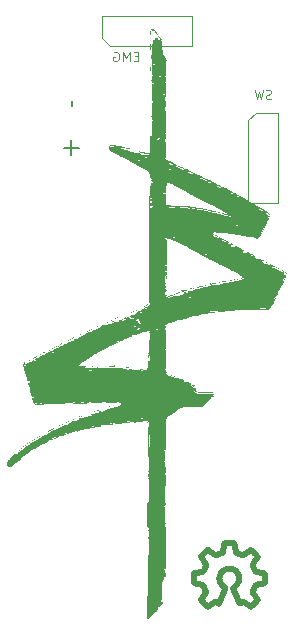
<source format=gbr>
%TF.GenerationSoftware,Flux,Pcbnew,9.0.1-9.0.1-0~ubuntu22.04.1*%
%TF.CreationDate,2025-07-26T15:57:38+00:00*%
%TF.ProjectId,input,696e7075-742e-46b6-9963-61645f706362,rev?*%
%TF.SameCoordinates,Original*%
%TF.FileFunction,Legend,Bot*%
%TF.FilePolarity,Positive*%
%FSLAX46Y46*%
G04 Gerber Fmt 4.6, Leading zero omitted, Abs format (unit mm)*
G04 Filename: myoesp32*
G04 Build it with Flux! Visit our site at: https://www.flux.ai (PCBNEW 9.0.1-9.0.1-0~ubuntu22.04.1) date 2025-07-26 15:57:38*
%MOMM*%
%LPD*%
G01*
G04 APERTURE LIST*
%ADD10C,0.095000*%
%ADD11C,0.190000*%
%ADD12C,0.000000*%
%ADD13C,0.100000*%
%ADD14C,0.500000*%
G04 APERTURE END LIST*
D10*
X10502253Y18979576D02*
X10387967Y18941480D01*
X10387967Y18941480D02*
X10197491Y18941480D01*
X10197491Y18941480D02*
X10121300Y18979576D01*
X10121300Y18979576D02*
X10083205Y19017671D01*
X10083205Y19017671D02*
X10045110Y19093861D01*
X10045110Y19093861D02*
X10045110Y19170052D01*
X10045110Y19170052D02*
X10083205Y19246242D01*
X10083205Y19246242D02*
X10121300Y19284337D01*
X10121300Y19284337D02*
X10197491Y19322433D01*
X10197491Y19322433D02*
X10349872Y19360528D01*
X10349872Y19360528D02*
X10426062Y19398623D01*
X10426062Y19398623D02*
X10464157Y19436718D01*
X10464157Y19436718D02*
X10502253Y19512909D01*
X10502253Y19512909D02*
X10502253Y19589099D01*
X10502253Y19589099D02*
X10464157Y19665290D01*
X10464157Y19665290D02*
X10426062Y19703385D01*
X10426062Y19703385D02*
X10349872Y19741480D01*
X10349872Y19741480D02*
X10159395Y19741480D01*
X10159395Y19741480D02*
X10045110Y19703385D01*
X9778443Y19741480D02*
X9587967Y18941480D01*
X9587967Y18941480D02*
X9435586Y19512909D01*
X9435586Y19512909D02*
X9283205Y18941480D01*
X9283205Y18941480D02*
X9092729Y19741480D01*
X-783411Y22589685D02*
X-1050077Y22589685D01*
X-1164363Y22170637D02*
X-783411Y22170637D01*
X-783411Y22170637D02*
X-783411Y22970637D01*
X-783411Y22970637D02*
X-1164363Y22970637D01*
X-1507221Y22170637D02*
X-1507221Y22970637D01*
X-1507221Y22970637D02*
X-1773887Y22399209D01*
X-1773887Y22399209D02*
X-2040554Y22970637D01*
X-2040554Y22970637D02*
X-2040554Y22170637D01*
X-2840554Y22932542D02*
X-2764364Y22970637D01*
X-2764364Y22970637D02*
X-2650078Y22970637D01*
X-2650078Y22970637D02*
X-2535792Y22932542D01*
X-2535792Y22932542D02*
X-2459602Y22856352D01*
X-2459602Y22856352D02*
X-2421507Y22780161D01*
X-2421507Y22780161D02*
X-2383411Y22627780D01*
X-2383411Y22627780D02*
X-2383411Y22513494D01*
X-2383411Y22513494D02*
X-2421507Y22361113D01*
X-2421507Y22361113D02*
X-2459602Y22284923D01*
X-2459602Y22284923D02*
X-2535792Y22208733D01*
X-2535792Y22208733D02*
X-2650078Y22170637D01*
X-2650078Y22170637D02*
X-2726269Y22170637D01*
X-2726269Y22170637D02*
X-2840554Y22208733D01*
X-2840554Y22208733D02*
X-2878650Y22246828D01*
X-2878650Y22246828D02*
X-2878650Y22513494D01*
X-2878650Y22513494D02*
X-2726269Y22513494D01*
D11*
X-6351192Y18802204D02*
X-6351192Y18345061D01*
X-6427383Y15449822D02*
X-6427383Y14230775D01*
X-5817859Y14840298D02*
X-7036907Y14840298D01*
D12*
%TO.C,*%
G36*
X903626Y24122018D02*
G01*
X907136Y24114958D01*
X908812Y24103648D01*
X908716Y24087861D01*
X906914Y24067367D01*
X903470Y24041939D01*
X898448Y24011349D01*
X891913Y23975368D01*
X885787Y23940899D01*
X881215Y23910729D01*
X878252Y23884610D01*
X876955Y23862294D01*
X877379Y23843532D01*
X879579Y23828077D01*
X883611Y23815680D01*
X889529Y23806094D01*
X897391Y23799070D01*
X907251Y23794360D01*
X919165Y23791716D01*
X933188Y23790889D01*
X945278Y23791567D01*
X955906Y23793605D01*
X965079Y23797014D01*
X972801Y23801802D01*
X979077Y23807979D01*
X983912Y23815554D01*
X987310Y23824537D01*
X989277Y23834937D01*
X989816Y23846763D01*
X988934Y23860024D01*
X986635Y23874730D01*
X982923Y23890889D01*
X976773Y23915797D01*
X972573Y23936722D01*
X970558Y23953815D01*
X970962Y23967230D01*
X974018Y23977121D01*
X979961Y23983641D01*
X989024Y23986943D01*
X1001443Y23987179D01*
X1017451Y23984504D01*
X1037282Y23979071D01*
X1061169Y23971031D01*
X1089348Y23960540D01*
X1100047Y23955683D01*
X1110331Y23949548D01*
X1120105Y23942274D01*
X1129271Y23933995D01*
X1137735Y23924850D01*
X1145399Y23914974D01*
X1152167Y23904505D01*
X1157943Y23893579D01*
X1162631Y23882332D01*
X1166135Y23870903D01*
X1168358Y23859426D01*
X1169203Y23848040D01*
X1169507Y23831676D01*
X1170157Y23818230D01*
X1171258Y23807685D01*
X1172911Y23800027D01*
X1175220Y23795241D01*
X1178289Y23793311D01*
X1182221Y23794224D01*
X1187119Y23797963D01*
X1193086Y23804514D01*
X1200225Y23813863D01*
X1208640Y23825993D01*
X1218433Y23840889D01*
X1226414Y23850268D01*
X1233684Y23852539D01*
X1240255Y23847620D01*
X1246138Y23835426D01*
X1251346Y23815874D01*
X1255889Y23788878D01*
X1259781Y23754355D01*
X1263032Y23712220D01*
X1265654Y23662391D01*
X1267658Y23604782D01*
X1269058Y23539309D01*
X1269863Y23465889D01*
X1270906Y23401021D01*
X1273138Y23336010D01*
X1276485Y23271482D01*
X1280875Y23208064D01*
X1286236Y23146383D01*
X1292496Y23087066D01*
X1299583Y23030739D01*
X1307423Y22978029D01*
X1315945Y22929562D01*
X1325077Y22885966D01*
X1334745Y22847866D01*
X1344878Y22815889D01*
X1364937Y22760174D01*
X1381396Y22714014D01*
X1394312Y22676696D01*
X1403743Y22647502D01*
X1409748Y22625720D01*
X1412384Y22610632D01*
X1411710Y22601525D01*
X1407783Y22597683D01*
X1400661Y22598391D01*
X1390403Y22602934D01*
X1377066Y22610597D01*
X1360708Y22620664D01*
X1352508Y22625454D01*
X1345394Y22629029D01*
X1339382Y22631404D01*
X1334487Y22632589D01*
X1330724Y22632599D01*
X1328106Y22631445D01*
X1326650Y22629140D01*
X1326371Y22625697D01*
X1327282Y22621129D01*
X1329400Y22615448D01*
X1332739Y22608667D01*
X1337313Y22600798D01*
X1342628Y22593547D01*
X1349045Y22587089D01*
X1356433Y22581456D01*
X1364662Y22576682D01*
X1373600Y22572802D01*
X1383117Y22569847D01*
X1393081Y22567851D01*
X1403363Y22566847D01*
X1413830Y22566869D01*
X1424352Y22567950D01*
X1434799Y22570124D01*
X1445038Y22573422D01*
X1456180Y22577069D01*
X1466504Y22579165D01*
X1475982Y22579731D01*
X1484584Y22578788D01*
X1492282Y22576359D01*
X1499048Y22572462D01*
X1504851Y22567121D01*
X1509664Y22560356D01*
X1513457Y22552188D01*
X1516202Y22542639D01*
X1517871Y22531729D01*
X1518433Y22519480D01*
X1519149Y22507285D01*
X1521233Y22493445D01*
X1524590Y22478203D01*
X1529125Y22461805D01*
X1534744Y22444493D01*
X1541352Y22426514D01*
X1548854Y22408112D01*
X1557155Y22389530D01*
X1566160Y22371014D01*
X1575775Y22352808D01*
X1585904Y22335156D01*
X1596453Y22318303D01*
X1612888Y22292818D01*
X1626256Y22270876D01*
X1636523Y22252021D01*
X1643657Y22235797D01*
X1647624Y22221748D01*
X1648392Y22209417D01*
X1645927Y22198348D01*
X1640196Y22188086D01*
X1631166Y22178173D01*
X1618805Y22168155D01*
X1603078Y22157575D01*
X1583953Y22145977D01*
X1566411Y22135335D01*
X1551888Y22125720D01*
X1540351Y22116948D01*
X1531766Y22108835D01*
X1526098Y22101197D01*
X1523312Y22093852D01*
X1523375Y22086614D01*
X1526252Y22079301D01*
X1531909Y22071728D01*
X1540312Y22063712D01*
X1551427Y22055069D01*
X1565218Y22045615D01*
X1579058Y22036077D01*
X1590424Y22027107D01*
X1599324Y22018472D01*
X1605766Y22009941D01*
X1609759Y22001281D01*
X1611311Y21992260D01*
X1610429Y21982648D01*
X1607123Y21972210D01*
X1601401Y21960717D01*
X1593270Y21947936D01*
X1582740Y21933634D01*
X1569818Y21917581D01*
X1558111Y21902810D01*
X1548421Y21889059D01*
X1540740Y21876196D01*
X1535058Y21864091D01*
X1531367Y21852613D01*
X1529658Y21841629D01*
X1529922Y21831009D01*
X1532150Y21820621D01*
X1536335Y21810335D01*
X1542466Y21800018D01*
X1550535Y21789541D01*
X1560533Y21778770D01*
X1577171Y21747164D01*
X1591061Y21691713D01*
X1602158Y21617486D01*
X1610412Y21529552D01*
X1615776Y21432980D01*
X1618203Y21332839D01*
X1617645Y21234197D01*
X1614055Y21142123D01*
X1607384Y21061687D01*
X1597585Y20997956D01*
X1584611Y20956001D01*
X1568413Y20940889D01*
X1561652Y20940174D01*
X1555161Y20938093D01*
X1548999Y20934739D01*
X1543228Y20930207D01*
X1537908Y20924593D01*
X1533101Y20917991D01*
X1528866Y20910496D01*
X1525265Y20902203D01*
X1522358Y20893205D01*
X1520207Y20883599D01*
X1518872Y20873478D01*
X1518413Y20862938D01*
X1518872Y20852682D01*
X1520207Y20843386D01*
X1522358Y20835109D01*
X1525265Y20827909D01*
X1528866Y20821841D01*
X1533101Y20816963D01*
X1537908Y20813332D01*
X1543228Y20811006D01*
X1548999Y20810041D01*
X1555161Y20810496D01*
X1561652Y20812426D01*
X1568413Y20815889D01*
X1575741Y20818765D01*
X1582603Y20818137D01*
X1588966Y20814116D01*
X1594798Y20806816D01*
X1600067Y20796348D01*
X1604738Y20782826D01*
X1608781Y20766362D01*
X1612161Y20747068D01*
X1614848Y20725056D01*
X1616807Y20700439D01*
X1618006Y20673330D01*
X1618413Y20643840D01*
X1617955Y20616399D01*
X1616619Y20590049D01*
X1614468Y20565038D01*
X1611561Y20541613D01*
X1607960Y20520020D01*
X1603726Y20500506D01*
X1598918Y20483318D01*
X1593598Y20468701D01*
X1587827Y20456904D01*
X1581665Y20448171D01*
X1575174Y20442751D01*
X1568413Y20440889D01*
X1561652Y20440201D01*
X1555161Y20438198D01*
X1548999Y20434971D01*
X1543228Y20430612D01*
X1537908Y20425210D01*
X1533101Y20418858D01*
X1528866Y20411647D01*
X1525265Y20403667D01*
X1522358Y20395010D01*
X1520207Y20385768D01*
X1518872Y20376030D01*
X1518413Y20365889D01*
X1518872Y20355748D01*
X1520207Y20346011D01*
X1522358Y20336768D01*
X1525265Y20328112D01*
X1528866Y20320132D01*
X1533101Y20312921D01*
X1537908Y20306569D01*
X1543228Y20301167D01*
X1548999Y20296807D01*
X1555161Y20293580D01*
X1561652Y20291577D01*
X1568413Y20290889D01*
X1575763Y20286433D01*
X1582639Y20273297D01*
X1589011Y20251827D01*
X1594845Y20222371D01*
X1600111Y20185276D01*
X1604778Y20140889D01*
X1608813Y20089558D01*
X1612185Y20031630D01*
X1614862Y19967452D01*
X1616814Y19897371D01*
X1618008Y19821734D01*
X1618413Y19740889D01*
X1618008Y19660044D01*
X1616814Y19584408D01*
X1614862Y19514327D01*
X1612185Y19450149D01*
X1608813Y19392220D01*
X1604778Y19340889D01*
X1600111Y19296503D01*
X1594845Y19259408D01*
X1589011Y19229952D01*
X1582639Y19208482D01*
X1575763Y19195345D01*
X1568413Y19190889D01*
X1561652Y19189028D01*
X1555161Y19183608D01*
X1548999Y19174875D01*
X1543228Y19163078D01*
X1537909Y19148461D01*
X1533101Y19131273D01*
X1528867Y19111758D01*
X1525267Y19090166D01*
X1522361Y19066740D01*
X1520210Y19041730D01*
X1518876Y19015380D01*
X1518418Y18987938D01*
X1518825Y18958449D01*
X1520025Y18931340D01*
X1521984Y18906723D01*
X1524670Y18884711D01*
X1528051Y18865417D01*
X1532093Y18848952D01*
X1536765Y18835430D01*
X1542033Y18824963D01*
X1547865Y18817663D01*
X1554228Y18813642D01*
X1561090Y18813014D01*
X1568418Y18815889D01*
X1575980Y18818162D01*
X1582933Y18815336D01*
X1589257Y18807524D01*
X1594934Y18794839D01*
X1599947Y18777392D01*
X1604278Y18755295D01*
X1607907Y18728661D01*
X1610817Y18697600D01*
X1612990Y18662226D01*
X1614407Y18622650D01*
X1615051Y18578984D01*
X1614903Y18531340D01*
X1614047Y18479003D01*
X1612704Y18433208D01*
X1610857Y18393867D01*
X1608486Y18360894D01*
X1605573Y18334202D01*
X1602099Y18313703D01*
X1598045Y18299310D01*
X1593392Y18290936D01*
X1588122Y18288495D01*
X1582215Y18291898D01*
X1575654Y18301058D01*
X1568418Y18315889D01*
X1560940Y18331735D01*
X1554225Y18342572D01*
X1548240Y18348285D01*
X1542953Y18348761D01*
X1538333Y18343888D01*
X1534346Y18333551D01*
X1530961Y18317637D01*
X1528145Y18296032D01*
X1525866Y18268623D01*
X1524093Y18235297D01*
X1522793Y18195940D01*
X1521933Y18150438D01*
X1521795Y18110788D01*
X1522459Y18074427D01*
X1523903Y18041466D01*
X1526106Y18012013D01*
X1529045Y17986178D01*
X1532699Y17964072D01*
X1537047Y17945805D01*
X1542065Y17931486D01*
X1547734Y17921225D01*
X1554030Y17915132D01*
X1560932Y17913317D01*
X1568418Y17915889D01*
X1575745Y17918765D01*
X1582606Y17918137D01*
X1588969Y17914116D01*
X1594801Y17906816D01*
X1600069Y17896348D01*
X1604741Y17882826D01*
X1608784Y17866362D01*
X1612165Y17847068D01*
X1614852Y17825056D01*
X1616811Y17800439D01*
X1618011Y17773330D01*
X1618418Y17743840D01*
X1617935Y17713154D01*
X1616503Y17684616D01*
X1614149Y17658315D01*
X1610900Y17634339D01*
X1606783Y17612779D01*
X1601825Y17593722D01*
X1596053Y17577258D01*
X1589493Y17563475D01*
X1582173Y17552463D01*
X1574119Y17544311D01*
X1565358Y17539108D01*
X1555918Y17536942D01*
X1545867Y17536135D01*
X1537576Y17535089D01*
X1531042Y17533794D01*
X1526265Y17532240D01*
X1523242Y17530419D01*
X1521973Y17528321D01*
X1522454Y17525936D01*
X1524684Y17523256D01*
X1528663Y17520270D01*
X1534388Y17516969D01*
X1541856Y17513345D01*
X1551068Y17509387D01*
X1568877Y17475916D01*
X1584168Y17397200D01*
X1596814Y17282417D01*
X1606686Y17140746D01*
X1613654Y16981366D01*
X1617589Y16813456D01*
X1618363Y16646195D01*
X1615847Y16488762D01*
X1609911Y16350336D01*
X1600427Y16240096D01*
X1587266Y16167221D01*
X1570298Y16140889D01*
X1563138Y16138795D01*
X1556438Y16132672D01*
X1550245Y16122766D01*
X1544605Y16109317D01*
X1539566Y16092570D01*
X1535172Y16072767D01*
X1531471Y16050152D01*
X1528509Y16024967D01*
X1526333Y15997455D01*
X1524989Y15967860D01*
X1524524Y15936423D01*
X1524983Y15903389D01*
X1526501Y15850165D01*
X1527934Y15806344D01*
X1529421Y15771725D01*
X1531102Y15746104D01*
X1533119Y15729281D01*
X1535612Y15721053D01*
X1538720Y15721219D01*
X1542584Y15729577D01*
X1547344Y15745925D01*
X1553140Y15770061D01*
X1560113Y15801783D01*
X1568403Y15840889D01*
X1576648Y15879747D01*
X1583592Y15911239D01*
X1589375Y15935157D01*
X1594133Y15951296D01*
X1598005Y15959447D01*
X1601126Y15959404D01*
X1603636Y15950958D01*
X1605671Y15933902D01*
X1607370Y15908030D01*
X1608869Y15873133D01*
X1610306Y15829005D01*
X1611818Y15775438D01*
X1612413Y15739638D01*
X1612171Y15706831D01*
X1611115Y15677120D01*
X1609264Y15650608D01*
X1606640Y15627395D01*
X1603264Y15607585D01*
X1599157Y15591279D01*
X1594341Y15578580D01*
X1588837Y15569589D01*
X1582665Y15564409D01*
X1575846Y15563142D01*
X1568403Y15565889D01*
X1561275Y15568969D01*
X1554543Y15569241D01*
X1548251Y15566810D01*
X1542440Y15561784D01*
X1537154Y15554268D01*
X1532434Y15544369D01*
X1528324Y15532194D01*
X1524866Y15517848D01*
X1522102Y15501439D01*
X1520076Y15483072D01*
X1518828Y15462853D01*
X1518403Y15440889D01*
X1518828Y15418926D01*
X1520076Y15398707D01*
X1522102Y15380340D01*
X1524866Y15363930D01*
X1528324Y15349585D01*
X1532434Y15337409D01*
X1537154Y15327511D01*
X1542440Y15319995D01*
X1548251Y15314969D01*
X1554543Y15312538D01*
X1561275Y15312810D01*
X1568403Y15315889D01*
X1576184Y15315941D01*
X1583341Y15306182D01*
X1589865Y15286738D01*
X1595746Y15257736D01*
X1600973Y15219303D01*
X1605536Y15171564D01*
X1609425Y15114646D01*
X1612630Y15048675D01*
X1615141Y14973778D01*
X1616946Y14890081D01*
X1618037Y14797710D01*
X1618403Y14696791D01*
X1617977Y14604038D01*
X1616726Y14515871D01*
X1614695Y14432878D01*
X1611926Y14355648D01*
X1608462Y14284769D01*
X1604348Y14220830D01*
X1599625Y14164419D01*
X1594337Y14116125D01*
X1588528Y14076537D01*
X1582241Y14046242D01*
X1575518Y14025830D01*
X1568403Y14015889D01*
X1542967Y13996817D01*
X1526525Y13976474D01*
X1519186Y13954743D01*
X1521061Y13931503D01*
X1532258Y13906637D01*
X1552888Y13880024D01*
X1583061Y13851546D01*
X1622886Y13821084D01*
X1672473Y13788519D01*
X1731931Y13753732D01*
X1801372Y13716604D01*
X1880903Y13677016D01*
X2071305Y13585176D01*
X2237974Y13505014D01*
X2382438Y13435827D01*
X2506224Y13376912D01*
X2610858Y13327564D01*
X2697867Y13287080D01*
X2768778Y13254756D01*
X2825118Y13229887D01*
X2868413Y13211769D01*
X2900190Y13199700D01*
X2921976Y13192975D01*
X2935298Y13190889D01*
X2941386Y13190243D01*
X2948493Y13188362D01*
X2956483Y13185331D01*
X2965223Y13181237D01*
X2974578Y13176164D01*
X2984414Y13170198D01*
X2994595Y13163426D01*
X3004988Y13155931D01*
X3015458Y13147801D01*
X3025870Y13139121D01*
X3036090Y13129976D01*
X3045983Y13120452D01*
X3057351Y13110616D01*
X3071864Y13100564D01*
X3089192Y13090423D01*
X3109006Y13080319D01*
X3130976Y13070379D01*
X3154771Y13060730D01*
X3180063Y13051500D01*
X3206520Y13042814D01*
X3233814Y13034800D01*
X3261614Y13027584D01*
X3289590Y13021294D01*
X3317413Y13016057D01*
X3367080Y13006156D01*
X3409583Y12994434D01*
X3444932Y12980871D01*
X3473137Y12965445D01*
X3494211Y12948136D01*
X3508162Y12928924D01*
X3515002Y12907788D01*
X3514741Y12884708D01*
X3507389Y12859663D01*
X3492958Y12832632D01*
X3471457Y12803594D01*
X3442898Y12772530D01*
X3427500Y12756903D01*
X3414994Y12743573D01*
X3405408Y12732367D01*
X3398772Y12723109D01*
X3395116Y12715627D01*
X3394468Y12709746D01*
X3396857Y12705292D01*
X3402314Y12702091D01*
X3410867Y12699969D01*
X3422546Y12698752D01*
X3437380Y12698266D01*
X3455398Y12698336D01*
X3469306Y12697767D01*
X3486578Y12695765D01*
X3506841Y12692427D01*
X3529722Y12687850D01*
X3554849Y12682132D01*
X3581848Y12675370D01*
X3610347Y12667660D01*
X3639973Y12659101D01*
X3670352Y12649790D01*
X3701112Y12639824D01*
X3731880Y12629299D01*
X3762283Y12618314D01*
X3833285Y12593019D01*
X3891446Y12574493D01*
X3936758Y12562474D01*
X3969213Y12556698D01*
X3988803Y12556903D01*
X3995518Y12562824D01*
X3989351Y12574200D01*
X3970293Y12590766D01*
X3938336Y12612259D01*
X3893471Y12638417D01*
X3835689Y12668976D01*
X3764983Y12703673D01*
X3730297Y12720597D01*
X3697778Y12737331D01*
X3667689Y12753691D01*
X3640291Y12769495D01*
X3615846Y12784560D01*
X3594616Y12798704D01*
X3576864Y12811743D01*
X3562851Y12823495D01*
X3552838Y12833778D01*
X3547089Y12842409D01*
X3545865Y12849204D01*
X3549428Y12853982D01*
X3558470Y12856122D01*
X3573200Y12855236D01*
X3593152Y12851491D01*
X3617864Y12845054D01*
X3646871Y12836091D01*
X3679710Y12824770D01*
X3715916Y12811258D01*
X3755026Y12795721D01*
X3796575Y12778326D01*
X3840099Y12759240D01*
X3885135Y12738631D01*
X3931218Y12716664D01*
X3977699Y12694172D01*
X4023890Y12672033D01*
X4069274Y12650485D01*
X4113336Y12629762D01*
X4155557Y12610102D01*
X4195423Y12591741D01*
X4232416Y12574916D01*
X4266021Y12559862D01*
X4295720Y12546817D01*
X4320996Y12536017D01*
X4341335Y12527699D01*
X4356218Y12522098D01*
X4370526Y12516584D01*
X4389187Y12508521D01*
X4411761Y12498131D01*
X4437807Y12485641D01*
X4466886Y12471275D01*
X4498557Y12455258D01*
X4532380Y12437814D01*
X4567916Y12419169D01*
X4604724Y12399548D01*
X4642363Y12379175D01*
X4680395Y12358276D01*
X4718378Y12337074D01*
X4786224Y12300046D01*
X4855184Y12264568D01*
X4924232Y12231034D01*
X4992347Y12199839D01*
X5058506Y12171377D01*
X5121684Y12146043D01*
X5180860Y12124230D01*
X5235009Y12106334D01*
X5283108Y12092747D01*
X5324135Y12083865D01*
X5357066Y12080082D01*
X5380878Y12081792D01*
X5385949Y12082370D01*
X5390817Y12081655D01*
X5395439Y12079720D01*
X5399767Y12076641D01*
X5403757Y12072493D01*
X5407363Y12067353D01*
X5410539Y12061294D01*
X5413239Y12054392D01*
X5415419Y12046723D01*
X5417033Y12038361D01*
X5418034Y12029383D01*
X5418378Y12019862D01*
X5419749Y12009957D01*
X5423740Y11999859D01*
X5430169Y11989694D01*
X5438856Y11979588D01*
X5449618Y11969667D01*
X5462274Y11960058D01*
X5476642Y11950887D01*
X5492540Y11942280D01*
X5509788Y11934363D01*
X5528203Y11927262D01*
X5547603Y11921105D01*
X5567808Y11916015D01*
X5588275Y11911153D01*
X5608440Y11905656D01*
X5628085Y11899620D01*
X5646995Y11893141D01*
X5664954Y11886316D01*
X5681744Y11879240D01*
X5697150Y11872010D01*
X5710954Y11864722D01*
X5722942Y11857472D01*
X5732896Y11850356D01*
X5740600Y11843470D01*
X5745838Y11836911D01*
X5751857Y11829713D01*
X5761833Y11820968D01*
X5775447Y11810856D01*
X5792378Y11799558D01*
X5812308Y11787256D01*
X5834916Y11774129D01*
X5859883Y11760358D01*
X5886890Y11746125D01*
X5915615Y11731610D01*
X5945741Y11716994D01*
X5976947Y11702457D01*
X6008913Y11688180D01*
X6042334Y11673406D01*
X6077777Y11657422D01*
X6114730Y11640472D01*
X6152680Y11622806D01*
X6191115Y11604668D01*
X6229522Y11586305D01*
X6267388Y11567965D01*
X6304201Y11549894D01*
X6339448Y11532339D01*
X6372617Y11515545D01*
X6403194Y11499761D01*
X6430668Y11485231D01*
X6456371Y11471876D01*
X6481790Y11459509D01*
X6506648Y11448221D01*
X6530665Y11438104D01*
X6553566Y11429249D01*
X6575071Y11421747D01*
X6594904Y11415689D01*
X6612786Y11411166D01*
X6628440Y11408269D01*
X6641587Y11407089D01*
X6651951Y11407718D01*
X6659253Y11410247D01*
X6665602Y11412804D01*
X6673191Y11413515D01*
X6681869Y11412467D01*
X6691485Y11409749D01*
X6701886Y11405446D01*
X6712923Y11399648D01*
X6724442Y11392440D01*
X6736292Y11383911D01*
X6748322Y11374148D01*
X6760379Y11363238D01*
X6772314Y11351269D01*
X6783973Y11338328D01*
X6795946Y11325153D01*
X6808794Y11312502D01*
X6822323Y11300494D01*
X6836341Y11289248D01*
X6850655Y11278881D01*
X6865070Y11269512D01*
X6879395Y11261260D01*
X6893435Y11254242D01*
X6906998Y11248578D01*
X6919891Y11244385D01*
X6931920Y11241783D01*
X6942893Y11240889D01*
X6953099Y11240431D01*
X6962900Y11239095D01*
X6972202Y11236944D01*
X6980914Y11234038D01*
X6988946Y11230437D01*
X6996204Y11226202D01*
X7002597Y11221394D01*
X7008034Y11216075D01*
X7012422Y11210303D01*
X7015670Y11204142D01*
X7017686Y11197650D01*
X7018378Y11190889D01*
X7019099Y11184129D01*
X7021198Y11177637D01*
X7024578Y11171475D01*
X7029146Y11165704D01*
X7034805Y11160384D01*
X7041460Y11155577D01*
X7049015Y11151342D01*
X7057375Y11147741D01*
X7066445Y11144835D01*
X7076128Y11142683D01*
X7086329Y11141348D01*
X7096953Y11140889D01*
X7108265Y11140201D01*
X7120469Y11138198D01*
X7133379Y11134971D01*
X7146808Y11130612D01*
X7160569Y11125210D01*
X7174475Y11118858D01*
X7188341Y11111647D01*
X7201979Y11103667D01*
X7215203Y11095010D01*
X7227826Y11085768D01*
X7239661Y11076030D01*
X7250523Y11065889D01*
X7261563Y11055748D01*
X7273918Y11046011D01*
X7287377Y11036768D01*
X7301731Y11028112D01*
X7316768Y11020132D01*
X7332279Y11012921D01*
X7348054Y11006569D01*
X7363882Y11001167D01*
X7379554Y10996807D01*
X7394858Y10993580D01*
X7409584Y10991577D01*
X7423523Y10990889D01*
X7437035Y10990206D01*
X7450522Y10988215D01*
X7463829Y10985007D01*
X7476803Y10980674D01*
X7489290Y10975306D01*
X7501135Y10968992D01*
X7512185Y10961825D01*
X7522287Y10953894D01*
X7531285Y10945290D01*
X7539026Y10936104D01*
X7545357Y10926426D01*
X7550123Y10916346D01*
X7555784Y10905730D01*
X7564717Y10894488D01*
X7576651Y10882783D01*
X7591313Y10870775D01*
X7608430Y10858627D01*
X7627731Y10846501D01*
X7648944Y10834558D01*
X7671795Y10822960D01*
X7696014Y10811869D01*
X7721327Y10801447D01*
X7747463Y10791854D01*
X7774148Y10783254D01*
X7801081Y10774724D01*
X7827936Y10765335D01*
X7854408Y10755241D01*
X7880192Y10744594D01*
X7904983Y10733546D01*
X7928476Y10722249D01*
X7950366Y10710857D01*
X7970348Y10699522D01*
X7988118Y10688396D01*
X8003369Y10677631D01*
X8015798Y10667381D01*
X8025098Y10657797D01*
X8033287Y10648750D01*
X8042477Y10640063D01*
X8052512Y10631818D01*
X8063233Y10624095D01*
X8074484Y10616977D01*
X8086106Y10610544D01*
X8097941Y10604877D01*
X8109833Y10600058D01*
X8121623Y10596169D01*
X8133154Y10593290D01*
X8144268Y10591503D01*
X8154808Y10590889D01*
X8166510Y10589575D01*
X8181007Y10585747D01*
X8197988Y10579580D01*
X8217141Y10571247D01*
X8238155Y10560925D01*
X8260719Y10548785D01*
X8284520Y10535003D01*
X8309247Y10519754D01*
X8334588Y10503210D01*
X8360232Y10485546D01*
X8385868Y10466937D01*
X8411183Y10447556D01*
X8439947Y10425983D01*
X8475620Y10400992D01*
X8517435Y10373046D01*
X8564623Y10342610D01*
X8616417Y10310150D01*
X8672047Y10276128D01*
X8730746Y10241011D01*
X8791745Y10205263D01*
X8854276Y10169348D01*
X8917570Y10133730D01*
X8980861Y10098876D01*
X9043378Y10065248D01*
X9105442Y10032086D01*
X9167412Y9998584D01*
X9228578Y9965145D01*
X9288233Y9932174D01*
X9345669Y9900073D01*
X9400178Y9869245D01*
X9451051Y9840093D01*
X9497581Y9813020D01*
X9539058Y9788429D01*
X9574776Y9766724D01*
X9604025Y9748307D01*
X9626098Y9733582D01*
X9644321Y9721049D01*
X9662359Y9709014D01*
X9680014Y9697591D01*
X9697089Y9686892D01*
X9713386Y9677030D01*
X9728706Y9668118D01*
X9742852Y9660267D01*
X9755625Y9653592D01*
X9766827Y9648203D01*
X9776261Y9644215D01*
X9783728Y9641740D01*
X9789031Y9640889D01*
X9794893Y9639628D01*
X9803988Y9635956D01*
X9816044Y9630040D01*
X9830789Y9622047D01*
X9847952Y9612144D01*
X9867259Y9600499D01*
X9888439Y9587278D01*
X9911219Y9572649D01*
X9935329Y9556778D01*
X9960495Y9539833D01*
X9986446Y9521981D01*
X10012909Y9503389D01*
X10040066Y9484123D01*
X10068038Y9464307D01*
X10096461Y9444198D01*
X10124970Y9424053D01*
X10153202Y9404127D01*
X10180792Y9384678D01*
X10207377Y9365962D01*
X10232592Y9348235D01*
X10256074Y9331754D01*
X10277458Y9316776D01*
X10296380Y9303556D01*
X10312476Y9292351D01*
X10327825Y9280626D01*
X10342172Y9267523D01*
X10355444Y9253187D01*
X10367568Y9237761D01*
X10378470Y9221389D01*
X10388078Y9204215D01*
X10396317Y9186381D01*
X10403115Y9168031D01*
X10408399Y9149310D01*
X10412095Y9130361D01*
X10414131Y9111327D01*
X10414432Y9092351D01*
X10410487Y8965889D01*
X10360268Y9103389D01*
X10353058Y9121981D01*
X10345317Y9139833D01*
X10337161Y9156778D01*
X10328707Y9172649D01*
X10320071Y9187278D01*
X10311371Y9200499D01*
X10302722Y9212144D01*
X10294241Y9222047D01*
X10286045Y9230040D01*
X10278250Y9235956D01*
X10270973Y9239628D01*
X10264331Y9240889D01*
X10255970Y9242417D01*
X10243688Y9246866D01*
X10227830Y9254034D01*
X10208741Y9263717D01*
X10186763Y9275714D01*
X10162243Y9289823D01*
X10135524Y9305840D01*
X10106950Y9323563D01*
X10076867Y9342790D01*
X10045617Y9363319D01*
X10013546Y9384947D01*
X9980997Y9407471D01*
X9946575Y9431267D01*
X9909048Y9456598D01*
X9869009Y9483093D01*
X9827050Y9510381D01*
X9783764Y9538091D01*
X9739744Y9565852D01*
X9695581Y9593294D01*
X9651870Y9620044D01*
X9609201Y9645733D01*
X9568169Y9669989D01*
X9529365Y9692441D01*
X9493382Y9712719D01*
X9437850Y9743464D01*
X9391879Y9768693D01*
X9355114Y9788458D01*
X9327200Y9802806D01*
X9307784Y9811789D01*
X9296509Y9815455D01*
X9293023Y9813854D01*
X9296969Y9807036D01*
X9307994Y9795050D01*
X9325743Y9777946D01*
X9349861Y9755774D01*
X9379994Y9728583D01*
X9398130Y9711607D01*
X9414889Y9694583D01*
X9430149Y9677708D01*
X9443789Y9661182D01*
X9455687Y9645202D01*
X9465721Y9629968D01*
X9473771Y9615677D01*
X9479715Y9602528D01*
X9483430Y9590719D01*
X9484796Y9580449D01*
X9483691Y9571916D01*
X9479994Y9565318D01*
X9475580Y9560154D01*
X9472388Y9555795D01*
X9470392Y9552249D01*
X9469565Y9549525D01*
X9469880Y9547631D01*
X9471312Y9546576D01*
X9473833Y9546368D01*
X9477417Y9547016D01*
X9482037Y9548527D01*
X9487667Y9550912D01*
X9494281Y9554178D01*
X9501851Y9558333D01*
X9510367Y9562282D01*
X9519735Y9564947D01*
X9529803Y9566363D01*
X9540419Y9566567D01*
X9551431Y9565594D01*
X9562688Y9563481D01*
X9574037Y9560262D01*
X9585326Y9555975D01*
X9596404Y9550654D01*
X9607119Y9544335D01*
X9617318Y9537055D01*
X9626851Y9528849D01*
X9636305Y9520332D01*
X9646278Y9512147D01*
X9656629Y9504370D01*
X9667214Y9497079D01*
X9677894Y9490351D01*
X9688526Y9484263D01*
X9698968Y9478892D01*
X9709079Y9474316D01*
X9718718Y9470611D01*
X9727742Y9467855D01*
X9736011Y9466125D01*
X9743382Y9465498D01*
X9752356Y9463845D01*
X9765294Y9459135D01*
X9781841Y9451580D01*
X9801642Y9441394D01*
X9824345Y9428788D01*
X9849594Y9413975D01*
X9877036Y9397167D01*
X9906317Y9378578D01*
X9937082Y9358419D01*
X9968978Y9336903D01*
X10001650Y9314243D01*
X10034744Y9290650D01*
X10082332Y9255724D01*
X10123240Y9224376D01*
X10157883Y9196025D01*
X10186676Y9170090D01*
X10210032Y9145988D01*
X10228365Y9123138D01*
X10242090Y9100958D01*
X10251621Y9078866D01*
X10257371Y9056282D01*
X10259756Y9032623D01*
X10259188Y9007307D01*
X10256082Y8979754D01*
X10252512Y8953767D01*
X10250078Y8931735D01*
X10248857Y8913531D01*
X10248932Y8899030D01*
X10250381Y8888105D01*
X10253284Y8880629D01*
X10257721Y8876475D01*
X10263772Y8875518D01*
X10271517Y8877631D01*
X10281036Y8882687D01*
X10292407Y8890560D01*
X10305712Y8901123D01*
X10317083Y8909906D01*
X10326159Y8915437D01*
X10332930Y8917647D01*
X10337387Y8916471D01*
X10339521Y8911840D01*
X10339323Y8903688D01*
X10336783Y8891946D01*
X10331892Y8876549D01*
X10324641Y8857428D01*
X10315021Y8834516D01*
X10303022Y8807747D01*
X10288635Y8777052D01*
X10276454Y8752740D01*
X10263871Y8729943D01*
X10251054Y8708845D01*
X10238166Y8689629D01*
X10225374Y8672481D01*
X10212844Y8657583D01*
X10200740Y8645120D01*
X10189229Y8635275D01*
X10178475Y8628232D01*
X10168645Y8624176D01*
X10159903Y8623289D01*
X10152417Y8625756D01*
X10145940Y8629439D01*
X10140381Y8631940D01*
X10135755Y8633290D01*
X10132076Y8633519D01*
X10129360Y8632658D01*
X10127623Y8630736D01*
X10126880Y8627783D01*
X10127146Y8623830D01*
X10128436Y8618906D01*
X10130766Y8613043D01*
X10134152Y8606269D01*
X10138607Y8598615D01*
X10143067Y8590236D01*
X10146639Y8581073D01*
X10149328Y8571270D01*
X10151138Y8560974D01*
X10152076Y8550331D01*
X10152145Y8539487D01*
X10151351Y8528588D01*
X10149698Y8517781D01*
X10147191Y8507212D01*
X10143836Y8497026D01*
X10139636Y8487370D01*
X10134597Y8478389D01*
X10125140Y8463175D01*
X10116910Y8449109D01*
X10109781Y8435768D01*
X10103622Y8422727D01*
X10098305Y8409563D01*
X10093702Y8395852D01*
X10089684Y8381171D01*
X10086122Y8365097D01*
X10082888Y8347205D01*
X10079853Y8327072D01*
X10076888Y8304275D01*
X10073865Y8278389D01*
X10072392Y8267675D01*
X10070573Y8258974D01*
X10068367Y8252292D01*
X10065728Y8247632D01*
X10062614Y8244999D01*
X10058982Y8244398D01*
X10054788Y8245835D01*
X10049988Y8249312D01*
X10044539Y8254835D01*
X10038398Y8262409D01*
X10031521Y8272038D01*
X10023865Y8283727D01*
X10015886Y8295721D01*
X10008422Y8305613D01*
X10001389Y8313413D01*
X9994700Y8319127D01*
X9988268Y8322762D01*
X9982008Y8324327D01*
X9975833Y8323828D01*
X9969658Y8321273D01*
X9963395Y8316669D01*
X9956960Y8310023D01*
X9950265Y8301344D01*
X9943225Y8290637D01*
X9938709Y8282043D01*
X9935498Y8273096D01*
X9933560Y8263917D01*
X9932865Y8254628D01*
X9933382Y8245350D01*
X9935081Y8236204D01*
X9937932Y8227311D01*
X9941902Y8218793D01*
X9946963Y8210770D01*
X9953084Y8203365D01*
X9960233Y8196697D01*
X9968381Y8190889D01*
X9986960Y8176605D01*
X9999288Y8161046D01*
X10005722Y8144692D01*
X10006618Y8128023D01*
X10002330Y8111519D01*
X9993216Y8095659D01*
X9979631Y8080922D01*
X9961931Y8067790D01*
X9940471Y8056740D01*
X9915609Y8048254D01*
X9887698Y8042811D01*
X9857097Y8040889D01*
X9843137Y8040600D01*
X9830298Y8039757D01*
X9818670Y8038398D01*
X9808342Y8036563D01*
X9799404Y8034289D01*
X9791945Y8031614D01*
X9786056Y8028579D01*
X9781825Y8025219D01*
X9779344Y8021575D01*
X9778700Y8017684D01*
X9779985Y8013585D01*
X9783288Y8009315D01*
X9787098Y8004189D01*
X9789862Y7997595D01*
X9791602Y7989684D01*
X9792340Y7980608D01*
X9792098Y7970521D01*
X9790899Y7959572D01*
X9788766Y7947915D01*
X9785720Y7935701D01*
X9781784Y7923082D01*
X9776981Y7910210D01*
X9771333Y7897237D01*
X9764862Y7884315D01*
X9757114Y7869186D01*
X9750801Y7855427D01*
X9745923Y7843026D01*
X9742480Y7831975D01*
X9740472Y7822262D01*
X9739900Y7813877D01*
X9740763Y7806810D01*
X9743063Y7801051D01*
X9746798Y7796590D01*
X9751969Y7793416D01*
X9758577Y7791519D01*
X9766622Y7790889D01*
X9773620Y7790411D01*
X9780340Y7789017D01*
X9786719Y7786771D01*
X9792693Y7783737D01*
X9798200Y7779978D01*
X9803176Y7775558D01*
X9807560Y7770540D01*
X9811288Y7764987D01*
X9814297Y7758963D01*
X9816524Y7752531D01*
X9817906Y7745754D01*
X9818381Y7738697D01*
X9817626Y7731775D01*
X9815427Y7725391D01*
X9811886Y7719592D01*
X9807101Y7714422D01*
X9801173Y7709927D01*
X9794201Y7706153D01*
X9786287Y7703145D01*
X9777529Y7700949D01*
X9768028Y7699611D01*
X9757884Y7699176D01*
X9747198Y7699690D01*
X9736068Y7701197D01*
X9724716Y7702547D01*
X9713384Y7702599D01*
X9702200Y7701421D01*
X9691294Y7699079D01*
X9680795Y7695640D01*
X9670833Y7691170D01*
X9661538Y7685735D01*
X9653037Y7679403D01*
X9645462Y7672240D01*
X9638942Y7664312D01*
X9633605Y7655687D01*
X9629581Y7646429D01*
X9626255Y7635863D01*
X9624121Y7626723D01*
X9623173Y7619013D01*
X9623403Y7612741D01*
X9624806Y7607911D01*
X9627374Y7604529D01*
X9631101Y7602600D01*
X9635980Y7602132D01*
X9642004Y7603128D01*
X9649167Y7605595D01*
X9657462Y7609538D01*
X9666883Y7614963D01*
X9682317Y7622121D01*
X9691453Y7620898D01*
X9694584Y7611888D01*
X9692002Y7595686D01*
X9684000Y7572885D01*
X9670872Y7544079D01*
X9652910Y7509861D01*
X9630408Y7470826D01*
X9603657Y7427568D01*
X9572952Y7380679D01*
X9538585Y7330755D01*
X9500849Y7278389D01*
X9474445Y7247623D01*
X9443392Y7219759D01*
X9409013Y7195175D01*
X9372631Y7174247D01*
X9335572Y7157353D01*
X9299158Y7144870D01*
X9264714Y7137175D01*
X9233564Y7134644D01*
X9207031Y7137655D01*
X9186440Y7146585D01*
X9173114Y7161811D01*
X9168378Y7183709D01*
X9165106Y7189803D01*
X9155579Y7196248D01*
X9140231Y7202952D01*
X9119494Y7209821D01*
X9093803Y7216765D01*
X9063591Y7223690D01*
X9029291Y7230505D01*
X8991337Y7237116D01*
X8950163Y7243432D01*
X8906202Y7249360D01*
X8859888Y7254808D01*
X8811653Y7259684D01*
X8761530Y7264613D01*
X8709719Y7270217D01*
X8656903Y7276397D01*
X8603767Y7283052D01*
X8550993Y7290084D01*
X8499265Y7297393D01*
X8449267Y7304880D01*
X8401683Y7312445D01*
X8357196Y7319989D01*
X8316490Y7327412D01*
X8280247Y7334615D01*
X8249153Y7341498D01*
X8219954Y7348273D01*
X8189232Y7355158D01*
X8157419Y7362069D01*
X8124949Y7368921D01*
X8092252Y7375629D01*
X8059763Y7382108D01*
X8027912Y7388273D01*
X7997133Y7394038D01*
X7967857Y7399320D01*
X7940518Y7404033D01*
X7915548Y7408092D01*
X7893378Y7411412D01*
X7873096Y7414383D01*
X7862265Y7416075D01*
X9034651Y7416075D01*
X9035311Y7410303D01*
X9036967Y7404142D01*
X9039644Y7397650D01*
X9043363Y7390889D01*
X9048001Y7384129D01*
X9053349Y7377637D01*
X9059309Y7371475D01*
X9065783Y7365704D01*
X9072672Y7360384D01*
X9079878Y7355577D01*
X9087303Y7351342D01*
X9094848Y7347741D01*
X9102416Y7344835D01*
X9109907Y7342683D01*
X9117224Y7341348D01*
X9124268Y7340889D01*
X9130745Y7341348D01*
X9136412Y7342683D01*
X9141244Y7344835D01*
X9145219Y7347741D01*
X9148313Y7351342D01*
X9150503Y7355577D01*
X9151766Y7360384D01*
X9152079Y7365704D01*
X9151419Y7371475D01*
X9149761Y7377637D01*
X9147084Y7384129D01*
X9143363Y7390889D01*
X9138726Y7397650D01*
X9133379Y7404142D01*
X9127420Y7410303D01*
X9120947Y7416075D01*
X9114058Y7421394D01*
X9106853Y7426202D01*
X9099428Y7430437D01*
X9091883Y7434038D01*
X9084315Y7436944D01*
X9076824Y7439095D01*
X9069507Y7440431D01*
X9062463Y7440889D01*
X9055986Y7440431D01*
X9050320Y7439095D01*
X9045487Y7436944D01*
X9041512Y7434038D01*
X9038418Y7430437D01*
X9036228Y7426202D01*
X9034964Y7421394D01*
X9034651Y7416075D01*
X7862265Y7416075D01*
X7853621Y7417424D01*
X7835136Y7420498D01*
X7817823Y7423565D01*
X7801863Y7426587D01*
X7787441Y7429525D01*
X7774737Y7432340D01*
X7763934Y7434994D01*
X7755214Y7437448D01*
X7748760Y7439664D01*
X7744754Y7441603D01*
X7743378Y7443225D01*
X7742232Y7444790D01*
X7738893Y7446558D01*
X7733515Y7448499D01*
X7726249Y7450583D01*
X7717246Y7452778D01*
X7706659Y7455054D01*
X7694640Y7457379D01*
X7681341Y7459722D01*
X7666913Y7462054D01*
X7651509Y7464342D01*
X7635280Y7466556D01*
X7618378Y7468665D01*
X7598037Y7471183D01*
X7571793Y7474590D01*
X7540253Y7478800D01*
X7504026Y7483728D01*
X7463720Y7489289D01*
X7419941Y7495397D01*
X7373297Y7501967D01*
X7324397Y7508915D01*
X7273847Y7516154D01*
X7222255Y7523600D01*
X7170230Y7531168D01*
X7118378Y7538771D01*
X7006398Y7554713D01*
X6893741Y7569666D01*
X6780751Y7583602D01*
X6667772Y7596487D01*
X6555148Y7608291D01*
X6493650Y7614166D01*
X7492851Y7614166D01*
X7494467Y7611399D01*
X7498721Y7608883D01*
X7505507Y7606645D01*
X7514717Y7604715D01*
X7526243Y7603118D01*
X7539978Y7601885D01*
X7555815Y7601041D01*
X7573646Y7600617D01*
X7593363Y7600639D01*
X7612834Y7601101D01*
X7629947Y7601957D01*
X7644626Y7603178D01*
X7656798Y7604731D01*
X7666388Y7606588D01*
X7673319Y7608719D01*
X7677519Y7611092D01*
X7678911Y7613678D01*
X7677422Y7616446D01*
X7672975Y7619366D01*
X7665498Y7622408D01*
X7654913Y7625541D01*
X7642388Y7628429D01*
X7629260Y7630756D01*
X7615712Y7632525D01*
X7601924Y7633737D01*
X7588081Y7634396D01*
X7574363Y7634503D01*
X7560954Y7634060D01*
X7548035Y7633071D01*
X7535790Y7631537D01*
X7524399Y7629460D01*
X7514046Y7626842D01*
X7504913Y7623686D01*
X7504913Y7623689D01*
X7497967Y7620339D01*
X7493982Y7617155D01*
X7492851Y7614166D01*
X6493650Y7614166D01*
X6443224Y7618983D01*
X6332343Y7628531D01*
X6222851Y7636904D01*
X6115091Y7644071D01*
X6009408Y7650000D01*
X5906145Y7654661D01*
X5805648Y7658021D01*
X5752626Y7659148D01*
X5706333Y7659396D01*
X5666452Y7658692D01*
X5632665Y7656962D01*
X5604652Y7654134D01*
X5582096Y7650132D01*
X5564677Y7644884D01*
X5552078Y7638315D01*
X5543980Y7630352D01*
X5540065Y7620922D01*
X5540014Y7609950D01*
X5543508Y7597363D01*
X5547325Y7585990D01*
X5549425Y7576106D01*
X5549778Y7567693D01*
X5548351Y7560732D01*
X5545112Y7555207D01*
X5540031Y7551100D01*
X5533074Y7548391D01*
X5524211Y7547063D01*
X5513409Y7547098D01*
X5500636Y7548478D01*
X5485862Y7551185D01*
X5469053Y7555200D01*
X5455679Y7558349D01*
X5443339Y7560561D01*
X5432122Y7561859D01*
X5422115Y7562267D01*
X5413407Y7561807D01*
X5406088Y7560502D01*
X5400244Y7558375D01*
X5395965Y7555450D01*
X5393339Y7551750D01*
X5392454Y7547297D01*
X5393399Y7542115D01*
X5396263Y7536226D01*
X5400712Y7530096D01*
X5406274Y7524210D01*
X5412827Y7518623D01*
X5420249Y7513390D01*
X5428419Y7508566D01*
X5437216Y7504207D01*
X5446516Y7500367D01*
X5456200Y7497102D01*
X5466145Y7494467D01*
X5476230Y7492516D01*
X5486333Y7491305D01*
X5496333Y7490889D01*
X5506075Y7490431D01*
X5515429Y7489095D01*
X5524307Y7486944D01*
X5532623Y7484038D01*
X5540288Y7480437D01*
X5547215Y7476202D01*
X5553317Y7471394D01*
X5558505Y7466075D01*
X5562693Y7460303D01*
X5565793Y7454142D01*
X5567717Y7447650D01*
X5568378Y7440889D01*
X5569066Y7434129D01*
X5571069Y7427637D01*
X5574296Y7421475D01*
X5578656Y7415704D01*
X5584057Y7410384D01*
X5590409Y7405577D01*
X5597621Y7401342D01*
X5605600Y7397741D01*
X5614257Y7394835D01*
X5623500Y7392683D01*
X5633237Y7391348D01*
X5643378Y7390889D01*
X5653519Y7391379D01*
X5663257Y7392805D01*
X5672499Y7395102D01*
X5681156Y7398205D01*
X5689136Y7402050D01*
X5696347Y7406571D01*
X5702699Y7411704D01*
X5708100Y7417384D01*
X5712460Y7423546D01*
X5715687Y7430125D01*
X5717690Y7437056D01*
X5718378Y7444274D01*
X5729888Y7449476D01*
X5761874Y7443055D01*
X5810520Y7426814D01*
X5872009Y7402560D01*
X5942526Y7372099D01*
X6018255Y7337235D01*
X6095380Y7299775D01*
X6170084Y7261524D01*
X6238552Y7224287D01*
X6296968Y7189871D01*
X6341515Y7160080D01*
X6368378Y7136721D01*
X6374633Y7131257D01*
X6386249Y7123043D01*
X6402814Y7112315D01*
X6423918Y7099312D01*
X6449149Y7084270D01*
X6478095Y7067426D01*
X6510346Y7049016D01*
X6545490Y7029278D01*
X6583116Y7008448D01*
X6622813Y6986764D01*
X6664169Y6964462D01*
X6706773Y6941780D01*
X6748995Y6919212D01*
X6789238Y6897244D01*
X6827141Y6876097D01*
X6862344Y6855993D01*
X6894485Y6837154D01*
X6923206Y6819802D01*
X6948144Y6804158D01*
X6968939Y6790445D01*
X6985232Y6778883D01*
X6996660Y6769695D01*
X7002864Y6763101D01*
X7003483Y6759325D01*
X6998162Y6758698D01*
X6987070Y6761272D01*
X6970635Y6766852D01*
X6949282Y6775243D01*
X6923437Y6786249D01*
X6893528Y6799676D01*
X6859981Y6815327D01*
X6823221Y6833007D01*
X6783676Y6852521D01*
X6741773Y6873673D01*
X6697936Y6896268D01*
X6652593Y6920111D01*
X6607402Y6943787D01*
X6564010Y6965893D01*
X6522823Y6986258D01*
X6484247Y7004709D01*
X6448688Y7021071D01*
X6416553Y7035172D01*
X6388248Y7046839D01*
X6364178Y7055898D01*
X6344750Y7062177D01*
X6330370Y7065502D01*
X6321444Y7065700D01*
X6318378Y7062598D01*
X6322643Y7044742D01*
X6334647Y7023872D01*
X6353207Y7000858D01*
X6377139Y6976570D01*
X6405259Y6951879D01*
X6436383Y6927656D01*
X6469327Y6904771D01*
X6502907Y6884095D01*
X6535939Y6866499D01*
X6567239Y6852852D01*
X6595624Y6844025D01*
X6619908Y6840889D01*
X6632138Y6840201D01*
X6644996Y6838198D01*
X6658300Y6834971D01*
X6671872Y6830612D01*
X6685529Y6825210D01*
X6699091Y6818858D01*
X6712379Y6811647D01*
X6725212Y6803667D01*
X6737408Y6795010D01*
X6748788Y6785768D01*
X6759172Y6776030D01*
X6768378Y6765889D01*
X6777656Y6755748D01*
X6788244Y6746011D01*
X6799954Y6736768D01*
X6812596Y6728112D01*
X6825980Y6720132D01*
X6839916Y6712921D01*
X6854214Y6706569D01*
X6868685Y6701167D01*
X6883139Y6696807D01*
X6897387Y6693580D01*
X6911238Y6691577D01*
X6924503Y6690889D01*
X6937196Y6690404D01*
X6949384Y6688990D01*
X6960953Y6686711D01*
X6971788Y6683633D01*
X6981776Y6679820D01*
X6990802Y6675335D01*
X6998753Y6670244D01*
X7005514Y6664610D01*
X7010971Y6658498D01*
X7015010Y6651973D01*
X7017517Y6645098D01*
X7018378Y6637938D01*
X7018844Y6631067D01*
X7020202Y6625031D01*
X7022388Y6619857D01*
X7025343Y6615571D01*
X7029003Y6612199D01*
X7033307Y6609767D01*
X7038193Y6608303D01*
X7043600Y6607830D01*
X7049466Y6608377D01*
X7055729Y6609969D01*
X7062327Y6612633D01*
X7069198Y6616393D01*
X7075805Y6621067D01*
X7081633Y6626387D01*
X7086657Y6632260D01*
X7090850Y6638591D01*
X7094185Y6645284D01*
X7096634Y6652246D01*
X7098172Y6659382D01*
X7098771Y6666596D01*
X7098405Y6673794D01*
X7097046Y6680881D01*
X7094667Y6687763D01*
X7091243Y6694344D01*
X7082989Y6710318D01*
X7079921Y6722748D01*
X7081639Y6731706D01*
X7087742Y6737259D01*
X7097830Y6739478D01*
X7111500Y6738432D01*
X7128353Y6734190D01*
X7147987Y6726823D01*
X7170002Y6716398D01*
X7193997Y6702987D01*
X7219571Y6686657D01*
X7246323Y6667479D01*
X7267993Y6650998D01*
X7285654Y6637179D01*
X7299257Y6625783D01*
X7308752Y6616568D01*
X7314090Y6609294D01*
X7315221Y6603720D01*
X7312095Y6599605D01*
X7304662Y6596707D01*
X7292874Y6594787D01*
X7276681Y6593603D01*
X7256032Y6592914D01*
X7230878Y6592479D01*
X7215667Y6592073D01*
X7201060Y6591308D01*
X7187197Y6590212D01*
X7174212Y6588813D01*
X7162242Y6587138D01*
X7151425Y6585214D01*
X7141897Y6583069D01*
X7133795Y6580729D01*
X7127255Y6578223D01*
X7122415Y6575578D01*
X7119410Y6572821D01*
X7118378Y6569979D01*
X7118079Y6566373D01*
X7117209Y6561390D01*
X7115808Y6555160D01*
X7113914Y6547811D01*
X7111567Y6539471D01*
X7108808Y6530269D01*
X7105676Y6520335D01*
X7102209Y6509795D01*
X7098449Y6498779D01*
X7094434Y6487416D01*
X7090204Y6475834D01*
X7085798Y6464162D01*
X7079591Y6447275D01*
X7075136Y6433231D01*
X7072588Y6421974D01*
X7072099Y6413448D01*
X7073825Y6407597D01*
X7077918Y6404365D01*
X7084532Y6403696D01*
X7093820Y6405533D01*
X7105938Y6409822D01*
X7121037Y6416505D01*
X7139273Y6425527D01*
X7160798Y6436832D01*
X7179429Y6446158D01*
X7197501Y6453869D01*
X7215095Y6459969D01*
X7232290Y6464458D01*
X7249165Y6467340D01*
X7265799Y6468617D01*
X7282274Y6468290D01*
X7298667Y6466363D01*
X7315058Y6462837D01*
X7331528Y6457715D01*
X7348154Y6450999D01*
X7365018Y6442691D01*
X7379376Y6435236D01*
X7395683Y6427178D01*
X7413652Y6418640D01*
X7432994Y6409746D01*
X7453421Y6400620D01*
X7474643Y6391386D01*
X7496371Y6382168D01*
X7518319Y6373090D01*
X7540195Y6364276D01*
X7561713Y6355850D01*
X7582584Y6347937D01*
X7602518Y6340659D01*
X7743383Y6290344D01*
X7625673Y6390349D01*
X7609395Y6403647D01*
X7593056Y6415978D01*
X7576848Y6427250D01*
X7560963Y6437372D01*
X7545591Y6446251D01*
X7530924Y6453796D01*
X7517152Y6459916D01*
X7504467Y6464517D01*
X7493059Y6467509D01*
X7483120Y6468799D01*
X7474841Y6468296D01*
X7468413Y6465908D01*
X7462802Y6463288D01*
X7456902Y6462107D01*
X7450795Y6462305D01*
X7444565Y6463822D01*
X7438295Y6466595D01*
X7432066Y6470565D01*
X7425963Y6475670D01*
X7420068Y6481849D01*
X7414463Y6489041D01*
X7409232Y6497185D01*
X7404458Y6506221D01*
X7400223Y6516087D01*
X7397358Y6527429D01*
X7398697Y6535668D01*
X7404303Y6540786D01*
X7414242Y6542766D01*
X7428579Y6541588D01*
X7447377Y6537234D01*
X7470702Y6529687D01*
X7498617Y6518927D01*
X7531189Y6504937D01*
X7568480Y6487699D01*
X7610557Y6467194D01*
X7657483Y6443403D01*
X7744068Y6397990D01*
X7825479Y6353723D01*
X7900923Y6311135D01*
X7969609Y6270758D01*
X8030748Y6233124D01*
X8083546Y6198766D01*
X8127213Y6168216D01*
X8160957Y6142007D01*
X8183987Y6120670D01*
X8195513Y6104738D01*
X8194742Y6094744D01*
X8180883Y6091219D01*
X8172432Y6090410D01*
X8164318Y6088142D01*
X8156616Y6084516D01*
X8149402Y6079633D01*
X8142752Y6073597D01*
X8136743Y6066507D01*
X8131449Y6058467D01*
X8126948Y6049577D01*
X8123315Y6039939D01*
X8120626Y6029655D01*
X8118956Y6018827D01*
X8118383Y6007556D01*
X8118650Y5996555D01*
X8119426Y5986512D01*
X8120678Y5977494D01*
X8122368Y5969566D01*
X8124462Y5962794D01*
X8126924Y5957244D01*
X8129720Y5952982D01*
X8132814Y5950074D01*
X8136169Y5948586D01*
X8139752Y5948584D01*
X8143527Y5950133D01*
X8147458Y5953301D01*
X8152958Y5956578D01*
X8161299Y5958446D01*
X8172237Y5958956D01*
X8185529Y5958161D01*
X8200933Y5956111D01*
X8218204Y5952859D01*
X8237102Y5948455D01*
X8257381Y5942951D01*
X8278799Y5936398D01*
X8301114Y5928848D01*
X8324081Y5920353D01*
X8347458Y5910963D01*
X8389252Y5895143D01*
X8425829Y5884478D01*
X8456855Y5878649D01*
X8481992Y5877334D01*
X8500907Y5880212D01*
X8513264Y5886962D01*
X8518726Y5897262D01*
X8516959Y5910793D01*
X8507627Y5927232D01*
X8490393Y5946259D01*
X8464924Y5967553D01*
X8430883Y5990792D01*
X8414279Y6001374D01*
X8401043Y6010235D01*
X8391241Y6017414D01*
X8384938Y6022949D01*
X8382200Y6026879D01*
X8383093Y6029242D01*
X8387683Y6030076D01*
X8396035Y6029419D01*
X8408216Y6027311D01*
X8424290Y6023789D01*
X8444324Y6018891D01*
X8468383Y6012657D01*
X8500121Y6003406D01*
X8530163Y5992922D01*
X8558316Y5981344D01*
X8584385Y5968810D01*
X8608175Y5955461D01*
X8629491Y5941436D01*
X8648138Y5926874D01*
X8663923Y5911915D01*
X8676650Y5896697D01*
X8686125Y5881361D01*
X8692152Y5866045D01*
X8694538Y5850889D01*
X8696020Y5844781D01*
X8700030Y5836231D01*
X8706390Y5825464D01*
X8714925Y5812704D01*
X8725456Y5798177D01*
X8737807Y5782108D01*
X8751801Y5764721D01*
X8767260Y5746241D01*
X8784008Y5726893D01*
X8801868Y5706902D01*
X8820662Y5686493D01*
X8840213Y5665889D01*
X8859424Y5646181D01*
X8877223Y5628375D01*
X8893479Y5612579D01*
X8908060Y5598899D01*
X8920835Y5587441D01*
X8931671Y5578311D01*
X8940437Y5571617D01*
X8947001Y5567463D01*
X8951232Y5565958D01*
X8952998Y5567206D01*
X8952168Y5571314D01*
X8948608Y5578389D01*
X8944018Y5587297D01*
X8940790Y5595716D01*
X8938899Y5603593D01*
X8938321Y5610873D01*
X8939030Y5617504D01*
X8941001Y5623431D01*
X8944210Y5628601D01*
X8948630Y5632960D01*
X8954238Y5636456D01*
X8961008Y5639033D01*
X8968915Y5640638D01*
X8977933Y5641219D01*
X8985407Y5642175D01*
X8989898Y5644870D01*
X8991509Y5649185D01*
X8990344Y5654998D01*
X8986505Y5662188D01*
X8980094Y5670633D01*
X8971214Y5680213D01*
X8959969Y5690806D01*
X8946461Y5702291D01*
X8930792Y5714548D01*
X8913065Y5727454D01*
X8893383Y5740889D01*
X8873654Y5754324D01*
X8855789Y5767230D01*
X8839897Y5779485D01*
X8826088Y5790969D01*
X8814470Y5801560D01*
X8805153Y5811139D01*
X8798245Y5819583D01*
X8793855Y5826772D01*
X8792093Y5832585D01*
X8793068Y5836902D01*
X8796888Y5839600D01*
X8803663Y5840560D01*
X8818292Y5839232D01*
X8835881Y5834884D01*
X8856999Y5827185D01*
X8882215Y5815806D01*
X8912097Y5800416D01*
X8947214Y5780686D01*
X8988134Y5756285D01*
X9035426Y5726884D01*
X9089657Y5692153D01*
X9151397Y5651761D01*
X9221214Y5605380D01*
X9299676Y5552678D01*
X9310879Y5544826D01*
X9318771Y5538641D01*
X9323434Y5534109D01*
X9324948Y5531214D01*
X9323393Y5529941D01*
X9318851Y5530276D01*
X9311401Y5532202D01*
X9301125Y5535705D01*
X9288103Y5540769D01*
X9272415Y5547379D01*
X9254142Y5555521D01*
X9233365Y5565178D01*
X9191153Y5584920D01*
X9154654Y5601422D01*
X9123481Y5614753D01*
X9097249Y5624983D01*
X9075572Y5632178D01*
X9058064Y5636410D01*
X9044339Y5637745D01*
X9034011Y5636253D01*
X9026694Y5632003D01*
X9022003Y5625063D01*
X9019551Y5615502D01*
X9018953Y5603389D01*
X9026790Y5585776D01*
X9048178Y5565000D01*
X9080652Y5542109D01*
X9121746Y5518152D01*
X9168996Y5494174D01*
X9219935Y5471225D01*
X9272099Y5450353D01*
X9323023Y5432604D01*
X9370241Y5419027D01*
X9411289Y5410670D01*
X9443700Y5408580D01*
X9465010Y5413805D01*
X9472435Y5417922D01*
X9479320Y5420802D01*
X9485611Y5422476D01*
X9491259Y5422974D01*
X9496211Y5422328D01*
X9500418Y5420568D01*
X9503827Y5417725D01*
X9506388Y5413831D01*
X9508049Y5408916D01*
X9508759Y5403011D01*
X9508467Y5396148D01*
X9507121Y5388356D01*
X9505901Y5380016D01*
X9505972Y5371557D01*
X9507267Y5363081D01*
X9509719Y5354692D01*
X9513260Y5346495D01*
X9517822Y5338591D01*
X9523337Y5331086D01*
X9529738Y5324082D01*
X9536956Y5317683D01*
X9544925Y5311993D01*
X9553576Y5307115D01*
X9562842Y5303153D01*
X9573798Y5299514D01*
X9583196Y5297126D01*
X9591040Y5295993D01*
X9597332Y5296119D01*
X9602075Y5297507D01*
X9605272Y5300162D01*
X9606925Y5304088D01*
X9607038Y5309287D01*
X9605613Y5315764D01*
X9602653Y5323523D01*
X9598161Y5332567D01*
X9592140Y5342900D01*
X9585538Y5354202D01*
X9580818Y5363766D01*
X9578028Y5371614D01*
X9577215Y5377768D01*
X9578429Y5382251D01*
X9581716Y5385086D01*
X9587126Y5386294D01*
X9594705Y5385897D01*
X9604502Y5383918D01*
X9616565Y5380380D01*
X9630942Y5375305D01*
X9647680Y5368714D01*
X9661423Y5363187D01*
X9676185Y5357429D01*
X9691744Y5351520D01*
X9707876Y5345536D01*
X9724360Y5339557D01*
X9740973Y5333660D01*
X9757491Y5327923D01*
X9773693Y5322425D01*
X9789356Y5317245D01*
X9804257Y5312459D01*
X9818173Y5308146D01*
X9830882Y5304385D01*
X9842713Y5300562D01*
X9854074Y5296069D01*
X9864857Y5290993D01*
X9874956Y5285419D01*
X9884266Y5279434D01*
X9892679Y5273126D01*
X9900090Y5266579D01*
X9906391Y5259880D01*
X9911478Y5253117D01*
X9915243Y5246374D01*
X9917580Y5239739D01*
X9918382Y5233298D01*
X9917426Y5227600D01*
X9914641Y5223128D01*
X9910154Y5219869D01*
X9904092Y5217813D01*
X9896581Y5216946D01*
X9887749Y5217256D01*
X9877722Y5218733D01*
X9866627Y5221363D01*
X9854591Y5225135D01*
X9841739Y5230037D01*
X9828200Y5236056D01*
X9814100Y5243181D01*
X9778144Y5261552D01*
X9748894Y5274557D01*
X9726355Y5282146D01*
X9710531Y5284270D01*
X9701426Y5280877D01*
X9699043Y5271919D01*
X9703388Y5257345D01*
X9714464Y5237104D01*
X9732276Y5211147D01*
X9756828Y5179424D01*
X9788123Y5141884D01*
X9826167Y5098478D01*
X9852465Y5069888D01*
X9877323Y5044654D01*
X9900892Y5022692D01*
X9923324Y5003919D01*
X9944772Y4988250D01*
X9965387Y4975601D01*
X9985322Y4965890D01*
X10004729Y4959031D01*
X10023760Y4954941D01*
X10042567Y4953536D01*
X10061302Y4954732D01*
X10080118Y4958446D01*
X10095082Y4961687D01*
X10111095Y4963919D01*
X10127920Y4965168D01*
X10145316Y4965461D01*
X10163047Y4964823D01*
X10180873Y4963283D01*
X10198556Y4960866D01*
X10215856Y4957599D01*
X10232536Y4953509D01*
X10248357Y4948622D01*
X10263079Y4942964D01*
X10276466Y4936563D01*
X10303273Y4923416D01*
X10325323Y4915008D01*
X10342601Y4911037D01*
X10355092Y4911200D01*
X10362781Y4915196D01*
X10365653Y4922723D01*
X10363692Y4933479D01*
X10356885Y4947161D01*
X10345215Y4963469D01*
X10328668Y4982099D01*
X10307228Y5002750D01*
X10280881Y5025119D01*
X10270999Y5033672D01*
X10265314Y5040035D01*
X10263674Y5044250D01*
X10265927Y5046357D01*
X10271922Y5046395D01*
X10281506Y5044404D01*
X10294527Y5040426D01*
X10310834Y5034500D01*
X10330275Y5026665D01*
X10352698Y5016963D01*
X10377950Y5005433D01*
X10405881Y4992115D01*
X10434614Y4977917D01*
X10462203Y4963824D01*
X10488390Y4949991D01*
X10512918Y4936576D01*
X10535527Y4923736D01*
X10555959Y4911627D01*
X10573956Y4900407D01*
X10589260Y4890231D01*
X10601613Y4881257D01*
X10610756Y4873642D01*
X10616432Y4867542D01*
X10618381Y4863114D01*
X10617349Y4860183D01*
X10614344Y4858442D01*
X10609504Y4857849D01*
X10602964Y4858362D01*
X10594862Y4859940D01*
X10585334Y4862542D01*
X10574517Y4866126D01*
X10562547Y4870649D01*
X10549562Y4876072D01*
X10535698Y4882352D01*
X10521092Y4889447D01*
X10505881Y4897316D01*
X10482071Y4909901D01*
X10462330Y4920028D01*
X10446549Y4927627D01*
X10434621Y4932627D01*
X10426437Y4934957D01*
X10421889Y4934548D01*
X10420868Y4931328D01*
X10423266Y4925226D01*
X10428976Y4916174D01*
X10437888Y4904098D01*
X10449895Y4888931D01*
X10464888Y4870599D01*
X10475983Y4858369D01*
X10488084Y4847275D01*
X10501055Y4837368D01*
X10514760Y4828696D01*
X10529063Y4821307D01*
X10543830Y4815250D01*
X10558925Y4810574D01*
X10574213Y4807328D01*
X10589557Y4805560D01*
X10604823Y4805319D01*
X10619875Y4806654D01*
X10634577Y4809612D01*
X10664676Y4812186D01*
X10704625Y4807493D01*
X10752820Y4796245D01*
X10807660Y4779153D01*
X10867544Y4756926D01*
X10930869Y4730277D01*
X10996033Y4699915D01*
X11061435Y4666551D01*
X11125473Y4630897D01*
X11186544Y4593663D01*
X11243047Y4555559D01*
X11293381Y4517297D01*
X11303771Y4507879D01*
X11307639Y4501979D01*
X11305276Y4499483D01*
X11296976Y4500276D01*
X11283034Y4504245D01*
X11263741Y4511276D01*
X11239391Y4521253D01*
X11210277Y4534063D01*
X11176693Y4549591D01*
X11138932Y4567723D01*
X11097287Y4588345D01*
X11052052Y4611342D01*
X10984737Y4645578D01*
X10925670Y4674643D01*
X10874059Y4698747D01*
X10829113Y4718099D01*
X10790042Y4732907D01*
X10756053Y4743380D01*
X10726355Y4749727D01*
X10700159Y4752158D01*
X10676671Y4750882D01*
X10655102Y4746106D01*
X10634659Y4738041D01*
X10614552Y4726895D01*
X10601549Y4718334D01*
X10589062Y4709255D01*
X10577211Y4699789D01*
X10566110Y4690068D01*
X10555878Y4680223D01*
X10546631Y4670385D01*
X10538486Y4660686D01*
X10531560Y4651256D01*
X10525969Y4642228D01*
X10521831Y4633732D01*
X10519263Y4625899D01*
X10518381Y4618862D01*
X10518886Y4612880D01*
X10520356Y4608122D01*
X10522725Y4604580D01*
X10525926Y4602243D01*
X10529891Y4601104D01*
X10534554Y4601155D01*
X10539848Y4602386D01*
X10545706Y4604789D01*
X10552061Y4608355D01*
X10558846Y4613076D01*
X10565995Y4618944D01*
X10573440Y4625948D01*
X10594373Y4640487D01*
X10621848Y4649642D01*
X10654837Y4653685D01*
X10692315Y4652888D01*
X10733254Y4647524D01*
X10776628Y4637863D01*
X10821410Y4624178D01*
X10866574Y4606741D01*
X10911094Y4585823D01*
X10953943Y4561696D01*
X10994093Y4534633D01*
X11030520Y4504904D01*
X11044005Y4492992D01*
X11057317Y4481796D01*
X11070311Y4471408D01*
X11082842Y4461919D01*
X11094767Y4453421D01*
X11105942Y4446007D01*
X11116222Y4439767D01*
X11125463Y4434794D01*
X11133521Y4431179D01*
X11140251Y4429015D01*
X11145511Y4428392D01*
X11149154Y4429402D01*
X11153309Y4430499D01*
X11160058Y4430124D01*
X11169188Y4428361D01*
X11180487Y4425287D01*
X11193744Y4420985D01*
X11208746Y4415534D01*
X11225283Y4409015D01*
X11243141Y4401509D01*
X11262108Y4393095D01*
X11281974Y4383855D01*
X11302526Y4373868D01*
X11323551Y4363216D01*
X11344692Y4352769D01*
X11365580Y4343373D01*
X11385986Y4335081D01*
X11405685Y4327947D01*
X11424449Y4322027D01*
X11442051Y4317372D01*
X11458263Y4314037D01*
X11472858Y4312076D01*
X11485610Y4311543D01*
X11496290Y4312491D01*
X11504671Y4314975D01*
X11510527Y4319048D01*
X11514396Y4324057D01*
X11516992Y4329266D01*
X11518352Y4334606D01*
X11518511Y4340004D01*
X11517505Y4345392D01*
X11515371Y4350699D01*
X11512144Y4355855D01*
X11507860Y4360789D01*
X11502556Y4365431D01*
X11496267Y4369710D01*
X11489030Y4373557D01*
X11480881Y4376901D01*
X11472430Y4380396D01*
X11464315Y4384682D01*
X11456613Y4389668D01*
X11449399Y4395265D01*
X11442750Y4401381D01*
X11436740Y4407928D01*
X11431447Y4414814D01*
X11426945Y4421949D01*
X11423312Y4429244D01*
X11420623Y4436607D01*
X11418954Y4443949D01*
X11418381Y4451178D01*
X11418966Y4458406D01*
X11420695Y4464166D01*
X11423526Y4468464D01*
X11427418Y4471305D01*
X11432330Y4472693D01*
X11438222Y4472634D01*
X11445052Y4471132D01*
X11452779Y4468194D01*
X11461363Y4463823D01*
X11470761Y4458025D01*
X11480934Y4450805D01*
X11491840Y4442168D01*
X11501645Y4432708D01*
X11510810Y4421249D01*
X11519264Y4408028D01*
X11526932Y4393280D01*
X11533744Y4377240D01*
X11539627Y4360143D01*
X11544509Y4342224D01*
X11548316Y4323719D01*
X11550978Y4304864D01*
X11552421Y4285893D01*
X11552574Y4267042D01*
X11551363Y4248545D01*
X11550144Y4228880D01*
X11550522Y4208833D01*
X11552433Y4188590D01*
X11555812Y4168339D01*
X11560594Y4148265D01*
X11566714Y4128556D01*
X11574107Y4109397D01*
X11582709Y4090975D01*
X11592455Y4073477D01*
X11603279Y4057089D01*
X11615117Y4041997D01*
X11627904Y4028389D01*
X11640664Y4016553D01*
X11652754Y4006337D01*
X11664091Y3997768D01*
X11674591Y3990873D01*
X11684169Y3985679D01*
X11692743Y3982213D01*
X11700227Y3980503D01*
X11706539Y3980574D01*
X11711594Y3982455D01*
X11715308Y3986172D01*
X11717599Y3991752D01*
X11718381Y3999223D01*
X11718592Y4006899D01*
X11719207Y4013857D01*
X11720197Y4020056D01*
X11721535Y4025451D01*
X11723192Y4029999D01*
X11725142Y4033659D01*
X11727355Y4036386D01*
X11729804Y4038139D01*
X11732461Y4038873D01*
X11735297Y4038547D01*
X11738285Y4037116D01*
X11741398Y4034539D01*
X11748497Y4022023D01*
X11751700Y4003727D01*
X11751428Y3980961D01*
X11748105Y3955033D01*
X11742156Y3927253D01*
X11734004Y3898929D01*
X11724072Y3871372D01*
X11712785Y3845889D01*
X11700565Y3823790D01*
X11687837Y3806385D01*
X11675024Y3794981D01*
X11662549Y3790889D01*
X11656692Y3791233D01*
X11651291Y3792235D01*
X11646386Y3793848D01*
X11642014Y3796028D01*
X11638215Y3798729D01*
X11635027Y3801905D01*
X11632488Y3805511D01*
X11630637Y3809501D01*
X11629512Y3813829D01*
X11629152Y3818450D01*
X11629596Y3823319D01*
X11630881Y3828389D01*
X11632112Y3833460D01*
X11632400Y3838329D01*
X11631789Y3842950D01*
X11630325Y3847278D01*
X11628054Y3851268D01*
X11625021Y3854874D01*
X11621272Y3858050D01*
X11616853Y3860751D01*
X11611808Y3862930D01*
X11606184Y3864544D01*
X11600027Y3865545D01*
X11593381Y3865889D01*
X11586751Y3865497D01*
X11580640Y3864355D01*
X11575091Y3862515D01*
X11570149Y3860029D01*
X11565856Y3856949D01*
X11562255Y3853328D01*
X11559391Y3849216D01*
X11557307Y3844666D01*
X11556046Y3839730D01*
X11555651Y3834461D01*
X11556166Y3828909D01*
X11557635Y3823126D01*
X11559154Y3816819D01*
X11559815Y3809739D01*
X11559656Y3802006D01*
X11558712Y3793743D01*
X11557022Y3785071D01*
X11554621Y3776112D01*
X11551546Y3766987D01*
X11547835Y3757817D01*
X11543523Y3748725D01*
X11538648Y3739831D01*
X11533247Y3731258D01*
X11527357Y3723126D01*
X11521076Y3714329D01*
X11514538Y3703817D01*
X11507833Y3691800D01*
X11501049Y3678488D01*
X11494274Y3664090D01*
X11487596Y3648816D01*
X11481104Y3632877D01*
X11474887Y3616481D01*
X11469034Y3599839D01*
X11463631Y3583161D01*
X11458770Y3566655D01*
X11454536Y3550532D01*
X11449340Y3528447D01*
X11445498Y3509837D01*
X11443083Y3494608D01*
X11442165Y3482667D01*
X11442816Y3473918D01*
X11445107Y3468267D01*
X11449111Y3465621D01*
X11454899Y3465885D01*
X11462541Y3468964D01*
X11472110Y3474765D01*
X11483677Y3483193D01*
X11497314Y3494154D01*
X11518439Y3510916D01*
X11535579Y3522691D01*
X11548716Y3529258D01*
X11557834Y3530397D01*
X11562917Y3525887D01*
X11563948Y3515507D01*
X11560910Y3499035D01*
X11553788Y3476252D01*
X11542564Y3446937D01*
X11527223Y3410868D01*
X11507747Y3367824D01*
X11484120Y3317586D01*
X11472262Y3293694D01*
X11459967Y3270753D01*
X11447400Y3248978D01*
X11434725Y3228583D01*
X11422105Y3209784D01*
X11409706Y3192794D01*
X11397691Y3177829D01*
X11386225Y3165103D01*
X11375470Y3154832D01*
X11365592Y3147229D01*
X11356754Y3142510D01*
X11349120Y3140889D01*
X11342515Y3141411D01*
X11337280Y3142938D01*
X11333408Y3145413D01*
X11330888Y3148779D01*
X11329713Y3152977D01*
X11329873Y3157952D01*
X11331359Y3163646D01*
X11334164Y3170001D01*
X11338277Y3176960D01*
X11343690Y3184466D01*
X11350394Y3192462D01*
X11358381Y3200889D01*
X11366478Y3209484D01*
X11374224Y3218676D01*
X11381546Y3228329D01*
X11388375Y3238306D01*
X11394639Y3248471D01*
X11400267Y3258686D01*
X11405189Y3268816D01*
X11409333Y3278723D01*
X11412629Y3288270D01*
X11415005Y3297322D01*
X11416392Y3305740D01*
X11416717Y3313389D01*
X11412239Y3328005D01*
X11401074Y3329881D01*
X11384576Y3320837D01*
X11364094Y3302689D01*
X11340983Y3277255D01*
X11316594Y3246351D01*
X11292280Y3211796D01*
X11269391Y3175406D01*
X11249282Y3138999D01*
X11233303Y3104393D01*
X11222807Y3073404D01*
X11219146Y3047850D01*
X11219451Y3031516D01*
X11220101Y3018094D01*
X11221200Y3007571D01*
X11222852Y2999933D01*
X11225159Y2995163D01*
X11228227Y2993248D01*
X11232157Y2994174D01*
X11237055Y2997925D01*
X11243022Y3004486D01*
X11250163Y3013844D01*
X11258582Y3025983D01*
X11268381Y3040889D01*
X11283560Y3063079D01*
X11295804Y3078323D01*
X11305131Y3086944D01*
X11311562Y3089266D01*
X11315116Y3085611D01*
X11315812Y3076302D01*
X11313669Y3061663D01*
X11308709Y3042016D01*
X11300948Y3017685D01*
X11290409Y2988992D01*
X11277108Y2956261D01*
X11261068Y2919813D01*
X11252932Y2903044D01*
X11244367Y2887409D01*
X11235492Y2873027D01*
X11226428Y2860022D01*
X11217298Y2848514D01*
X11208220Y2838624D01*
X11199317Y2830474D01*
X11190708Y2824184D01*
X11182516Y2819876D01*
X11174860Y2817672D01*
X11167861Y2817692D01*
X11161641Y2820057D01*
X11156248Y2822790D01*
X11151659Y2823878D01*
X11147886Y2823394D01*
X11144938Y2821411D01*
X11142829Y2818001D01*
X11141568Y2813237D01*
X11141166Y2807192D01*
X11141636Y2799938D01*
X11142988Y2791548D01*
X11145233Y2782094D01*
X11148383Y2771650D01*
X11152449Y2760287D01*
X11157783Y2745636D01*
X11161719Y2733071D01*
X11164234Y2722561D01*
X11165304Y2714075D01*
X11164908Y2707585D01*
X11163021Y2703057D01*
X11159623Y2700463D01*
X11154689Y2699771D01*
X11148198Y2700951D01*
X11140126Y2703973D01*
X11130452Y2708804D01*
X11119151Y2715416D01*
X11109229Y2721300D01*
X11100575Y2725910D01*
X11093200Y2729250D01*
X11087113Y2731325D01*
X11082325Y2732138D01*
X11078845Y2731692D01*
X11076684Y2729993D01*
X11075851Y2727042D01*
X11076358Y2722846D01*
X11078213Y2717406D01*
X11081428Y2710728D01*
X11086012Y2702814D01*
X11089949Y2694276D01*
X11092684Y2683542D01*
X11094246Y2670849D01*
X11094668Y2656433D01*
X11093980Y2640533D01*
X11092212Y2623386D01*
X11089396Y2605228D01*
X11085561Y2586297D01*
X11080740Y2566830D01*
X11074963Y2547065D01*
X11068260Y2527239D01*
X11060663Y2507589D01*
X11052840Y2488073D01*
X11045482Y2468637D01*
X11038648Y2449502D01*
X11032401Y2430886D01*
X11026799Y2413010D01*
X11021903Y2396092D01*
X11017776Y2380352D01*
X11014476Y2366009D01*
X11012065Y2353283D01*
X11010603Y2342394D01*
X11010150Y2333560D01*
X11010769Y2327001D01*
X11011116Y2321440D01*
X11009876Y2315509D01*
X11007143Y2309296D01*
X11003015Y2302888D01*
X10997588Y2296373D01*
X10990959Y2289838D01*
X10983225Y2283370D01*
X10974481Y2277057D01*
X10964824Y2270986D01*
X10954351Y2265245D01*
X10943159Y2259921D01*
X10931343Y2255100D01*
X10899747Y2241252D01*
X10870541Y2224535D01*
X10843987Y2205374D01*
X10820352Y2184195D01*
X10799901Y2161422D01*
X10782898Y2137481D01*
X10769608Y2112797D01*
X10760296Y2087796D01*
X10755228Y2062902D01*
X10754667Y2038541D01*
X10758879Y2015137D01*
X10768128Y1993117D01*
X10775884Y1961629D01*
X10773136Y1917578D01*
X10761434Y1864080D01*
X10742326Y1804254D01*
X10717364Y1741214D01*
X10688096Y1678077D01*
X10656073Y1617962D01*
X10622845Y1563982D01*
X10589961Y1519257D01*
X10558971Y1486901D01*
X10531426Y1470033D01*
X10508874Y1471767D01*
X10501265Y1476186D01*
X10494619Y1479461D01*
X10488957Y1481611D01*
X10484301Y1482652D01*
X10480672Y1482601D01*
X10478092Y1481476D01*
X10476581Y1479294D01*
X10476161Y1476072D01*
X10476853Y1471827D01*
X10478679Y1466577D01*
X10481659Y1460339D01*
X10485816Y1453130D01*
X10489976Y1445186D01*
X10493409Y1436097D01*
X10496115Y1426027D01*
X10498090Y1415139D01*
X10499332Y1403597D01*
X10499841Y1391566D01*
X10499614Y1379209D01*
X10498650Y1366691D01*
X10496946Y1354174D01*
X10494500Y1341824D01*
X10491311Y1329803D01*
X10487376Y1318275D01*
X10471451Y1291785D01*
X10444064Y1262459D01*
X10407382Y1231451D01*
X10363571Y1199915D01*
X10314796Y1169006D01*
X10263223Y1139878D01*
X10211018Y1113687D01*
X10160346Y1091585D01*
X10113374Y1074729D01*
X10072267Y1064271D01*
X10039191Y1061368D01*
X10016311Y1067172D01*
X9960057Y1075289D01*
X9829333Y1081972D01*
X9638329Y1087214D01*
X9401233Y1091009D01*
X9132236Y1093349D01*
X8845527Y1094227D01*
X8555294Y1093637D01*
X8275727Y1091570D01*
X8021016Y1088020D01*
X7805350Y1082981D01*
X7642917Y1076444D01*
X7547908Y1068402D01*
X7523374Y1064892D01*
X7492712Y1061010D01*
X7456594Y1056821D01*
X7415689Y1052388D01*
X7370667Y1047776D01*
X7322198Y1043048D01*
X7270953Y1038268D01*
X7217601Y1033500D01*
X7162812Y1028809D01*
X7107257Y1024257D01*
X7051606Y1019909D01*
X6996528Y1015829D01*
X6939469Y1011496D01*
X6878048Y1006413D01*
X6813195Y1000677D01*
X6745845Y994386D01*
X6676930Y987636D01*
X6607383Y980525D01*
X6538135Y973151D01*
X6470121Y965611D01*
X6404273Y958001D01*
X6341523Y950420D01*
X6282803Y942965D01*
X6229048Y935733D01*
X6140666Y924534D01*
X6060369Y916435D01*
X5989329Y911279D01*
X5928715Y908912D01*
X5879697Y909176D01*
X5843446Y911917D01*
X5821133Y916978D01*
X5813927Y924204D01*
X5822998Y933438D01*
X5849518Y944524D01*
X5894656Y957307D01*
X5959583Y971631D01*
X5980644Y976190D01*
X6000495Y981170D01*
X6018969Y986492D01*
X6035902Y992077D01*
X6051126Y997846D01*
X6064477Y1003719D01*
X6075788Y1009617D01*
X6084895Y1015462D01*
X6091630Y1021175D01*
X6095829Y1026675D01*
X6097325Y1031885D01*
X6095953Y1036724D01*
X6075623Y1046091D01*
X6032099Y1051114D01*
X5969910Y1052238D01*
X5893587Y1049908D01*
X5807660Y1044568D01*
X5716659Y1036664D01*
X5625114Y1026641D01*
X5537556Y1014943D01*
X5458515Y1002015D01*
X5392520Y988302D01*
X5344103Y974250D01*
X5317793Y960302D01*
X5313255Y954035D01*
X5312720Y948424D01*
X5316042Y943492D01*
X5323078Y939260D01*
X5333683Y935750D01*
X5347712Y932984D01*
X5365021Y930985D01*
X5385465Y929774D01*
X5408900Y929373D01*
X5435181Y929804D01*
X5464164Y931089D01*
X5495703Y933250D01*
X5532033Y935733D01*
X5565005Y937129D01*
X5594657Y937430D01*
X5621027Y936630D01*
X5644153Y934721D01*
X5664073Y931695D01*
X5680824Y927545D01*
X5694444Y922263D01*
X5704972Y915843D01*
X5712445Y908276D01*
X5716901Y899556D01*
X5718378Y889675D01*
X5717363Y879970D01*
X5714309Y871565D01*
X5709200Y864458D01*
X5702023Y858646D01*
X5692762Y854125D01*
X5681403Y850893D01*
X5667932Y848946D01*
X5652334Y848282D01*
X5634594Y848898D01*
X5614698Y850789D01*
X5592631Y853955D01*
X5568378Y858390D01*
X5546354Y862368D01*
X5525741Y865229D01*
X5506637Y866989D01*
X5489136Y867662D01*
X5473335Y867263D01*
X5459330Y865807D01*
X5447217Y863307D01*
X5437090Y859778D01*
X5429048Y855235D01*
X5423184Y849693D01*
X5419596Y843166D01*
X5418378Y835667D01*
X5417196Y828048D01*
X5413702Y821481D01*
X5407972Y815975D01*
X5400082Y811543D01*
X5390108Y808192D01*
X5378128Y805934D01*
X5364217Y804778D01*
X5348452Y804735D01*
X5330909Y805815D01*
X5311665Y808027D01*
X5290796Y811382D01*
X5268378Y815890D01*
X5247045Y820155D01*
X5226883Y823350D01*
X5208025Y825489D01*
X5190598Y826585D01*
X5174735Y826654D01*
X5160564Y825709D01*
X5148216Y823764D01*
X5137822Y820834D01*
X5129510Y816933D01*
X5123413Y812075D01*
X5119658Y806274D01*
X5118378Y799544D01*
X5117461Y793119D01*
X5114790Y787417D01*
X5110488Y782468D01*
X5104674Y778299D01*
X5097473Y774938D01*
X5089003Y772413D01*
X5079388Y770753D01*
X5068749Y769985D01*
X5057206Y770138D01*
X5044883Y771240D01*
X5031900Y773319D01*
X5018378Y776403D01*
X5004857Y779459D01*
X4991874Y781456D01*
X4979550Y782427D01*
X4968008Y782402D01*
X4957368Y781415D01*
X4947753Y779497D01*
X4939284Y776679D01*
X4932082Y772993D01*
X4926269Y768472D01*
X4921966Y763147D01*
X4919295Y757050D01*
X4918378Y750212D01*
X4917305Y741983D01*
X4914064Y735205D01*
X4908627Y729877D01*
X4900963Y726000D01*
X4891042Y723573D01*
X4878834Y722594D01*
X4864309Y723064D01*
X4847437Y724983D01*
X4828188Y728348D01*
X4806532Y733160D01*
X4782438Y739418D01*
X4755878Y747122D01*
X4691409Y766389D01*
X4635293Y782507D01*
X4587008Y795532D01*
X4546029Y805519D01*
X4511833Y812523D01*
X4483896Y816600D01*
X4461694Y817804D01*
X4444704Y816191D01*
X4432401Y811816D01*
X4424261Y804734D01*
X4419762Y795000D01*
X4418378Y782670D01*
X4419051Y775833D01*
X4421012Y769771D01*
X4424170Y764516D01*
X4428437Y760096D01*
X4433723Y756541D01*
X4439939Y753881D01*
X4446997Y752144D01*
X4454806Y751362D01*
X4463278Y751562D01*
X4472324Y752775D01*
X4481853Y755030D01*
X4491778Y758357D01*
X4501938Y761786D01*
X4512150Y764337D01*
X4522296Y766027D01*
X4532255Y766872D01*
X4541907Y766888D01*
X4551131Y766090D01*
X4559807Y764496D01*
X4567814Y762120D01*
X4575034Y758980D01*
X4581344Y755091D01*
X4586626Y750469D01*
X4590758Y745131D01*
X4588720Y731634D01*
X4569018Y716015D01*
X4533971Y698864D01*
X4485898Y680769D01*
X4427118Y662318D01*
X4359951Y644098D01*
X4286714Y626699D01*
X4209727Y610709D01*
X4131308Y596716D01*
X4053777Y585307D01*
X3979453Y577073D01*
X3910653Y572599D01*
X3886204Y571276D01*
X3863230Y569193D01*
X3841919Y566414D01*
X3822459Y563002D01*
X3805037Y559020D01*
X3789843Y554532D01*
X3777064Y549601D01*
X3766888Y544290D01*
X3759502Y538662D01*
X3755096Y532782D01*
X3753857Y526711D01*
X3755973Y520514D01*
X3758744Y514633D01*
X3759389Y509518D01*
X3758009Y505186D01*
X3754707Y501657D01*
X3749583Y498951D01*
X3742739Y497085D01*
X3734278Y496080D01*
X3724300Y495955D01*
X3712907Y496727D01*
X3700200Y498418D01*
X3686282Y501044D01*
X3671253Y504626D01*
X3656287Y508333D01*
X3642464Y511344D01*
X3629884Y513661D01*
X3618648Y515285D01*
X3608855Y516218D01*
X3600605Y516461D01*
X3593998Y516015D01*
X3589133Y514883D01*
X3586111Y513064D01*
X3585031Y510561D01*
X3585994Y507374D01*
X3589098Y503506D01*
X3581787Y492399D01*
X3548458Y474473D01*
X3493650Y451196D01*
X3421899Y424034D01*
X3337743Y394453D01*
X3245719Y363920D01*
X3150365Y333900D01*
X3056217Y305861D01*
X2967815Y281268D01*
X2889694Y261588D01*
X2826393Y248288D01*
X2782448Y242832D01*
X2774213Y243338D01*
X2766806Y245345D01*
X2760265Y248764D01*
X2754627Y253506D01*
X2749929Y259483D01*
X2746209Y266605D01*
X2743503Y274783D01*
X2741850Y283927D01*
X2741285Y293949D01*
X2741847Y304760D01*
X2743572Y316269D01*
X2746498Y328389D01*
X2749324Y339170D01*
X2750961Y347470D01*
X2751452Y353324D01*
X2750840Y356764D01*
X2749168Y357823D01*
X2746479Y356533D01*
X2742814Y352928D01*
X2738218Y347041D01*
X2732732Y338904D01*
X2726399Y328551D01*
X2719262Y316013D01*
X2711363Y301325D01*
X2702627Y286069D01*
X2693050Y271875D01*
X2682784Y258854D01*
X2671984Y247113D01*
X2660804Y236760D01*
X2649398Y227904D01*
X2637918Y220652D01*
X2626521Y215114D01*
X2615358Y211397D01*
X2604584Y209609D01*
X2594353Y209860D01*
X2584818Y212256D01*
X2575835Y215232D01*
X2567209Y217170D01*
X2559022Y218101D01*
X2551353Y218057D01*
X2544284Y217069D01*
X2537896Y215169D01*
X2532269Y212387D01*
X2527483Y208757D01*
X2523621Y204308D01*
X2520762Y199073D01*
X2518988Y193083D01*
X2518378Y186369D01*
X2517951Y179686D01*
X2516708Y173783D01*
X2514706Y168689D01*
X2512000Y164430D01*
X2508648Y161035D01*
X2504706Y158531D01*
X2500230Y156945D01*
X2495278Y156305D01*
X2489906Y156639D01*
X2484170Y157973D01*
X2478127Y160336D01*
X2471833Y163754D01*
X2465247Y167170D01*
X2458352Y169526D01*
X2451243Y170850D01*
X2444016Y171169D01*
X2436766Y170511D01*
X2429589Y168904D01*
X2422579Y166376D01*
X2415832Y162954D01*
X2409443Y158667D01*
X2403507Y153542D01*
X2398121Y147607D01*
X2393378Y140889D01*
X2388637Y134172D01*
X2383251Y128237D01*
X2377316Y123112D01*
X2370927Y118825D01*
X2364180Y115403D01*
X2357169Y112875D01*
X2349991Y111268D01*
X2342741Y110610D01*
X2335514Y110929D01*
X2328405Y112253D01*
X2321509Y114609D01*
X2314923Y118025D01*
X2308631Y121380D01*
X2302588Y123558D01*
X2296853Y124594D01*
X2291480Y124525D01*
X2286528Y123387D01*
X2282053Y121215D01*
X2278110Y118046D01*
X2274758Y113915D01*
X2272052Y108858D01*
X2270049Y102911D01*
X2268805Y96110D01*
X2268378Y88491D01*
X2267690Y80872D01*
X2265687Y74071D01*
X2262460Y68125D01*
X2258100Y63069D01*
X2252699Y58939D01*
X2246347Y55770D01*
X2239136Y53600D01*
X2231156Y52463D01*
X2222499Y52396D01*
X2213257Y53434D01*
X2203519Y55614D01*
X2193378Y58971D01*
X2183237Y62391D01*
X2173500Y64755D01*
X2164257Y66091D01*
X2155600Y66426D01*
X2147621Y65788D01*
X2140409Y64204D01*
X2134057Y61701D01*
X2128656Y58307D01*
X2124296Y54049D01*
X2121069Y48955D01*
X2119066Y43053D01*
X2118378Y36369D01*
X2117920Y29705D01*
X2116584Y23860D01*
X2114433Y18857D01*
X2111526Y14723D01*
X2107925Y11482D01*
X2103691Y9158D01*
X2098883Y7778D01*
X2093563Y7365D01*
X2087792Y7945D01*
X2081630Y9543D01*
X2075139Y12182D01*
X2068378Y15889D01*
X2061617Y19660D01*
X2055126Y22485D01*
X2048964Y24380D01*
X2043193Y25363D01*
X2037873Y25449D01*
X2033066Y24656D01*
X2028831Y22999D01*
X2025230Y20495D01*
X2022323Y17160D01*
X2020172Y13012D01*
X2018837Y8066D01*
X2018378Y2338D01*
X2016841Y-3621D01*
X2012364Y-9244D01*
X2005153Y-14483D01*
X1995410Y-19291D01*
X1983339Y-23620D01*
X1969144Y-27423D01*
X1953030Y-30653D01*
X1935198Y-33262D01*
X1915854Y-35204D01*
X1895201Y-36430D01*
X1873443Y-36894D01*
X1850783Y-36549D01*
X1823064Y-36084D01*
X1798079Y-36635D01*
X1775783Y-38220D01*
X1756127Y-40859D01*
X1739064Y-44569D01*
X1724548Y-49371D01*
X1712531Y-55284D01*
X1702966Y-62325D01*
X1695806Y-70515D01*
X1691004Y-79873D01*
X1688512Y-90416D01*
X1688283Y-102166D01*
X1688338Y-112013D01*
X1687148Y-121905D01*
X1684790Y-131725D01*
X1681344Y-141358D01*
X1676886Y-150685D01*
X1671496Y-159593D01*
X1665251Y-167964D01*
X1658229Y-175683D01*
X1650510Y-182634D01*
X1642170Y-188699D01*
X1633289Y-193764D01*
X1623943Y-197712D01*
X1612723Y-201298D01*
X1603145Y-203599D01*
X1595204Y-204601D01*
X1588890Y-204291D01*
X1584196Y-202657D01*
X1581114Y-199686D01*
X1579637Y-195367D01*
X1579757Y-189686D01*
X1581465Y-182630D01*
X1584754Y-174188D01*
X1589616Y-164346D01*
X1596043Y-153093D01*
X1603971Y-139681D01*
X1610072Y-128708D01*
X1614264Y-120175D01*
X1616464Y-114082D01*
X1616590Y-110429D01*
X1614558Y-109216D01*
X1610287Y-110443D01*
X1603694Y-114111D01*
X1594696Y-120220D01*
X1583211Y-128770D01*
X1569156Y-139761D01*
X1552448Y-153193D01*
X1534063Y-168326D01*
X1519022Y-181442D01*
X1507323Y-192920D01*
X1498968Y-203134D01*
X1493956Y-212463D01*
X1492288Y-221282D01*
X1493963Y-229969D01*
X1498982Y-238900D01*
X1507345Y-248451D01*
X1519052Y-258999D01*
X1534103Y-270921D01*
X1552498Y-284594D01*
X1570850Y-298267D01*
X1585868Y-310289D01*
X1597554Y-321076D01*
X1605910Y-331047D01*
X1610937Y-340620D01*
X1612636Y-350212D01*
X1611010Y-360241D01*
X1606060Y-371127D01*
X1597787Y-383285D01*
X1586193Y-397136D01*
X1571280Y-413095D01*
X1553048Y-431583D01*
X1538676Y-447555D01*
X1525904Y-465225D01*
X1514692Y-484774D01*
X1505000Y-506383D01*
X1496788Y-530234D01*
X1490016Y-556508D01*
X1484644Y-585385D01*
X1480633Y-617048D01*
X1477941Y-651678D01*
X1476530Y-689456D01*
X1476359Y-730564D01*
X1477388Y-775182D01*
X1486398Y-1034111D01*
X1505128Y-796611D01*
X1508094Y-764497D01*
X1511787Y-733662D01*
X1516129Y-704394D01*
X1521038Y-676981D01*
X1526434Y-651712D01*
X1532237Y-628876D01*
X1538367Y-608762D01*
X1544744Y-591657D01*
X1551287Y-577851D01*
X1557916Y-567632D01*
X1564552Y-561289D01*
X1571113Y-559111D01*
X1577849Y-565674D01*
X1584211Y-584924D01*
X1590158Y-616205D01*
X1595650Y-658857D01*
X1600647Y-712224D01*
X1605108Y-775647D01*
X1608994Y-848470D01*
X1612263Y-930033D01*
X1614876Y-1019679D01*
X1616792Y-1116751D01*
X1617971Y-1220591D01*
X1618373Y-1330541D01*
X1618047Y-1476089D01*
X1616997Y-1604007D01*
X1615118Y-1715493D01*
X1612303Y-1811743D01*
X1608447Y-1893956D01*
X1603443Y-1963329D01*
X1597185Y-2021058D01*
X1589567Y-2068342D01*
X1580482Y-2106378D01*
X1569826Y-2136363D01*
X1557492Y-2159494D01*
X1543373Y-2176970D01*
X1533246Y-2187946D01*
X1523550Y-2200116D01*
X1514374Y-2213277D01*
X1505808Y-2227228D01*
X1497940Y-2241766D01*
X1490862Y-2256691D01*
X1484662Y-2271799D01*
X1479429Y-2286890D01*
X1475253Y-2301762D01*
X1472224Y-2316212D01*
X1470431Y-2330039D01*
X1469963Y-2343041D01*
X1470409Y-2363094D01*
X1471126Y-2379494D01*
X1472336Y-2392238D01*
X1474256Y-2401322D01*
X1477106Y-2406742D01*
X1481106Y-2408494D01*
X1486474Y-2406574D01*
X1493431Y-2400979D01*
X1502194Y-2391704D01*
X1512985Y-2378745D01*
X1526021Y-2362099D01*
X1541523Y-2341761D01*
X1555713Y-2325500D01*
X1567920Y-2317939D01*
X1578301Y-2320594D01*
X1587015Y-2334981D01*
X1594219Y-2362614D01*
X1600071Y-2405010D01*
X1604729Y-2463683D01*
X1608349Y-2540150D01*
X1611091Y-2635926D01*
X1613111Y-2752526D01*
X1614568Y-2891466D01*
X1615618Y-3054261D01*
X1615815Y-3170145D01*
X1615209Y-3279248D01*
X1613833Y-3380942D01*
X1611721Y-3474598D01*
X1608907Y-3559588D01*
X1605424Y-3635284D01*
X1601307Y-3701058D01*
X1596589Y-3756282D01*
X1591303Y-3800328D01*
X1585483Y-3832566D01*
X1579164Y-3852370D01*
X1572378Y-3859111D01*
X1565784Y-3857850D01*
X1559079Y-3854178D01*
X1552347Y-3848261D01*
X1545669Y-3840269D01*
X1539130Y-3830366D01*
X1532812Y-3818720D01*
X1526798Y-3805500D01*
X1521170Y-3790870D01*
X1516013Y-3775000D01*
X1511408Y-3758055D01*
X1507439Y-3740203D01*
X1504188Y-3721611D01*
X1500659Y-3699956D01*
X1497378Y-3683283D01*
X1494333Y-3671619D01*
X1491515Y-3664991D01*
X1488913Y-3663427D01*
X1486516Y-3666956D01*
X1484315Y-3675604D01*
X1482298Y-3689400D01*
X1480456Y-3708370D01*
X1478777Y-3732544D01*
X1477251Y-3761948D01*
X1475868Y-3796611D01*
X1474915Y-3834894D01*
X1474964Y-3868718D01*
X1476088Y-3898299D01*
X1478358Y-3923852D01*
X1481845Y-3945593D01*
X1486620Y-3963737D01*
X1492755Y-3978498D01*
X1500322Y-3990093D01*
X1509391Y-3998736D01*
X1520034Y-4004644D01*
X1532323Y-4008030D01*
X1546328Y-4009111D01*
X1556604Y-4009538D01*
X1565956Y-4010781D01*
X1574324Y-4012784D01*
X1581649Y-4015490D01*
X1587871Y-4018842D01*
X1592929Y-4022784D01*
X1596766Y-4027259D01*
X1599319Y-4032211D01*
X1600531Y-4037584D01*
X1600340Y-4043320D01*
X1598687Y-4049363D01*
X1595513Y-4055656D01*
X1592089Y-4062238D01*
X1589711Y-4069120D01*
X1588352Y-4076207D01*
X1587985Y-4083405D01*
X1588584Y-4090619D01*
X1590122Y-4097754D01*
X1592572Y-4104716D01*
X1595906Y-4111410D01*
X1600099Y-4117740D01*
X1605123Y-4123613D01*
X1610952Y-4128934D01*
X1617558Y-4133607D01*
X1635542Y-4146148D01*
X1649327Y-4158952D01*
X1658911Y-4172022D01*
X1664294Y-4185364D01*
X1665472Y-4198981D01*
X1662445Y-4212880D01*
X1655211Y-4227064D01*
X1643768Y-4241538D01*
X1628114Y-4256307D01*
X1608248Y-4271375D01*
X1584169Y-4286747D01*
X1555873Y-4302428D01*
X1530621Y-4315630D01*
X1510048Y-4326605D01*
X1494219Y-4335483D01*
X1483202Y-4342398D01*
X1477064Y-4347481D01*
X1475871Y-4350865D01*
X1479691Y-4352681D01*
X1488589Y-4353062D01*
X1502633Y-4352139D01*
X1521890Y-4350046D01*
X1546426Y-4346914D01*
X1576308Y-4342875D01*
X1598828Y-4340180D01*
X1618684Y-4338630D01*
X1635936Y-4338251D01*
X1650640Y-4339071D01*
X1662854Y-4341115D01*
X1672636Y-4344409D01*
X1680042Y-4348981D01*
X1685131Y-4354856D01*
X1687960Y-4362061D01*
X1688587Y-4370622D01*
X1687069Y-4380565D01*
X1683463Y-4391917D01*
X1680241Y-4402375D01*
X1678906Y-4411995D01*
X1679444Y-4420763D01*
X1681837Y-4428666D01*
X1686069Y-4435691D01*
X1692122Y-4441822D01*
X1699981Y-4447048D01*
X1709628Y-4451355D01*
X1721047Y-4454728D01*
X1734221Y-4457154D01*
X1749134Y-4458620D01*
X1765768Y-4459111D01*
X1782537Y-4460104D01*
X1802841Y-4462996D01*
X1826262Y-4467654D01*
X1852385Y-4473947D01*
X1880793Y-4481744D01*
X1911069Y-4490913D01*
X1942796Y-4501323D01*
X1975558Y-4512842D01*
X2008938Y-4525338D01*
X2042519Y-4538680D01*
X2075885Y-4552736D01*
X2108618Y-4567375D01*
X2142297Y-4582133D01*
X2178416Y-4596536D01*
X2216431Y-4610438D01*
X2255803Y-4623691D01*
X2295987Y-4636147D01*
X2336444Y-4647659D01*
X2376630Y-4658080D01*
X2416004Y-4667262D01*
X2454023Y-4675058D01*
X2490147Y-4681320D01*
X2523833Y-4685902D01*
X2554538Y-4688655D01*
X2627415Y-4694969D01*
X2698674Y-4704605D01*
X2767284Y-4717167D01*
X2832215Y-4732259D01*
X2892435Y-4749485D01*
X2946915Y-4768449D01*
X2994624Y-4788755D01*
X3034530Y-4810007D01*
X3065604Y-4831808D01*
X3086814Y-4853763D01*
X3097131Y-4875476D01*
X3095523Y-4896550D01*
X3092254Y-4917499D01*
X3097733Y-4937941D01*
X3110680Y-4957359D01*
X3129814Y-4975232D01*
X3153856Y-4991044D01*
X3181525Y-5004275D01*
X3211541Y-5014407D01*
X3242624Y-5020922D01*
X3273493Y-5023300D01*
X3302869Y-5021024D01*
X3329471Y-5013574D01*
X3352018Y-5000433D01*
X3363025Y-4993864D01*
X3376623Y-4989769D01*
X3392798Y-4988144D01*
X3411537Y-4988984D01*
X3432825Y-4992285D01*
X3456647Y-4998045D01*
X3482990Y-5006258D01*
X3511839Y-5016921D01*
X3543181Y-5030030D01*
X3577001Y-5045580D01*
X3613285Y-5063569D01*
X3652018Y-5083992D01*
X3683888Y-5101441D01*
X3712998Y-5117754D01*
X3739154Y-5132803D01*
X3762167Y-5146458D01*
X3781842Y-5158591D01*
X3797989Y-5169073D01*
X3810415Y-5177775D01*
X3818928Y-5184567D01*
X3823337Y-5189322D01*
X3823448Y-5191909D01*
X3819071Y-5192201D01*
X3810013Y-5190068D01*
X3785169Y-5185648D01*
X3762550Y-5187067D01*
X3742559Y-5193445D01*
X3725595Y-5203900D01*
X3712060Y-5217551D01*
X3702354Y-5233517D01*
X3696880Y-5250917D01*
X3696037Y-5268869D01*
X3700226Y-5286493D01*
X3709849Y-5302908D01*
X3725306Y-5317231D01*
X3746998Y-5328582D01*
X3756655Y-5332881D01*
X3765696Y-5338077D01*
X3774049Y-5344064D01*
X3781640Y-5350736D01*
X3788400Y-5357986D01*
X3794254Y-5365708D01*
X3799131Y-5373796D01*
X3802959Y-5382143D01*
X3805666Y-5390644D01*
X3807180Y-5399192D01*
X3807428Y-5407681D01*
X3806338Y-5416005D01*
X3806076Y-5424398D01*
X3808733Y-5433092D01*
X3814127Y-5441969D01*
X3822077Y-5450915D01*
X3832400Y-5459814D01*
X3844916Y-5468550D01*
X3859443Y-5477008D01*
X3875798Y-5485072D01*
X3893801Y-5492627D01*
X3913268Y-5499557D01*
X3934020Y-5505747D01*
X3955873Y-5511081D01*
X3988992Y-5517978D01*
X4017424Y-5523063D01*
X4041539Y-5526181D01*
X4061705Y-5527179D01*
X4078292Y-5525901D01*
X4091669Y-5522194D01*
X4102204Y-5515904D01*
X4110268Y-5506875D01*
X4116229Y-5494955D01*
X4120455Y-5479987D01*
X4123317Y-5461819D01*
X4125183Y-5440296D01*
X4126746Y-5416311D01*
X4128139Y-5396701D01*
X4129455Y-5381475D01*
X4130789Y-5370644D01*
X4132232Y-5364220D01*
X4133879Y-5362214D01*
X4135822Y-5364635D01*
X4138156Y-5371495D01*
X4140973Y-5382804D01*
X4144367Y-5398573D01*
X4148431Y-5418814D01*
X4153258Y-5443536D01*
X4155543Y-5460435D01*
X4155998Y-5477935D01*
X4154676Y-5495901D01*
X4151628Y-5514196D01*
X4146908Y-5532683D01*
X4140568Y-5551227D01*
X4132661Y-5569691D01*
X4123238Y-5587938D01*
X4112353Y-5605832D01*
X4100058Y-5623238D01*
X4086406Y-5640018D01*
X4071448Y-5656036D01*
X4043477Y-5684978D01*
X4020258Y-5711343D01*
X4001743Y-5735534D01*
X3987882Y-5757955D01*
X3978623Y-5779010D01*
X3973918Y-5799105D01*
X3973717Y-5818641D01*
X3977968Y-5838024D01*
X3986623Y-5857658D01*
X3999632Y-5877946D01*
X4016943Y-5899292D01*
X4038508Y-5922102D01*
X4054634Y-5934882D01*
X4076324Y-5946002D01*
X4104448Y-5955530D01*
X4139873Y-5963533D01*
X4183467Y-5970080D01*
X4236098Y-5975238D01*
X4298635Y-5979075D01*
X4371945Y-5981659D01*
X4456897Y-5983057D01*
X4554359Y-5983338D01*
X4665198Y-5982569D01*
X4790283Y-5980818D01*
X4883420Y-5979528D01*
X4974740Y-5978783D01*
X5063287Y-5978564D01*
X5148103Y-5978852D01*
X5228233Y-5979626D01*
X5302719Y-5980868D01*
X5370605Y-5982557D01*
X5430933Y-5984673D01*
X5482748Y-5987197D01*
X5525093Y-5990110D01*
X5557010Y-5993391D01*
X5577543Y-5997021D01*
X5600752Y-6003216D01*
X5619811Y-6008762D01*
X5634759Y-6013947D01*
X5645639Y-6019059D01*
X5652493Y-6024385D01*
X5655362Y-6030215D01*
X5654287Y-6036835D01*
X5649310Y-6044534D01*
X5640473Y-6053599D01*
X5627817Y-6064319D01*
X5611383Y-6076982D01*
X5591213Y-6091876D01*
X5578530Y-6101541D01*
X5567651Y-6110645D01*
X5558598Y-6119134D01*
X5551393Y-6126956D01*
X5546059Y-6134058D01*
X5542619Y-6140385D01*
X5541094Y-6145885D01*
X5541507Y-6150504D01*
X5543880Y-6154189D01*
X5548235Y-6156888D01*
X5554595Y-6158546D01*
X5562983Y-6159111D01*
X5585234Y-6161567D01*
X5600659Y-6168365D01*
X5609758Y-6178647D01*
X5613027Y-6191556D01*
X5610965Y-6206233D01*
X5604069Y-6221820D01*
X5592838Y-6237461D01*
X5577769Y-6252298D01*
X5559361Y-6265472D01*
X5538110Y-6276127D01*
X5514515Y-6283404D01*
X5489073Y-6286446D01*
X5476225Y-6287243D01*
X5464065Y-6288949D01*
X5452700Y-6291496D01*
X5442233Y-6294818D01*
X5432768Y-6298848D01*
X5424409Y-6303520D01*
X5417260Y-6308766D01*
X5411427Y-6314521D01*
X5407012Y-6320718D01*
X5404121Y-6327289D01*
X5402856Y-6334169D01*
X5403323Y-6341291D01*
X5402857Y-6350159D01*
X5398875Y-6362126D01*
X5391605Y-6376892D01*
X5381275Y-6394161D01*
X5368114Y-6413633D01*
X5352348Y-6435011D01*
X5334205Y-6457996D01*
X5313914Y-6482291D01*
X5291703Y-6507597D01*
X5267799Y-6533617D01*
X5242429Y-6560051D01*
X5215823Y-6586603D01*
X5189126Y-6612349D01*
X5163491Y-6636438D01*
X5139158Y-6658680D01*
X5116368Y-6678882D01*
X5095360Y-6696853D01*
X5076375Y-6712403D01*
X5059652Y-6725338D01*
X5045432Y-6735469D01*
X5033954Y-6742604D01*
X5025458Y-6746550D01*
X5020184Y-6747117D01*
X5018373Y-6744114D01*
X5016685Y-6741210D01*
X5011771Y-6742068D01*
X5003853Y-6746483D01*
X4993157Y-6754250D01*
X4979904Y-6765164D01*
X4964319Y-6779022D01*
X4946626Y-6795617D01*
X4927048Y-6814747D01*
X4905808Y-6836205D01*
X4883131Y-6859788D01*
X4859240Y-6885290D01*
X4834358Y-6912508D01*
X4650343Y-7116192D01*
X3934288Y-7100152D01*
X3837468Y-7098327D01*
X3744503Y-7097245D01*
X3656264Y-7096882D01*
X3573619Y-7097211D01*
X3497440Y-7098205D01*
X3428596Y-7099838D01*
X3367958Y-7102085D01*
X3316396Y-7104920D01*
X3274779Y-7108316D01*
X3243978Y-7112247D01*
X3224862Y-7116687D01*
X3218303Y-7121611D01*
X3216676Y-7126681D01*
X3211918Y-7131550D01*
X3204247Y-7136171D01*
X3193879Y-7140499D01*
X3181032Y-7144489D01*
X3165922Y-7148095D01*
X3148766Y-7151271D01*
X3129780Y-7153972D01*
X3109182Y-7156152D01*
X3087189Y-7157765D01*
X3064017Y-7158767D01*
X3039883Y-7159111D01*
X2990733Y-7163602D01*
X2934487Y-7176387D01*
X2872965Y-7196431D01*
X2807986Y-7222702D01*
X2741370Y-7254164D01*
X2674936Y-7289784D01*
X2610503Y-7328529D01*
X2549890Y-7369364D01*
X2494918Y-7411255D01*
X2447404Y-7453169D01*
X2409170Y-7494072D01*
X2382033Y-7532931D01*
X2373432Y-7544348D01*
X2358958Y-7558709D01*
X2339082Y-7575696D01*
X2314274Y-7594990D01*
X2285004Y-7616274D01*
X2251744Y-7639231D01*
X2214965Y-7663542D01*
X2175136Y-7688891D01*
X2132729Y-7714959D01*
X2088214Y-7741429D01*
X2042062Y-7767983D01*
X1994743Y-7794304D01*
X1947917Y-7820354D01*
X1903201Y-7846120D01*
X1861001Y-7871321D01*
X1821721Y-7895673D01*
X1785768Y-7918896D01*
X1753546Y-7940708D01*
X1725460Y-7960827D01*
X1701917Y-7978971D01*
X1683321Y-7994859D01*
X1670077Y-8008208D01*
X1662591Y-8018737D01*
X1661268Y-8026164D01*
X1662341Y-8032426D01*
X1661834Y-8039564D01*
X1659834Y-8047449D01*
X1656430Y-8055954D01*
X1651708Y-8064952D01*
X1645756Y-8074316D01*
X1638662Y-8083917D01*
X1630513Y-8093629D01*
X1621398Y-8103324D01*
X1611404Y-8112874D01*
X1600618Y-8122152D01*
X1589128Y-8131032D01*
X1575163Y-8141733D01*
X1563341Y-8151864D01*
X1553652Y-8161460D01*
X1546086Y-8170556D01*
X1540633Y-8179185D01*
X1537284Y-8187382D01*
X1536028Y-8195182D01*
X1536856Y-8202619D01*
X1539757Y-8209728D01*
X1544722Y-8216543D01*
X1551741Y-8223098D01*
X1560803Y-8229429D01*
X1578167Y-8289941D01*
X1592659Y-8436639D01*
X1604228Y-8652093D01*
X1612822Y-8918873D01*
X1618392Y-9219546D01*
X1620885Y-9536682D01*
X1620251Y-9852852D01*
X1616437Y-10150623D01*
X1609394Y-10412565D01*
X1599070Y-10621248D01*
X1585413Y-10759240D01*
X1568373Y-10809111D01*
X1561612Y-10808396D01*
X1555121Y-10806314D01*
X1548959Y-10802960D01*
X1543188Y-10798428D01*
X1537868Y-10792814D01*
X1533061Y-10786212D01*
X1528826Y-10778717D01*
X1525225Y-10770424D01*
X1522318Y-10761426D01*
X1520167Y-10751820D01*
X1518832Y-10741700D01*
X1518373Y-10731160D01*
X1517907Y-10720907D01*
X1516550Y-10711625D01*
X1514364Y-10703370D01*
X1511410Y-10696198D01*
X1507750Y-10690167D01*
X1503447Y-10685332D01*
X1498561Y-10681750D01*
X1493155Y-10679477D01*
X1487289Y-10678571D01*
X1481027Y-10679087D01*
X1474429Y-10681083D01*
X1467558Y-10684615D01*
X1460986Y-10689343D01*
X1455257Y-10694825D01*
X1450393Y-10700958D01*
X1446418Y-10707639D01*
X1443352Y-10714767D01*
X1441218Y-10722240D01*
X1440039Y-10729956D01*
X1439837Y-10737812D01*
X1440634Y-10745707D01*
X1442453Y-10753538D01*
X1445315Y-10761203D01*
X1449243Y-10768601D01*
X1461478Y-10805381D01*
X1471286Y-10868480D01*
X1478703Y-10952368D01*
X1483761Y-11051514D01*
X1486495Y-11160387D01*
X1486938Y-11273458D01*
X1485123Y-11385195D01*
X1481085Y-11490068D01*
X1474857Y-11582546D01*
X1466474Y-11657100D01*
X1455968Y-11708197D01*
X1443373Y-11730309D01*
X1436975Y-11733697D01*
X1432088Y-11737746D01*
X1428694Y-11742390D01*
X1426775Y-11747559D01*
X1426311Y-11753187D01*
X1427285Y-11759205D01*
X1429678Y-11765546D01*
X1433472Y-11772141D01*
X1438647Y-11778924D01*
X1445187Y-11785825D01*
X1453072Y-11792778D01*
X1462283Y-11799714D01*
X1471310Y-11806711D01*
X1479399Y-11814362D01*
X1486507Y-11822544D01*
X1492590Y-11831137D01*
X1497602Y-11840017D01*
X1501501Y-11849063D01*
X1504240Y-11858154D01*
X1505777Y-11867167D01*
X1506065Y-11875980D01*
X1505062Y-11884472D01*
X1502723Y-11892520D01*
X1499003Y-11900004D01*
X1488906Y-11967738D01*
X1480414Y-12123913D01*
X1473570Y-12350840D01*
X1468413Y-12630827D01*
X1464983Y-12946185D01*
X1463321Y-13279222D01*
X1463466Y-13612249D01*
X1465460Y-13927574D01*
X1469343Y-14207507D01*
X1475154Y-14434359D01*
X1482934Y-14590437D01*
X1492723Y-14658053D01*
X1496935Y-14666102D01*
X1500158Y-14674910D01*
X1502406Y-14684337D01*
X1503692Y-14694242D01*
X1504032Y-14704484D01*
X1503439Y-14714922D01*
X1501928Y-14725416D01*
X1499512Y-14735825D01*
X1496206Y-14746009D01*
X1492024Y-14755827D01*
X1486980Y-14765137D01*
X1481088Y-14773801D01*
X1475195Y-14784709D01*
X1470149Y-14800549D01*
X1465965Y-14820886D01*
X1462658Y-14845281D01*
X1460240Y-14873297D01*
X1458727Y-14904498D01*
X1458132Y-14938447D01*
X1458470Y-14974706D01*
X1459755Y-15012839D01*
X1462001Y-15052409D01*
X1465223Y-15092978D01*
X1469433Y-15134111D01*
X1474131Y-15173872D01*
X1478773Y-15210485D01*
X1483308Y-15243691D01*
X1487687Y-15273231D01*
X1491859Y-15298848D01*
X1495773Y-15320282D01*
X1499379Y-15337277D01*
X1502626Y-15349574D01*
X1505465Y-15356913D01*
X1507844Y-15359038D01*
X1509714Y-15355690D01*
X1511023Y-15346611D01*
X1512476Y-15334779D01*
X1514766Y-15323419D01*
X1517823Y-15312636D01*
X1521578Y-15302537D01*
X1525961Y-15293227D01*
X1530903Y-15284814D01*
X1536332Y-15277403D01*
X1542181Y-15271101D01*
X1548380Y-15266015D01*
X1554857Y-15262250D01*
X1561545Y-15259913D01*
X1568373Y-15259111D01*
X1587237Y-15261035D01*
X1601463Y-15266517D01*
X1611185Y-15275118D01*
X1616539Y-15286401D01*
X1617661Y-15299929D01*
X1614685Y-15315264D01*
X1607748Y-15331968D01*
X1596984Y-15349604D01*
X1582529Y-15367734D01*
X1564519Y-15385921D01*
X1543088Y-15403727D01*
X1518373Y-15420714D01*
X1504852Y-15429763D01*
X1491869Y-15439632D01*
X1479545Y-15450164D01*
X1468003Y-15461205D01*
X1457363Y-15472597D01*
X1447748Y-15484185D01*
X1439279Y-15495813D01*
X1432077Y-15507325D01*
X1426264Y-15518564D01*
X1421961Y-15529375D01*
X1419290Y-15539602D01*
X1418373Y-15549089D01*
X1418884Y-15557687D01*
X1420370Y-15565328D01*
X1422766Y-15571972D01*
X1426001Y-15577582D01*
X1430010Y-15582118D01*
X1434724Y-15585544D01*
X1440076Y-15587819D01*
X1445998Y-15588907D01*
X1452423Y-15588769D01*
X1459282Y-15587366D01*
X1466508Y-15584661D01*
X1474033Y-15580614D01*
X1483329Y-15576618D01*
X1491174Y-15577127D01*
X1497579Y-15582303D01*
X1502552Y-15592303D01*
X1506105Y-15607288D01*
X1508246Y-15627418D01*
X1508987Y-15652851D01*
X1508338Y-15683748D01*
X1506307Y-15720268D01*
X1502906Y-15762571D01*
X1498145Y-15810816D01*
X1492033Y-15865163D01*
X1487050Y-15909894D01*
X1482478Y-15955978D01*
X1478346Y-16002813D01*
X1474688Y-16049800D01*
X1471534Y-16096337D01*
X1468916Y-16141826D01*
X1466864Y-16185665D01*
X1465412Y-16227255D01*
X1464589Y-16265995D01*
X1464427Y-16301284D01*
X1464958Y-16332523D01*
X1466213Y-16359111D01*
X1467724Y-16383461D01*
X1469097Y-16408185D01*
X1470323Y-16432978D01*
X1471391Y-16457537D01*
X1472290Y-16481557D01*
X1473011Y-16504736D01*
X1473544Y-16526768D01*
X1473877Y-16547351D01*
X1474002Y-16566181D01*
X1473907Y-16582953D01*
X1473582Y-16597365D01*
X1473018Y-16609111D01*
X1472165Y-16625902D01*
X1471007Y-16655002D01*
X1469574Y-16695439D01*
X1467895Y-16746240D01*
X1465999Y-16806434D01*
X1463914Y-16875048D01*
X1461671Y-16951110D01*
X1459298Y-17033648D01*
X1456824Y-17121689D01*
X1454278Y-17214261D01*
X1451690Y-17310393D01*
X1449088Y-17409111D01*
X1446054Y-17529839D01*
X1443741Y-17631845D01*
X1442157Y-17715258D01*
X1441307Y-17780205D01*
X1441199Y-17826817D01*
X1441839Y-17855223D01*
X1443235Y-17865550D01*
X1445393Y-17857930D01*
X1448319Y-17832489D01*
X1452021Y-17789358D01*
X1456505Y-17728666D01*
X1461778Y-17650542D01*
X1477656Y-17430954D01*
X1492452Y-17273729D01*
X1506109Y-17178160D01*
X1518569Y-17143538D01*
X1529777Y-17169157D01*
X1539676Y-17254308D01*
X1548207Y-17398284D01*
X1555315Y-17600377D01*
X1560943Y-17859881D01*
X1565033Y-18176087D01*
X1567529Y-18548289D01*
X1568373Y-18975777D01*
X1567992Y-19251744D01*
X1566868Y-19510176D01*
X1565033Y-19749843D01*
X1562517Y-19969512D01*
X1559350Y-20167951D01*
X1555564Y-20343928D01*
X1551188Y-20496212D01*
X1546255Y-20623571D01*
X1540793Y-20724772D01*
X1534834Y-20798584D01*
X1528409Y-20843775D01*
X1521548Y-20859112D01*
X1515014Y-20857851D01*
X1508349Y-20854179D01*
X1501635Y-20848263D01*
X1494956Y-20840270D01*
X1488395Y-20830367D01*
X1482037Y-20818722D01*
X1475964Y-20805501D01*
X1470261Y-20790871D01*
X1465010Y-20775001D01*
X1460295Y-20758056D01*
X1456200Y-20740204D01*
X1452808Y-20721612D01*
X1450006Y-20705311D01*
X1447635Y-20694127D01*
X1445700Y-20687926D01*
X1444205Y-20686571D01*
X1443157Y-20689924D01*
X1442559Y-20697851D01*
X1442416Y-20710215D01*
X1442734Y-20726878D01*
X1443518Y-20747706D01*
X1444771Y-20772561D01*
X1446500Y-20801307D01*
X1448708Y-20833808D01*
X1451586Y-20867726D01*
X1455260Y-20900598D01*
X1459647Y-20932100D01*
X1464664Y-20961907D01*
X1470227Y-20989695D01*
X1476253Y-21015141D01*
X1482658Y-21037921D01*
X1489359Y-21057709D01*
X1496272Y-21074183D01*
X1503313Y-21087018D01*
X1510400Y-21095890D01*
X1517448Y-21100475D01*
X1532037Y-21112648D01*
X1544147Y-21137040D01*
X1553749Y-21171280D01*
X1560816Y-21212998D01*
X1565317Y-21259823D01*
X1567226Y-21309385D01*
X1566514Y-21359313D01*
X1563151Y-21407236D01*
X1557109Y-21450784D01*
X1548361Y-21487587D01*
X1536877Y-21515273D01*
X1522628Y-21531473D01*
X1516213Y-21534718D01*
X1509600Y-21536710D01*
X1502875Y-21537490D01*
X1496124Y-21537101D01*
X1489435Y-21535585D01*
X1482894Y-21532982D01*
X1476586Y-21529337D01*
X1470599Y-21524689D01*
X1465018Y-21519082D01*
X1459930Y-21512558D01*
X1455421Y-21505158D01*
X1451578Y-21496924D01*
X1447717Y-21488072D01*
X1444073Y-21481177D01*
X1440658Y-21476231D01*
X1437484Y-21473225D01*
X1434565Y-21472150D01*
X1431912Y-21472997D01*
X1429539Y-21475757D01*
X1427457Y-21480421D01*
X1425681Y-21486981D01*
X1424221Y-21495428D01*
X1423091Y-21505753D01*
X1422303Y-21517946D01*
X1421196Y-21529479D01*
X1419015Y-21540937D01*
X1415840Y-21552193D01*
X1411751Y-21563118D01*
X1406830Y-21573586D01*
X1401158Y-21583466D01*
X1394814Y-21592633D01*
X1387880Y-21600957D01*
X1380437Y-21608311D01*
X1372565Y-21614566D01*
X1364345Y-21619595D01*
X1355858Y-21623270D01*
X1348210Y-21626055D01*
X1342432Y-21628493D01*
X1338495Y-21630576D01*
X1336367Y-21632292D01*
X1336019Y-21633632D01*
X1337421Y-21634586D01*
X1340541Y-21635142D01*
X1345349Y-21635292D01*
X1351815Y-21635024D01*
X1359909Y-21634329D01*
X1369600Y-21633197D01*
X1380858Y-21631617D01*
X1407986Y-21629010D01*
X1429806Y-21629960D01*
X1446350Y-21634206D01*
X1457651Y-21641483D01*
X1463739Y-21651526D01*
X1464649Y-21664073D01*
X1460411Y-21678859D01*
X1451057Y-21695621D01*
X1436621Y-21714094D01*
X1417133Y-21734015D01*
X1392627Y-21755119D01*
X1363133Y-21777144D01*
X1339857Y-21794568D01*
X1320379Y-21813286D01*
X1304433Y-21836055D01*
X1291750Y-21865632D01*
X1282063Y-21904775D01*
X1275103Y-21956241D01*
X1270604Y-22022788D01*
X1268296Y-22107172D01*
X1267913Y-22212151D01*
X1269187Y-22340482D01*
X1271849Y-22494923D01*
X1275633Y-22678231D01*
X1277718Y-22789319D01*
X1279112Y-22894450D01*
X1279834Y-22992723D01*
X1279904Y-23083237D01*
X1279342Y-23165091D01*
X1278168Y-23237383D01*
X1276401Y-23299211D01*
X1274062Y-23349676D01*
X1271170Y-23387875D01*
X1267744Y-23412907D01*
X1263806Y-23423870D01*
X1259373Y-23419865D01*
X1254745Y-23401429D01*
X1250239Y-23370376D01*
X1245901Y-23327718D01*
X1241775Y-23274464D01*
X1237908Y-23211626D01*
X1234344Y-23140213D01*
X1231129Y-23061238D01*
X1228308Y-22975709D01*
X1225926Y-22884638D01*
X1224030Y-22789036D01*
X1222664Y-22689913D01*
X1221873Y-22588279D01*
X1221193Y-22487637D01*
X1220140Y-22391400D01*
X1218745Y-22300448D01*
X1217041Y-22215661D01*
X1215059Y-22137917D01*
X1212829Y-22068096D01*
X1210384Y-22007076D01*
X1207755Y-21955738D01*
X1204973Y-21914960D01*
X1202069Y-21885622D01*
X1199076Y-21868603D01*
X1196023Y-21864782D01*
X1192992Y-21875127D01*
X1190061Y-21899352D01*
X1187258Y-21936462D01*
X1184611Y-21985457D01*
X1182150Y-22045341D01*
X1179903Y-22115116D01*
X1177898Y-22193785D01*
X1176164Y-22280349D01*
X1174729Y-22373812D01*
X1173623Y-22473176D01*
X1172873Y-22577443D01*
X1172508Y-22685616D01*
X1172328Y-22794845D01*
X1172114Y-22902188D01*
X1171871Y-23006507D01*
X1171603Y-23106664D01*
X1171314Y-23201522D01*
X1171008Y-23289944D01*
X1170690Y-23370793D01*
X1170364Y-23442929D01*
X1170033Y-23505217D01*
X1169703Y-23556519D01*
X1169376Y-23595696D01*
X1169058Y-23621612D01*
X1170141Y-23659822D01*
X1174426Y-23691831D01*
X1181412Y-23717527D01*
X1190597Y-23736801D01*
X1201479Y-23749543D01*
X1213558Y-23755644D01*
X1226332Y-23754992D01*
X1239300Y-23747479D01*
X1251959Y-23732995D01*
X1263810Y-23711429D01*
X1274350Y-23682671D01*
X1283078Y-23646612D01*
X1287603Y-23623550D01*
X1291509Y-23604816D01*
X1294865Y-23590456D01*
X1297739Y-23580515D01*
X1300199Y-23575038D01*
X1302313Y-23574071D01*
X1304150Y-23577658D01*
X1305778Y-23585844D01*
X1307264Y-23598676D01*
X1308678Y-23616197D01*
X1310086Y-23638453D01*
X1311558Y-23665490D01*
X1311703Y-23683884D01*
X1310328Y-23702773D01*
X1307527Y-23721916D01*
X1303395Y-23741069D01*
X1298027Y-23759989D01*
X1291516Y-23778433D01*
X1283959Y-23796158D01*
X1275448Y-23812921D01*
X1266079Y-23828479D01*
X1255947Y-23842588D01*
X1245145Y-23855006D01*
X1233768Y-23865490D01*
X1217113Y-23878878D01*
X1203116Y-23889817D01*
X1191698Y-23898306D01*
X1182776Y-23904340D01*
X1176269Y-23907916D01*
X1172095Y-23909032D01*
X1170173Y-23907685D01*
X1170422Y-23903871D01*
X1172760Y-23897587D01*
X1177106Y-23888830D01*
X1183377Y-23877597D01*
X1191493Y-23863885D01*
X1198019Y-23852654D01*
X1203123Y-23842969D01*
X1206801Y-23834825D01*
X1209050Y-23828215D01*
X1209869Y-23823133D01*
X1209253Y-23819574D01*
X1207199Y-23817531D01*
X1203706Y-23816997D01*
X1198770Y-23817967D01*
X1192388Y-23820435D01*
X1184556Y-23824395D01*
X1175273Y-23829840D01*
X1167583Y-23835098D01*
X1160640Y-23840860D01*
X1154486Y-23847034D01*
X1149161Y-23853527D01*
X1144707Y-23860247D01*
X1141165Y-23867102D01*
X1138576Y-23873999D01*
X1136982Y-23880846D01*
X1136423Y-23887550D01*
X1136942Y-23894020D01*
X1138578Y-23900161D01*
X1141373Y-23905883D01*
X1143845Y-23912051D01*
X1144543Y-23919489D01*
X1143551Y-23928048D01*
X1140951Y-23937575D01*
X1136828Y-23947919D01*
X1131267Y-23958928D01*
X1124350Y-23970452D01*
X1116162Y-23982339D01*
X1106786Y-23994437D01*
X1096307Y-24006595D01*
X1084808Y-24018661D01*
X1072373Y-24030485D01*
X1054994Y-24045780D01*
X1039415Y-24058508D01*
X1025487Y-24068691D01*
X1013063Y-24076352D01*
X1001995Y-24081516D01*
X992133Y-24084205D01*
X983330Y-24084442D01*
X975438Y-24082251D01*
X968308Y-24077655D01*
X961792Y-24070676D01*
X955741Y-24061340D01*
X950008Y-24049667D01*
X945118Y-24038871D01*
X940824Y-24030162D01*
X937114Y-24023547D01*
X933974Y-24019031D01*
X931391Y-24016619D01*
X929353Y-24016316D01*
X927847Y-24018129D01*
X926859Y-24022062D01*
X926378Y-24028121D01*
X926389Y-24036312D01*
X926880Y-24046640D01*
X927838Y-24059111D01*
X926512Y-24106387D01*
X915744Y-24158993D01*
X896890Y-24214978D01*
X871306Y-24272393D01*
X840348Y-24329285D01*
X805374Y-24383706D01*
X767739Y-24433704D01*
X728799Y-24477328D01*
X689911Y-24512630D01*
X652432Y-24537656D01*
X617717Y-24550458D01*
X587123Y-24549085D01*
X570692Y-24547541D01*
X549914Y-24551552D01*
X525662Y-24560491D01*
X498808Y-24573730D01*
X470225Y-24590641D01*
X440787Y-24610596D01*
X411366Y-24632969D01*
X382835Y-24657130D01*
X356068Y-24682453D01*
X331936Y-24708309D01*
X311314Y-24734071D01*
X295073Y-24759111D01*
X290908Y-24767876D01*
X289907Y-24773607D01*
X291918Y-24776396D01*
X296790Y-24776333D01*
X304369Y-24773510D01*
X314504Y-24768017D01*
X327041Y-24759946D01*
X341830Y-24749389D01*
X358717Y-24736435D01*
X377549Y-24721177D01*
X398176Y-24703705D01*
X420443Y-24684111D01*
X454228Y-24654061D01*
X481512Y-24630332D01*
X502190Y-24613179D01*
X516155Y-24602856D01*
X523302Y-24599617D01*
X523524Y-24603714D01*
X516717Y-24615404D01*
X502773Y-24634939D01*
X481587Y-24662573D01*
X453053Y-24698560D01*
X417066Y-24743155D01*
X373518Y-24796611D01*
X373523Y-24796611D01*
X342738Y-24833268D01*
X311828Y-24868109D01*
X281101Y-24900872D01*
X250867Y-24931295D01*
X221432Y-24959118D01*
X193107Y-24984079D01*
X166199Y-25005916D01*
X141017Y-25024370D01*
X117868Y-25039177D01*
X97063Y-25050077D01*
X78908Y-25056809D01*
X63713Y-25059111D01*
X42703Y-25057563D01*
X25070Y-25050736D01*
X10550Y-25035355D01*
X-1118Y-25008145D01*
X-10196Y-24965831D01*
X-16946Y-24905137D01*
X-21629Y-24822789D01*
X-24509Y-24715512D01*
X-25847Y-24580031D01*
X-25904Y-24413070D01*
X-24944Y-24211355D01*
X-23227Y-23971611D01*
X-21708Y-23811478D01*
X-19765Y-23667187D01*
X-17418Y-23539141D01*
X-16070Y-23484111D01*
X38778Y-23484111D01*
X41078Y-24230005D01*
X41063Y-24230005D01*
X41812Y-24360468D01*
X43245Y-24476923D01*
X45411Y-24579939D01*
X48358Y-24670089D01*
X52135Y-24747944D01*
X56789Y-24814076D01*
X62370Y-24869055D01*
X68925Y-24913454D01*
X76502Y-24947844D01*
X85150Y-24972796D01*
X94918Y-24988882D01*
X105853Y-24996672D01*
X123012Y-25000877D01*
X137403Y-25001407D01*
X148985Y-24998607D01*
X157715Y-24992823D01*
X163552Y-24984401D01*
X166454Y-24973687D01*
X166379Y-24961027D01*
X163285Y-24946767D01*
X157130Y-24931252D01*
X147873Y-24914829D01*
X135471Y-24897844D01*
X119883Y-24880642D01*
X113179Y-24867906D01*
X106451Y-24843612D01*
X99775Y-24808638D01*
X93233Y-24763861D01*
X86901Y-24710161D01*
X80859Y-24648415D01*
X75185Y-24579501D01*
X69959Y-24504297D01*
X66502Y-24445018D01*
X636618Y-24445018D01*
X638420Y-24452630D01*
X642100Y-24456824D01*
X647512Y-24457520D01*
X654509Y-24454640D01*
X662945Y-24448105D01*
X672673Y-24437836D01*
X683548Y-24423756D01*
X695423Y-24405784D01*
X699660Y-24398355D01*
X703303Y-24390795D01*
X706338Y-24383198D01*
X708757Y-24375658D01*
X710547Y-24368268D01*
X711697Y-24361122D01*
X712197Y-24354315D01*
X712035Y-24347939D01*
X711200Y-24342088D01*
X709681Y-24336857D01*
X707468Y-24332339D01*
X704548Y-24328628D01*
X701055Y-24326113D01*
X697171Y-24325080D01*
X692960Y-24325463D01*
X688489Y-24327198D01*
X683822Y-24330219D01*
X679023Y-24334463D01*
X674158Y-24339863D01*
X669292Y-24346356D01*
X664490Y-24353876D01*
X659816Y-24362359D01*
X655335Y-24371740D01*
X651113Y-24381954D01*
X643941Y-24402455D01*
X639232Y-24419851D01*
X636840Y-24434065D01*
X636618Y-24445018D01*
X66502Y-24445018D01*
X65258Y-24423681D01*
X61162Y-24338531D01*
X57749Y-24249725D01*
X55098Y-24158142D01*
X38778Y-23484111D01*
X-16070Y-23484111D01*
X-14688Y-23427743D01*
X-11598Y-23333394D01*
X-8167Y-23256496D01*
X-4417Y-23197451D01*
X-370Y-23156663D01*
X3953Y-23134532D01*
X8532Y-23131462D01*
X13344Y-23147854D01*
X18368Y-23184111D01*
X28338Y-23253674D01*
X37470Y-23272992D01*
X45815Y-23240141D01*
X53423Y-23153195D01*
X60343Y-23010229D01*
X66626Y-22809315D01*
X72322Y-22548531D01*
X77480Y-22225948D01*
X82151Y-21839643D01*
X86384Y-21387689D01*
X90230Y-20868162D01*
X93262Y-20359111D01*
X1424467Y-20359111D01*
X1424729Y-20374935D01*
X1425515Y-20390546D01*
X1426825Y-20405732D01*
X1428659Y-20420280D01*
X1431016Y-20433977D01*
X1433898Y-20446611D01*
X1436990Y-20456837D01*
X1439958Y-20463523D01*
X1442776Y-20466777D01*
X1445415Y-20466703D01*
X1447848Y-20463409D01*
X1450046Y-20457001D01*
X1451983Y-20447585D01*
X1453630Y-20435268D01*
X1454959Y-20420156D01*
X1455943Y-20402354D01*
X1456553Y-20381971D01*
X1456763Y-20359111D01*
X1456553Y-20336251D01*
X1455943Y-20315867D01*
X1454959Y-20298066D01*
X1453630Y-20282953D01*
X1451983Y-20270636D01*
X1450046Y-20261220D01*
X1447848Y-20254812D01*
X1445415Y-20251518D01*
X1442776Y-20251445D01*
X1439958Y-20254698D01*
X1436990Y-20261385D01*
X1433898Y-20271611D01*
X1431016Y-20284245D01*
X1428659Y-20297942D01*
X1426825Y-20312490D01*
X1425515Y-20327676D01*
X1424729Y-20343287D01*
X1424467Y-20359111D01*
X93262Y-20359111D01*
X93738Y-20279134D01*
X95319Y-20041341D01*
X97436Y-19812044D01*
X98066Y-19759111D01*
X1424846Y-19759111D01*
X1425135Y-19770414D01*
X1426002Y-19781564D01*
X1427446Y-19792412D01*
X1429469Y-19802803D01*
X1432070Y-19812587D01*
X1435248Y-19821611D01*
X1438658Y-19828915D01*
X1441932Y-19833691D01*
X1445040Y-19836015D01*
X1447951Y-19835963D01*
X1450634Y-19833610D01*
X1453059Y-19829033D01*
X1455195Y-19822307D01*
X1457012Y-19813509D01*
X1458478Y-19802714D01*
X1459563Y-19789999D01*
X1460237Y-19775439D01*
X1460468Y-19759111D01*
X1460237Y-19742782D01*
X1459563Y-19728222D01*
X1458478Y-19715507D01*
X1457012Y-19704713D01*
X1455195Y-19695914D01*
X1453059Y-19689189D01*
X1450634Y-19684612D01*
X1447951Y-19682259D01*
X1445040Y-19682206D01*
X1441932Y-19684530D01*
X1438658Y-19689306D01*
X1435248Y-19696611D01*
X1432070Y-19705635D01*
X1429469Y-19715419D01*
X1427446Y-19725810D01*
X1426002Y-19736657D01*
X1425135Y-19747808D01*
X1424846Y-19759111D01*
X98066Y-19759111D01*
X100036Y-19593444D01*
X103067Y-19387737D01*
X106477Y-19197123D01*
X110214Y-19023800D01*
X114226Y-18869966D01*
X116977Y-18784111D01*
X1418363Y-18784111D01*
X1418592Y-18868620D01*
X1419260Y-18949765D01*
X1420336Y-19026787D01*
X1421789Y-19098926D01*
X1423590Y-19165422D01*
X1425707Y-19225517D01*
X1428111Y-19278450D01*
X1430771Y-19323463D01*
X1433656Y-19359794D01*
X1436737Y-19386686D01*
X1439983Y-19403378D01*
X1443363Y-19409111D01*
X1446755Y-19407391D01*
X1450033Y-19402383D01*
X1453167Y-19394316D01*
X1456124Y-19383416D01*
X1458871Y-19369913D01*
X1461378Y-19354033D01*
X1463612Y-19336004D01*
X1465541Y-19316055D01*
X1467133Y-19294413D01*
X1468356Y-19271307D01*
X1469179Y-19246963D01*
X1469568Y-19221611D01*
X1470008Y-19192245D01*
X1470971Y-19156217D01*
X1472420Y-19114287D01*
X1474316Y-19067213D01*
X1476621Y-19015755D01*
X1479297Y-18960673D01*
X1482306Y-18902727D01*
X1485609Y-18842676D01*
X1489168Y-18781279D01*
X1492946Y-18719296D01*
X1496904Y-18657487D01*
X1501003Y-18596611D01*
X1505743Y-18522993D01*
X1509262Y-18456750D01*
X1511547Y-18397696D01*
X1512588Y-18345645D01*
X1512375Y-18300412D01*
X1510894Y-18261812D01*
X1508137Y-18229658D01*
X1504091Y-18203767D01*
X1498746Y-18183952D01*
X1492090Y-18170028D01*
X1484113Y-18161809D01*
X1474803Y-18159111D01*
X1465520Y-18163180D01*
X1457114Y-18175486D01*
X1449571Y-18196176D01*
X1442879Y-18225400D01*
X1437025Y-18263304D01*
X1431994Y-18310036D01*
X1427773Y-18365745D01*
X1424350Y-18430578D01*
X1421711Y-18504683D01*
X1419842Y-18588208D01*
X1418731Y-18681302D01*
X1418363Y-18784111D01*
X116977Y-18784111D01*
X118461Y-18737821D01*
X122866Y-18629562D01*
X127389Y-18547388D01*
X131979Y-18493498D01*
X136583Y-18470089D01*
X140664Y-18462508D01*
X143728Y-18454700D01*
X145792Y-18446767D01*
X146874Y-18438811D01*
X146991Y-18430934D01*
X146161Y-18423236D01*
X144401Y-18415820D01*
X141729Y-18408787D01*
X138162Y-18402239D01*
X133717Y-18396276D01*
X128411Y-18391002D01*
X122263Y-18386516D01*
X113472Y-18375643D01*
X106080Y-18355979D01*
X100122Y-18329379D01*
X95632Y-18297699D01*
X92645Y-18262796D01*
X91194Y-18226526D01*
X91314Y-18190743D01*
X93039Y-18157305D01*
X96404Y-18128066D01*
X101443Y-18104884D01*
X108189Y-18089613D01*
X116678Y-18084111D01*
X118078Y-18082107D01*
X119592Y-18076272D01*
X121198Y-18066871D01*
X122871Y-18054171D01*
X124588Y-18038436D01*
X126327Y-18019933D01*
X128063Y-17998926D01*
X129774Y-17975681D01*
X131435Y-17950464D01*
X133025Y-17923540D01*
X134518Y-17895174D01*
X135893Y-17865633D01*
X136857Y-17832147D01*
X136763Y-17800777D01*
X135629Y-17771610D01*
X133475Y-17744735D01*
X130321Y-17720240D01*
X126187Y-17698212D01*
X121092Y-17678739D01*
X115055Y-17661910D01*
X108096Y-17647811D01*
X100235Y-17636532D01*
X91491Y-17628160D01*
X81883Y-17622783D01*
X73295Y-17619051D01*
X65048Y-17614616D01*
X57221Y-17609564D01*
X49890Y-17603984D01*
X43132Y-17597963D01*
X37025Y-17591588D01*
X31646Y-17584947D01*
X27072Y-17578127D01*
X23380Y-17571216D01*
X20647Y-17564301D01*
X18951Y-17557470D01*
X18368Y-17550810D01*
X18827Y-17544657D01*
X20162Y-17539303D01*
X22313Y-17534766D01*
X25220Y-17531068D01*
X28821Y-17528229D01*
X33056Y-17526269D01*
X37863Y-17525209D01*
X43183Y-17525069D01*
X48954Y-17525868D01*
X55116Y-17527628D01*
X61607Y-17530369D01*
X68368Y-17534111D01*
X75164Y-17537918D01*
X81758Y-17540850D01*
X88085Y-17542918D01*
X94078Y-17544133D01*
X99674Y-17544507D01*
X104806Y-17544053D01*
X109408Y-17542781D01*
X113416Y-17540702D01*
X116764Y-17537830D01*
X119387Y-17534174D01*
X121218Y-17529748D01*
X122193Y-17524562D01*
X122871Y-17518245D01*
X123834Y-17510526D01*
X125057Y-17501568D01*
X126514Y-17491530D01*
X128179Y-17480574D01*
X130026Y-17468862D01*
X132029Y-17456556D01*
X134162Y-17443816D01*
X136401Y-17430804D01*
X138717Y-17417681D01*
X141087Y-17404609D01*
X143483Y-17391750D01*
X145939Y-17376220D01*
X147050Y-17362562D01*
X146787Y-17350740D01*
X145114Y-17340719D01*
X142002Y-17332467D01*
X137416Y-17325947D01*
X131325Y-17321127D01*
X123697Y-17317970D01*
X114498Y-17316444D01*
X103697Y-17316513D01*
X91261Y-17318143D01*
X77158Y-17321300D01*
X59432Y-17323448D01*
X44377Y-17318011D01*
X31778Y-17302183D01*
X21419Y-17273153D01*
X13086Y-17228114D01*
X6563Y-17164257D01*
X1634Y-17078773D01*
X-1916Y-16968855D01*
X-4302Y-16831693D01*
X-5740Y-16664479D01*
X-6445Y-16464404D01*
X-6632Y-16228661D01*
X-6304Y-16078286D01*
X-5349Y-15934536D01*
X-3811Y-15798723D01*
X-1732Y-15672157D01*
X843Y-15556149D01*
X3871Y-15452011D01*
X7308Y-15361054D01*
X11112Y-15284588D01*
X15238Y-15223924D01*
X19644Y-15180375D01*
X24285Y-15155249D01*
X29118Y-15149860D01*
X34003Y-15164246D01*
X38791Y-15196698D01*
X43432Y-15245908D01*
X47877Y-15310568D01*
X52076Y-15389367D01*
X55979Y-15480998D01*
X59535Y-15584151D01*
X62696Y-15697517D01*
X65410Y-15819788D01*
X67628Y-15949654D01*
X69301Y-16085807D01*
X70378Y-16226937D01*
X71388Y-16367473D01*
X72875Y-16501898D01*
X74799Y-16628980D01*
X77118Y-16747490D01*
X79789Y-16856197D01*
X82770Y-16953870D01*
X86020Y-17039280D01*
X89497Y-17111196D01*
X93159Y-17168388D01*
X96963Y-17209625D01*
X100869Y-17233677D01*
X104833Y-17239314D01*
X117469Y-17150000D01*
X127922Y-16927248D01*
X136172Y-16597698D01*
X142199Y-16187992D01*
X145983Y-15724771D01*
X147502Y-15234675D01*
X146737Y-14744345D01*
X143667Y-14280421D01*
X138272Y-13869546D01*
X130532Y-13538358D01*
X120426Y-13313499D01*
X107933Y-13221611D01*
X99677Y-13211214D01*
X92984Y-13201829D01*
X87854Y-13193435D01*
X84289Y-13186012D01*
X82290Y-13179539D01*
X81859Y-13173996D01*
X82998Y-13169362D01*
X85708Y-13165617D01*
X89989Y-13162740D01*
X95845Y-13160710D01*
X103276Y-13159507D01*
X112283Y-13159111D01*
X120690Y-13156930D01*
X128511Y-13150479D01*
X135718Y-13139894D01*
X142284Y-13125312D01*
X148180Y-13106869D01*
X153380Y-13084703D01*
X157856Y-13058950D01*
X161579Y-13029746D01*
X164523Y-12997229D01*
X166660Y-12961534D01*
X167963Y-12922799D01*
X168403Y-12881160D01*
X168012Y-12839681D01*
X166855Y-12801608D01*
X164956Y-12767058D01*
X162339Y-12736150D01*
X159027Y-12709000D01*
X155045Y-12685728D01*
X150416Y-12666450D01*
X145164Y-12651285D01*
X139313Y-12640351D01*
X132886Y-12633765D01*
X125909Y-12631646D01*
X118403Y-12634111D01*
X111642Y-12637547D01*
X105151Y-12639398D01*
X98989Y-12639726D01*
X93218Y-12638589D01*
X87898Y-12636051D01*
X83091Y-12632170D01*
X78856Y-12627008D01*
X75255Y-12620626D01*
X72348Y-12613085D01*
X70197Y-12604445D01*
X68862Y-12594766D01*
X68403Y-12584111D01*
X68862Y-12573455D01*
X70197Y-12563777D01*
X72348Y-12555136D01*
X75255Y-12547595D01*
X78856Y-12541213D01*
X83091Y-12536051D01*
X87898Y-12532171D01*
X93218Y-12529632D01*
X98989Y-12528496D01*
X105151Y-12528823D01*
X111642Y-12530674D01*
X118403Y-12534111D01*
X132391Y-12546050D01*
X143821Y-12556308D01*
X152996Y-12555043D01*
X160218Y-12532414D01*
X165788Y-12478580D01*
X170009Y-12383701D01*
X173183Y-12237936D01*
X175612Y-12031443D01*
X177599Y-11754381D01*
X179444Y-11396911D01*
X181452Y-10949191D01*
X183270Y-10546089D01*
X1474504Y-10546089D01*
X1474538Y-10554957D01*
X1475218Y-10563420D01*
X1476541Y-10571360D01*
X1478501Y-10578662D01*
X1481094Y-10585208D01*
X1484314Y-10590883D01*
X1488158Y-10595569D01*
X1492206Y-10598775D01*
X1496022Y-10600137D01*
X1499573Y-10599736D01*
X1502829Y-10597652D01*
X1505756Y-10593964D01*
X1508325Y-10588753D01*
X1510503Y-10582096D01*
X1512258Y-10574076D01*
X1513559Y-10564771D01*
X1514373Y-10554260D01*
X1514670Y-10542625D01*
X1514418Y-10529944D01*
X1513624Y-10516352D01*
X1512456Y-10504712D01*
X1510930Y-10495042D01*
X1509067Y-10487361D01*
X1506884Y-10481687D01*
X1504400Y-10478040D01*
X1501633Y-10476436D01*
X1498603Y-10476896D01*
X1495326Y-10479438D01*
X1491823Y-10484079D01*
X1488111Y-10490839D01*
X1484208Y-10499736D01*
X1480935Y-10508886D01*
X1478333Y-10518213D01*
X1476397Y-10527600D01*
X1475122Y-10536931D01*
X1474504Y-10546089D01*
X183270Y-10546089D01*
X183923Y-10401380D01*
X184305Y-10283925D01*
X1335055Y-10283925D01*
X1335544Y-10289697D01*
X1337073Y-10295858D01*
X1339671Y-10302350D01*
X1343363Y-10309111D01*
X1347745Y-10315871D01*
X1352346Y-10322363D01*
X1357103Y-10328525D01*
X1361952Y-10334296D01*
X1366828Y-10339616D01*
X1371667Y-10344423D01*
X1376404Y-10348658D01*
X1380976Y-10352259D01*
X1385317Y-10355165D01*
X1389364Y-10357317D01*
X1393053Y-10358652D01*
X1396318Y-10359111D01*
X1399299Y-10358652D01*
X1402161Y-10357317D01*
X1404878Y-10355165D01*
X1407422Y-10352259D01*
X1409768Y-10348658D01*
X1411888Y-10344423D01*
X1413755Y-10339616D01*
X1415342Y-10334296D01*
X1416624Y-10328525D01*
X1417572Y-10322363D01*
X1418161Y-10315871D01*
X1418363Y-10309111D01*
X1417878Y-10302350D01*
X1416464Y-10295858D01*
X1414185Y-10289697D01*
X1411108Y-10283925D01*
X1407294Y-10278606D01*
X1402810Y-10273798D01*
X1397719Y-10269563D01*
X1392085Y-10265962D01*
X1385974Y-10263056D01*
X1379448Y-10260905D01*
X1372573Y-10259569D01*
X1365413Y-10259111D01*
X1358538Y-10259569D01*
X1352489Y-10260905D01*
X1347293Y-10263056D01*
X1342978Y-10265962D01*
X1339569Y-10269563D01*
X1337095Y-10273798D01*
X1335581Y-10278606D01*
X1335055Y-10283925D01*
X184305Y-10283925D01*
X184823Y-10124691D01*
X184867Y-10006160D01*
X1418363Y-10006160D01*
X1418822Y-10012805D01*
X1420157Y-10019739D01*
X1422308Y-10026866D01*
X1425215Y-10034093D01*
X1428816Y-10041324D01*
X1433051Y-10048465D01*
X1437858Y-10055421D01*
X1443178Y-10062098D01*
X1448949Y-10068400D01*
X1455111Y-10074232D01*
X1461602Y-10079501D01*
X1468363Y-10084111D01*
X1475124Y-10087574D01*
X1481615Y-10089504D01*
X1487777Y-10089958D01*
X1493548Y-10088994D01*
X1498868Y-10086668D01*
X1503676Y-10083037D01*
X1507910Y-10078159D01*
X1511511Y-10072091D01*
X1514418Y-10064890D01*
X1516569Y-10056613D01*
X1517905Y-10047318D01*
X1518363Y-10037062D01*
X1517905Y-10026522D01*
X1516569Y-10016401D01*
X1514418Y-10006795D01*
X1511511Y-9997797D01*
X1507910Y-9989504D01*
X1503676Y-9982009D01*
X1498868Y-9975407D01*
X1493548Y-9969793D01*
X1487777Y-9965261D01*
X1481615Y-9961907D01*
X1475124Y-9959826D01*
X1468363Y-9959111D01*
X1461602Y-9959542D01*
X1455111Y-9960799D01*
X1448949Y-9962823D01*
X1443178Y-9965558D01*
X1437858Y-9968946D01*
X1433051Y-9972931D01*
X1428816Y-9977455D01*
X1425215Y-9982461D01*
X1422308Y-9987891D01*
X1420157Y-9993689D01*
X1418822Y-9999798D01*
X1418363Y-10006160D01*
X184867Y-10006160D01*
X184920Y-9860126D01*
X184253Y-9610021D01*
X182861Y-9376713D01*
X180782Y-9162538D01*
X178057Y-8969832D01*
X174724Y-8800932D01*
X170822Y-8658173D01*
X166391Y-8543893D01*
X161470Y-8460428D01*
X156098Y-8410113D01*
X150313Y-8395286D01*
X144194Y-8398426D01*
X137747Y-8400541D01*
X131064Y-8401660D01*
X124235Y-8401812D01*
X117353Y-8401025D01*
X110507Y-8399327D01*
X103789Y-8396748D01*
X97291Y-8393317D01*
X91103Y-8389062D01*
X85317Y-8384011D01*
X80023Y-8378194D01*
X75313Y-8371640D01*
X69048Y-8364515D01*
X59227Y-8357037D01*
X46146Y-8349312D01*
X30103Y-8341442D01*
X11395Y-8333533D01*
X-9681Y-8325688D01*
X-32828Y-8318012D01*
X-57748Y-8310610D01*
X-84145Y-8303585D01*
X-111721Y-8297042D01*
X-140179Y-8291085D01*
X-169222Y-8285818D01*
X-213093Y-8278703D01*
X-250308Y-8273264D01*
X-281287Y-8269622D01*
X-306445Y-8267898D01*
X-326202Y-8268212D01*
X-340974Y-8270686D01*
X-351179Y-8275440D01*
X-357235Y-8282594D01*
X-359560Y-8292271D01*
X-358571Y-8304591D01*
X-354686Y-8319674D01*
X-348322Y-8337642D01*
X-341986Y-8355664D01*
X-338261Y-8370813D01*
X-337616Y-8383220D01*
X-340523Y-8393015D01*
X-347453Y-8400329D01*
X-358877Y-8405293D01*
X-375266Y-8408036D01*
X-397090Y-8408690D01*
X-424821Y-8407385D01*
X-458929Y-8404251D01*
X-499886Y-8399419D01*
X-548162Y-8393019D01*
X-580977Y-8388419D01*
X-614949Y-8383465D01*
X-649625Y-8378232D01*
X-684556Y-8372796D01*
X-719289Y-8367232D01*
X-753376Y-8361615D01*
X-786365Y-8356021D01*
X-817805Y-8350525D01*
X-847245Y-8345202D01*
X-874235Y-8340128D01*
X-898324Y-8335378D01*
X-919062Y-8331028D01*
X-942961Y-8326004D01*
X-963306Y-8322157D01*
X-980148Y-8319505D01*
X-993544Y-8318065D01*
X-1003545Y-8317856D01*
X-1010206Y-8318895D01*
X-1013581Y-8321201D01*
X-1013723Y-8324790D01*
X-1010687Y-8329682D01*
X-1004525Y-8335893D01*
X-995292Y-8343442D01*
X-983042Y-8352348D01*
X-955962Y-8373522D01*
X-938562Y-8392187D01*
X-930366Y-8408209D01*
X-930898Y-8421454D01*
X-939682Y-8431787D01*
X-956243Y-8439075D01*
X-980106Y-8443184D01*
X-1010794Y-8443979D01*
X-1047833Y-8441326D01*
X-1090747Y-8435092D01*
X-1139060Y-8425143D01*
X-1192297Y-8411343D01*
X-1276526Y-8387873D01*
X-1351421Y-8368003D01*
X-1417510Y-8351675D01*
X-1475326Y-8338828D01*
X-1525398Y-8329404D01*
X-1568256Y-8323344D01*
X-1604432Y-8320588D01*
X-1634454Y-8321078D01*
X-1658855Y-8324753D01*
X-1678163Y-8331556D01*
X-1692911Y-8341426D01*
X-1703627Y-8354305D01*
X-1707726Y-8362773D01*
X-1709172Y-8370579D01*
X-1707998Y-8377709D01*
X-1704233Y-8384149D01*
X-1697909Y-8389884D01*
X-1689055Y-8394900D01*
X-1677703Y-8399183D01*
X-1663884Y-8402719D01*
X-1647628Y-8405494D01*
X-1628966Y-8407494D01*
X-1607929Y-8408704D01*
X-1584547Y-8409111D01*
X-1563865Y-8409628D01*
X-1544007Y-8411134D01*
X-1525158Y-8413560D01*
X-1507504Y-8416838D01*
X-1491231Y-8420899D01*
X-1476525Y-8425675D01*
X-1463571Y-8431097D01*
X-1452556Y-8437097D01*
X-1443665Y-8443606D01*
X-1437084Y-8450555D01*
X-1433000Y-8457876D01*
X-1431597Y-8465501D01*
X-1432929Y-8474196D01*
X-1436916Y-8481722D01*
X-1443539Y-8488076D01*
X-1452783Y-8493256D01*
X-1464632Y-8497261D01*
X-1479068Y-8500086D01*
X-1496075Y-8501731D01*
X-1515637Y-8502193D01*
X-1537736Y-8501469D01*
X-1562357Y-8499557D01*
X-1589483Y-8496455D01*
X-1619097Y-8492160D01*
X-1699990Y-8480233D01*
X-1785781Y-8469146D01*
X-1873372Y-8459107D01*
X-1959664Y-8450327D01*
X-2041562Y-8443016D01*
X-2115967Y-8437384D01*
X-2179782Y-8433642D01*
X-2229909Y-8431998D01*
X-2263252Y-8432664D01*
X-2276713Y-8435849D01*
X-2267193Y-8441763D01*
X-2231597Y-8450617D01*
X-2056597Y-8487239D01*
X-2256597Y-8522624D01*
X-2333947Y-8535493D01*
X-2404185Y-8545459D01*
X-2467385Y-8552515D01*
X-2523621Y-8556656D01*
X-2572965Y-8557875D01*
X-2615492Y-8556167D01*
X-2651274Y-8551526D01*
X-2680386Y-8543945D01*
X-2702901Y-8533419D01*
X-2718892Y-8519942D01*
X-2728433Y-8503508D01*
X-2731597Y-8484111D01*
X-2732082Y-8473970D01*
X-2733496Y-8464232D01*
X-2735775Y-8454990D01*
X-2738852Y-8446333D01*
X-2742666Y-8438353D01*
X-2747150Y-8431142D01*
X-2752241Y-8424790D01*
X-2757875Y-8419388D01*
X-2763986Y-8415029D01*
X-2770512Y-8411802D01*
X-2777387Y-8409799D01*
X-2784547Y-8409111D01*
X-2791422Y-8409569D01*
X-2797471Y-8410905D01*
X-2802667Y-8413056D01*
X-2806982Y-8415962D01*
X-2810391Y-8419563D01*
X-2812865Y-8423798D01*
X-2814379Y-8428606D01*
X-2814905Y-8433925D01*
X-2814416Y-8439697D01*
X-2812887Y-8445858D01*
X-2810289Y-8452350D01*
X-2806597Y-8459111D01*
X-2803018Y-8465879D01*
X-2800753Y-8472392D01*
X-2799761Y-8478588D01*
X-2799998Y-8484405D01*
X-2801424Y-8489782D01*
X-2803996Y-8494656D01*
X-2807672Y-8498965D01*
X-2812410Y-8502648D01*
X-2818168Y-8505642D01*
X-2824904Y-8507887D01*
X-2832576Y-8509318D01*
X-2841142Y-8509876D01*
X-2853111Y-8510209D01*
X-2862881Y-8510942D01*
X-2870448Y-8512136D01*
X-2875810Y-8513850D01*
X-2878964Y-8516144D01*
X-2879906Y-8519079D01*
X-2878634Y-8522714D01*
X-2875143Y-8527110D01*
X-2869432Y-8532327D01*
X-2861497Y-8538424D01*
X-2851334Y-8545462D01*
X-2838942Y-8553502D01*
X-2828997Y-8568809D01*
X-2845283Y-8583542D01*
X-2883735Y-8597335D01*
X-2940289Y-8609818D01*
X-3010879Y-8620624D01*
X-3091440Y-8629386D01*
X-3177908Y-8635736D01*
X-3266218Y-8639305D01*
X-3352305Y-8639727D01*
X-3432105Y-8636633D01*
X-3501552Y-8629655D01*
X-3556582Y-8618427D01*
X-3582093Y-8611760D01*
X-3607325Y-8606654D01*
X-3632333Y-8603111D01*
X-3657175Y-8601138D01*
X-3681905Y-8600738D01*
X-3706580Y-8601916D01*
X-3731255Y-8604676D01*
X-3755985Y-8609023D01*
X-3780827Y-8614961D01*
X-3805837Y-8622494D01*
X-3831070Y-8631628D01*
X-3856582Y-8642366D01*
X-3889925Y-8657455D01*
X-3916755Y-8669997D01*
X-3936753Y-8680133D01*
X-3949598Y-8688002D01*
X-3954972Y-8693742D01*
X-3952556Y-8697495D01*
X-3942030Y-8699399D01*
X-3923076Y-8699593D01*
X-3895373Y-8698218D01*
X-3858602Y-8695413D01*
X-3812445Y-8691317D01*
X-3756582Y-8686070D01*
X-3506582Y-8662329D01*
X-3731582Y-8711978D01*
X-3765903Y-8719407D01*
X-3806466Y-8727938D01*
X-3852480Y-8737416D01*
X-3903156Y-8747685D01*
X-3957703Y-8758590D01*
X-4015332Y-8769976D01*
X-4075252Y-8781688D01*
X-4136674Y-8793571D01*
X-4198808Y-8805469D01*
X-4260864Y-8817227D01*
X-4322052Y-8828689D01*
X-4381582Y-8839702D01*
X-4440148Y-8850515D01*
X-4498530Y-8861398D01*
X-4556066Y-8872223D01*
X-4612093Y-8882860D01*
X-4665950Y-8893180D01*
X-4716974Y-8903055D01*
X-4764502Y-8912356D01*
X-4807873Y-8920954D01*
X-4846424Y-8928719D01*
X-4879493Y-8935524D01*
X-4906417Y-8941239D01*
X-4926535Y-8945736D01*
X-4945152Y-8949744D01*
X-4961733Y-8952621D01*
X-4976268Y-8954369D01*
X-4988747Y-8954992D01*
X-4999158Y-8954493D01*
X-5007490Y-8952875D01*
X-5013733Y-8950142D01*
X-5017875Y-8946296D01*
X-5019906Y-8941342D01*
X-5019814Y-8935282D01*
X-5017590Y-8928119D01*
X-5013220Y-8919858D01*
X-5009258Y-8912246D01*
X-5006502Y-8904290D01*
X-5004920Y-8896099D01*
X-5004483Y-8887782D01*
X-5005159Y-8879448D01*
X-5006918Y-8871207D01*
X-5009729Y-8863169D01*
X-5013561Y-8855442D01*
X-5018384Y-8848136D01*
X-5023067Y-8842650D01*
X-4767362Y-8842650D01*
X-4761215Y-8851200D01*
X-4749650Y-8856392D01*
X-4733440Y-8858324D01*
X-4713354Y-8857095D01*
X-4690164Y-8852803D01*
X-4664641Y-8845545D01*
X-4637556Y-8835422D01*
X-4609681Y-8822530D01*
X-4581785Y-8806969D01*
X-4554642Y-8788837D01*
X-4534131Y-8773703D01*
X-4517590Y-8761064D01*
X-4505134Y-8750796D01*
X-4496878Y-8742776D01*
X-4492937Y-8736882D01*
X-4492951Y-8736769D01*
X-4272660Y-8736769D01*
X-4272260Y-8740322D01*
X-4270176Y-8743579D01*
X-4266488Y-8746509D01*
X-4261276Y-8749079D01*
X-4254620Y-8751258D01*
X-4246600Y-8753013D01*
X-4237294Y-8754314D01*
X-4226784Y-8755127D01*
X-4215148Y-8755422D01*
X-4202467Y-8755165D01*
X-4188875Y-8754372D01*
X-4177235Y-8753203D01*
X-4167566Y-8751678D01*
X-4159885Y-8749814D01*
X-4154211Y-8747631D01*
X-4150564Y-8745147D01*
X-4148961Y-8742380D01*
X-4149421Y-8739349D01*
X-4151962Y-8736073D01*
X-4156604Y-8732570D01*
X-4163364Y-8728859D01*
X-4172262Y-8724957D01*
X-4181411Y-8721683D01*
X-4190738Y-8719080D01*
X-4200124Y-8717143D01*
X-4209454Y-8715868D01*
X-4218612Y-8715249D01*
X-4227480Y-8715282D01*
X-4235942Y-8715962D01*
X-4243883Y-8717285D01*
X-4251184Y-8719245D01*
X-4257730Y-8721838D01*
X-4263405Y-8725058D01*
X-4268092Y-8728902D01*
X-4268092Y-8728904D01*
X-4271298Y-8732952D01*
X-4272660Y-8736769D01*
X-4492951Y-8736769D01*
X-4493425Y-8732990D01*
X-4498459Y-8730978D01*
X-4508152Y-8730722D01*
X-4522619Y-8732100D01*
X-4541977Y-8734989D01*
X-4566339Y-8739265D01*
X-4595820Y-8744807D01*
X-4614634Y-8748759D01*
X-4633185Y-8753342D01*
X-4651275Y-8758471D01*
X-4668703Y-8764060D01*
X-4685270Y-8770023D01*
X-4700775Y-8776275D01*
X-4715019Y-8782732D01*
X-4727801Y-8789306D01*
X-4738922Y-8795914D01*
X-4748183Y-8802469D01*
X-4755382Y-8808886D01*
X-4760320Y-8815081D01*
X-4767321Y-8830643D01*
X-4767362Y-8842650D01*
X-5023067Y-8842650D01*
X-5024167Y-8841361D01*
X-5030879Y-8835226D01*
X-5038490Y-8829840D01*
X-5047046Y-8824829D01*
X-5054426Y-8821087D01*
X-5060620Y-8818604D01*
X-5065618Y-8817372D01*
X-5069411Y-8817380D01*
X-5071987Y-8818620D01*
X-5073338Y-8821081D01*
X-5073453Y-8824755D01*
X-5072321Y-8829632D01*
X-5069934Y-8835702D01*
X-5066280Y-8842956D01*
X-5061350Y-8851385D01*
X-5057040Y-8859190D01*
X-5053901Y-8866685D01*
X-5051910Y-8873799D01*
X-5051042Y-8880462D01*
X-5051272Y-8886603D01*
X-5052577Y-8892154D01*
X-5054930Y-8897043D01*
X-5058309Y-8901200D01*
X-5062688Y-8904556D01*
X-5068042Y-8907039D01*
X-5074348Y-8908581D01*
X-5081580Y-8909111D01*
X-5088855Y-8909569D01*
X-5095288Y-8910905D01*
X-5100847Y-8913056D01*
X-5105503Y-8915962D01*
X-5109225Y-8919563D01*
X-5111983Y-8923798D01*
X-5113746Y-8928606D01*
X-5114484Y-8933925D01*
X-5114167Y-8939697D01*
X-5112765Y-8945858D01*
X-5110246Y-8952350D01*
X-5106580Y-8959111D01*
X-5103394Y-8965945D01*
X-5102388Y-8972470D01*
X-5103467Y-8978629D01*
X-5106534Y-8984367D01*
X-5111493Y-8989627D01*
X-5118249Y-8994352D01*
X-5126705Y-8998488D01*
X-5136765Y-9001976D01*
X-5148333Y-9004763D01*
X-5161313Y-9006791D01*
X-5175609Y-9008003D01*
X-5191125Y-9008345D01*
X-5212586Y-9007992D01*
X-5230564Y-9007192D01*
X-5245117Y-9005876D01*
X-5256304Y-9003972D01*
X-5264182Y-9001410D01*
X-5268810Y-8998120D01*
X-5270246Y-8994029D01*
X-5268549Y-8989069D01*
X-5263775Y-8983167D01*
X-5255984Y-8976254D01*
X-5245233Y-8968259D01*
X-5231580Y-8959111D01*
X-5216934Y-8949453D01*
X-5205058Y-8941127D01*
X-5195977Y-8934035D01*
X-5189717Y-8928082D01*
X-5186300Y-8923171D01*
X-5185752Y-8919206D01*
X-5188098Y-8916090D01*
X-5193361Y-8913727D01*
X-5201566Y-8912020D01*
X-5212738Y-8910874D01*
X-5226901Y-8910191D01*
X-5244080Y-8909876D01*
X-5255912Y-8910514D01*
X-5267272Y-8912573D01*
X-5278055Y-8915957D01*
X-5288154Y-8920567D01*
X-5297464Y-8926307D01*
X-5305877Y-8933080D01*
X-5313288Y-8940787D01*
X-5319590Y-8949332D01*
X-5324676Y-8958617D01*
X-5328441Y-8968545D01*
X-5330778Y-8979020D01*
X-5331580Y-8989942D01*
X-5332220Y-9003175D01*
X-5334158Y-9014775D01*
X-5337425Y-9024760D01*
X-5342051Y-9033145D01*
X-5348065Y-9039947D01*
X-5355499Y-9045184D01*
X-5364382Y-9048870D01*
X-5374743Y-9051022D01*
X-5386614Y-9051657D01*
X-5400024Y-9050791D01*
X-5415002Y-9048441D01*
X-5431580Y-9044623D01*
X-5445102Y-9041534D01*
X-5458085Y-9039439D01*
X-5470408Y-9038311D01*
X-5481951Y-9038123D01*
X-5492590Y-9038847D01*
X-5502205Y-9040456D01*
X-5510675Y-9042923D01*
X-5517877Y-9046220D01*
X-5523690Y-9050320D01*
X-5527992Y-9055195D01*
X-5530663Y-9060818D01*
X-5531580Y-9067161D01*
X-5532498Y-9073453D01*
X-5535168Y-9078927D01*
X-5539471Y-9083561D01*
X-5545284Y-9087336D01*
X-5552486Y-9090231D01*
X-5560955Y-9092224D01*
X-5570570Y-9093296D01*
X-5581210Y-9093426D01*
X-5592752Y-9092592D01*
X-5605076Y-9090776D01*
X-5618059Y-9087956D01*
X-5631580Y-9084111D01*
X-5646520Y-9079838D01*
X-5660429Y-9076810D01*
X-5673256Y-9075012D01*
X-5684951Y-9074431D01*
X-5695461Y-9075052D01*
X-5704737Y-9076861D01*
X-5712725Y-9079843D01*
X-5719377Y-9083985D01*
X-5724639Y-9089272D01*
X-5728461Y-9095690D01*
X-5730792Y-9103226D01*
X-5731580Y-9111864D01*
X-5731978Y-9122107D01*
X-5733217Y-9130455D01*
X-5735363Y-9136904D01*
X-5738484Y-9141452D01*
X-5742646Y-9144097D01*
X-5747917Y-9144836D01*
X-5754364Y-9143667D01*
X-5762054Y-9140587D01*
X-5771053Y-9135593D01*
X-5781429Y-9128684D01*
X-5793249Y-9119857D01*
X-5806580Y-9109109D01*
X-5821106Y-9097420D01*
X-5833722Y-9088157D01*
X-5844559Y-9081371D01*
X-5853744Y-9077115D01*
X-5861405Y-9075443D01*
X-5867672Y-9076406D01*
X-5872672Y-9080058D01*
X-5876534Y-9086450D01*
X-5879386Y-9095637D01*
X-5881357Y-9107670D01*
X-5882576Y-9122602D01*
X-5883170Y-9140487D01*
X-5883625Y-9160764D01*
X-5884372Y-9177388D01*
X-5885606Y-9190377D01*
X-5887526Y-9199749D01*
X-5890328Y-9205520D01*
X-5894208Y-9207709D01*
X-5899365Y-9206333D01*
X-5905995Y-9201411D01*
X-5914294Y-9192960D01*
X-5924460Y-9180997D01*
X-5936690Y-9165541D01*
X-5951180Y-9146609D01*
X-5969930Y-9123215D01*
X-5987760Y-9103489D01*
X-6004460Y-9087482D01*
X-6019818Y-9075243D01*
X-6033624Y-9066822D01*
X-6045667Y-9062267D01*
X-6055736Y-9061629D01*
X-6063619Y-9064956D01*
X-6069106Y-9072300D01*
X-6071986Y-9083709D01*
X-6072048Y-9099232D01*
X-6069080Y-9118920D01*
X-6069189Y-9127619D01*
X-6072803Y-9137167D01*
X-6079700Y-9147408D01*
X-6089657Y-9158190D01*
X-6102450Y-9169358D01*
X-6117857Y-9180760D01*
X-6135653Y-9192240D01*
X-6155617Y-9203646D01*
X-6177525Y-9214824D01*
X-6201153Y-9225619D01*
X-6226279Y-9235878D01*
X-6252680Y-9245448D01*
X-6290102Y-9257853D01*
X-6323124Y-9268030D01*
X-6352101Y-9275982D01*
X-6377387Y-9281715D01*
X-6399338Y-9285232D01*
X-6418309Y-9286536D01*
X-6434654Y-9285633D01*
X-6448728Y-9282526D01*
X-6460887Y-9277218D01*
X-6471484Y-9269715D01*
X-6480875Y-9260021D01*
X-6489415Y-9248138D01*
X-6498425Y-9235548D01*
X-6506859Y-9226871D01*
X-6514619Y-9221954D01*
X-6521602Y-9220643D01*
X-6527709Y-9222787D01*
X-6532840Y-9228230D01*
X-6536894Y-9236820D01*
X-6539771Y-9248404D01*
X-6541370Y-9262828D01*
X-6541592Y-9279940D01*
X-6540335Y-9299584D01*
X-6537500Y-9321610D01*
X-6537349Y-9326680D01*
X-6538474Y-9331549D01*
X-6540795Y-9336170D01*
X-6544234Y-9340498D01*
X-6548711Y-9344488D01*
X-6554148Y-9348094D01*
X-6560465Y-9351270D01*
X-6567583Y-9353971D01*
X-6575424Y-9356151D01*
X-6583908Y-9357764D01*
X-6592957Y-9358766D01*
X-6602490Y-9359110D01*
X-6612918Y-9359401D01*
X-6624571Y-9360248D01*
X-6637250Y-9361613D01*
X-6650759Y-9363457D01*
X-6664900Y-9365742D01*
X-6679475Y-9368429D01*
X-6694287Y-9371480D01*
X-6709138Y-9374855D01*
X-6723832Y-9378517D01*
X-6738170Y-9382427D01*
X-6751956Y-9386546D01*
X-6764990Y-9390836D01*
X-6785250Y-9397803D01*
X-6801829Y-9403316D01*
X-6814731Y-9407251D01*
X-6823958Y-9409486D01*
X-6829512Y-9409901D01*
X-6831395Y-9408372D01*
X-6829610Y-9404778D01*
X-6824159Y-9398996D01*
X-6815044Y-9390904D01*
X-6802268Y-9380381D01*
X-6785833Y-9367304D01*
X-6765740Y-9351551D01*
X-6745817Y-9335871D01*
X-6729561Y-9322684D01*
X-6716999Y-9311773D01*
X-6708157Y-9302923D01*
X-6703062Y-9295920D01*
X-6701742Y-9290549D01*
X-6704221Y-9286594D01*
X-6710528Y-9283840D01*
X-6720690Y-9282073D01*
X-6734732Y-9281077D01*
X-6752681Y-9280637D01*
X-6774565Y-9280538D01*
X-6787822Y-9280898D01*
X-6800117Y-9281948D01*
X-6811358Y-9283638D01*
X-6821453Y-9285922D01*
X-6830311Y-9288751D01*
X-6837840Y-9292078D01*
X-6843948Y-9295856D01*
X-6848545Y-9300036D01*
X-6851537Y-9304570D01*
X-6852834Y-9309411D01*
X-6852344Y-9314512D01*
X-6849975Y-9319824D01*
X-6847522Y-9325143D01*
X-6846785Y-9330265D01*
X-6847685Y-9335141D01*
X-6850141Y-9339722D01*
X-6854072Y-9343959D01*
X-6859398Y-9347802D01*
X-6866039Y-9351204D01*
X-6873913Y-9354115D01*
X-6882942Y-9356487D01*
X-6893044Y-9358270D01*
X-6904138Y-9359416D01*
X-6916145Y-9359875D01*
X-6931962Y-9360232D01*
X-6945190Y-9361040D01*
X-6955852Y-9362340D01*
X-6963971Y-9364172D01*
X-6969568Y-9366576D01*
X-6972667Y-9369593D01*
X-6973289Y-9373263D01*
X-6971458Y-9377627D01*
X-6967196Y-9382725D01*
X-6960526Y-9388597D01*
X-6951470Y-9395284D01*
X-6940050Y-9402827D01*
X-6930022Y-9410470D01*
X-6923695Y-9418408D01*
X-6921135Y-9426699D01*
X-6922408Y-9435404D01*
X-6927581Y-9444582D01*
X-6936721Y-9454291D01*
X-6949893Y-9464593D01*
X-6967164Y-9475546D01*
X-6988600Y-9487210D01*
X-7014268Y-9499644D01*
X-7044235Y-9512908D01*
X-7078565Y-9527062D01*
X-7137945Y-9550472D01*
X-7188710Y-9569703D01*
X-7231002Y-9584761D01*
X-7264962Y-9595650D01*
X-7290732Y-9602376D01*
X-7308453Y-9604943D01*
X-7318266Y-9603356D01*
X-7320312Y-9597621D01*
X-7314732Y-9587743D01*
X-7301669Y-9573726D01*
X-7281263Y-9555576D01*
X-7253655Y-9533297D01*
X-7233327Y-9517299D01*
X-7217034Y-9504116D01*
X-7204914Y-9493708D01*
X-7197106Y-9486036D01*
X-7193751Y-9481063D01*
X-7194986Y-9478748D01*
X-7200951Y-9479053D01*
X-7211786Y-9481939D01*
X-7227629Y-9487368D01*
X-7248620Y-9495300D01*
X-7274897Y-9505697D01*
X-7306600Y-9518520D01*
X-7327725Y-9527620D01*
X-7349651Y-9538010D01*
X-7372087Y-9549504D01*
X-7394738Y-9561915D01*
X-7417309Y-9575058D01*
X-7439508Y-9588745D01*
X-7461040Y-9602791D01*
X-7481611Y-9617009D01*
X-7500929Y-9631212D01*
X-7518698Y-9645215D01*
X-7534624Y-9658831D01*
X-7548415Y-9671874D01*
X-7565051Y-9687950D01*
X-7580598Y-9701560D01*
X-7595194Y-9712735D01*
X-7608976Y-9721510D01*
X-7622085Y-9727915D01*
X-7634656Y-9731984D01*
X-7646829Y-9733749D01*
X-7658741Y-9733242D01*
X-7670531Y-9730497D01*
X-7682336Y-9725545D01*
X-7694295Y-9718420D01*
X-7706545Y-9709154D01*
X-7719117Y-9699972D01*
X-7732520Y-9692709D01*
X-7746935Y-9687381D01*
X-7762540Y-9684002D01*
X-7779515Y-9682586D01*
X-7798038Y-9683147D01*
X-7818288Y-9685701D01*
X-7840445Y-9690260D01*
X-7864688Y-9696841D01*
X-7891195Y-9705456D01*
X-7920146Y-9716121D01*
X-7951720Y-9728849D01*
X-7984384Y-9742996D01*
X-8012736Y-9756422D01*
X-8036946Y-9769320D01*
X-8057187Y-9781887D01*
X-8073628Y-9794317D01*
X-8086442Y-9806805D01*
X-8095799Y-9819544D01*
X-8101871Y-9832731D01*
X-8104829Y-9846560D01*
X-8104844Y-9861226D01*
X-8102087Y-9876922D01*
X-8096730Y-9893846D01*
X-8090213Y-9911706D01*
X-8085272Y-9926533D01*
X-8081999Y-9938376D01*
X-8080487Y-9947286D01*
X-8080828Y-9953314D01*
X-8083117Y-9956511D01*
X-8087444Y-9956927D01*
X-8093904Y-9954613D01*
X-8102589Y-9949619D01*
X-8113591Y-9941997D01*
X-8127004Y-9931797D01*
X-8142920Y-9919069D01*
X-8158931Y-9906686D01*
X-8173610Y-9896843D01*
X-8187264Y-9889598D01*
X-8200200Y-9885007D01*
X-8212727Y-9883125D01*
X-8225152Y-9884010D01*
X-8237782Y-9887717D01*
X-8250926Y-9894303D01*
X-8264890Y-9903825D01*
X-8279983Y-9916339D01*
X-8296512Y-9931901D01*
X-8314785Y-9950567D01*
X-8346104Y-9978232D01*
X-8392182Y-10012008D01*
X-8449686Y-10050079D01*
X-8515285Y-10090631D01*
X-8585645Y-10131849D01*
X-8657436Y-10171918D01*
X-8727324Y-10209022D01*
X-8791978Y-10241347D01*
X-8848064Y-10267077D01*
X-8892252Y-10284397D01*
X-8921208Y-10291493D01*
X-8931600Y-10286549D01*
X-8930339Y-10282586D01*
X-8926667Y-10277446D01*
X-8920751Y-10271249D01*
X-8912758Y-10264114D01*
X-8902855Y-10256162D01*
X-8891210Y-10247513D01*
X-8877989Y-10238287D01*
X-8863360Y-10228605D01*
X-8847489Y-10218585D01*
X-8830544Y-10208349D01*
X-8812692Y-10198017D01*
X-8794100Y-10187708D01*
X-8776082Y-10177603D01*
X-8759908Y-10167865D01*
X-8745671Y-10158586D01*
X-8733459Y-10149860D01*
X-8723365Y-10141779D01*
X-8715477Y-10134437D01*
X-8709886Y-10127927D01*
X-8706683Y-10122342D01*
X-8705958Y-10117774D01*
X-8707801Y-10114318D01*
X-8712304Y-10112066D01*
X-8719555Y-10111112D01*
X-8729507Y-10112217D01*
X-8741873Y-10115963D01*
X-8756384Y-10122170D01*
X-8772775Y-10130659D01*
X-8790777Y-10141249D01*
X-8810123Y-10153760D01*
X-8830547Y-10168013D01*
X-8851781Y-10183828D01*
X-8873557Y-10201025D01*
X-8895609Y-10219424D01*
X-8917669Y-10238846D01*
X-8939470Y-10259110D01*
X-8977660Y-10294296D01*
X-9014014Y-10325304D01*
X-9047965Y-10351887D01*
X-9078946Y-10373800D01*
X-9106390Y-10390796D01*
X-9129730Y-10402628D01*
X-9148399Y-10409050D01*
X-9161829Y-10409815D01*
X-9169454Y-10404678D01*
X-9170706Y-10393391D01*
X-9165019Y-10375709D01*
X-9151825Y-10351384D01*
X-9147035Y-10343184D01*
X-9143459Y-10336070D01*
X-9141085Y-10330058D01*
X-9139899Y-10325163D01*
X-9139889Y-10321399D01*
X-9141043Y-10318782D01*
X-9143347Y-10317326D01*
X-9146790Y-10317046D01*
X-9151358Y-10317957D01*
X-9157040Y-10320074D01*
X-9163821Y-10323412D01*
X-9171690Y-10327986D01*
X-9178991Y-10333186D01*
X-9185593Y-10339269D01*
X-9191456Y-10346119D01*
X-9196542Y-10353621D01*
X-9200810Y-10361659D01*
X-9204220Y-10370118D01*
X-9206732Y-10378880D01*
X-9208307Y-10387832D01*
X-9208905Y-10396857D01*
X-9208485Y-10405838D01*
X-9207009Y-10414662D01*
X-9204435Y-10423211D01*
X-9203188Y-10432439D01*
X-9205570Y-10443239D01*
X-9211366Y-10455406D01*
X-9220360Y-10468733D01*
X-9232337Y-10483015D01*
X-9247083Y-10498047D01*
X-9264381Y-10513622D01*
X-9284016Y-10529536D01*
X-9305773Y-10545581D01*
X-9329436Y-10561554D01*
X-9354790Y-10577247D01*
X-9381620Y-10592456D01*
X-9429915Y-10617786D01*
X-9472027Y-10638214D01*
X-9507689Y-10653770D01*
X-9536632Y-10664485D01*
X-9558588Y-10670390D01*
X-9573288Y-10671515D01*
X-9580464Y-10667892D01*
X-9579849Y-10659549D01*
X-9571173Y-10646519D01*
X-9554168Y-10628832D01*
X-9528567Y-10606518D01*
X-9494100Y-10579609D01*
X-9475788Y-10565778D01*
X-9460941Y-10554212D01*
X-9449613Y-10544813D01*
X-9441856Y-10537480D01*
X-9437726Y-10532115D01*
X-9437275Y-10528619D01*
X-9440559Y-10526892D01*
X-9447630Y-10526834D01*
X-9458542Y-10528348D01*
X-9473349Y-10531333D01*
X-9492106Y-10535690D01*
X-9514865Y-10541321D01*
X-9529774Y-10546080D01*
X-9544617Y-10552751D01*
X-9559226Y-10561157D01*
X-9573435Y-10571123D01*
X-9587075Y-10582473D01*
X-9599980Y-10595032D01*
X-9611981Y-10608624D01*
X-9622912Y-10623072D01*
X-9632606Y-10638201D01*
X-9640894Y-10653836D01*
X-9647610Y-10669801D01*
X-9652585Y-10685920D01*
X-9658139Y-10705530D01*
X-9664431Y-10722933D01*
X-9671513Y-10738168D01*
X-9679438Y-10751277D01*
X-9688259Y-10762301D01*
X-9698028Y-10771281D01*
X-9708799Y-10778257D01*
X-9720622Y-10783270D01*
X-9733552Y-10786361D01*
X-9747641Y-10787572D01*
X-9762941Y-10786942D01*
X-9779505Y-10784513D01*
X-9794419Y-10782374D01*
X-9808712Y-10781794D01*
X-9822329Y-10782741D01*
X-9835213Y-10785185D01*
X-9847310Y-10789092D01*
X-9858563Y-10794434D01*
X-9868917Y-10801178D01*
X-9878316Y-10809293D01*
X-9886703Y-10818747D01*
X-9894023Y-10829511D01*
X-9900221Y-10841552D01*
X-9905240Y-10854839D01*
X-9910087Y-10867403D01*
X-9916738Y-10880475D01*
X-9925022Y-10893880D01*
X-9934770Y-10907440D01*
X-9945812Y-10920978D01*
X-9957977Y-10934318D01*
X-9971097Y-10947284D01*
X-9985001Y-10959697D01*
X-9999519Y-10971381D01*
X-10014481Y-10982161D01*
X-10029719Y-10991858D01*
X-10045060Y-11000296D01*
X-10061747Y-11009167D01*
X-10080902Y-11020124D01*
X-10102177Y-11032932D01*
X-10125224Y-11047359D01*
X-10149695Y-11063169D01*
X-10175241Y-11080129D01*
X-10201514Y-11098004D01*
X-10228167Y-11116561D01*
X-10254850Y-11135565D01*
X-10281215Y-11154783D01*
X-10306915Y-11173979D01*
X-10331600Y-11192921D01*
X-10354690Y-11210703D01*
X-10375741Y-11226524D01*
X-10394618Y-11240303D01*
X-10411184Y-11251960D01*
X-10425301Y-11261413D01*
X-10436835Y-11268584D01*
X-10445647Y-11273390D01*
X-10451600Y-11275752D01*
X-10454559Y-11275589D01*
X-10454387Y-11272821D01*
X-10450946Y-11267367D01*
X-10444100Y-11259147D01*
X-10421665Y-11232155D01*
X-10404425Y-11207657D01*
X-10392206Y-11186029D01*
X-10384835Y-11167645D01*
X-10382138Y-11152880D01*
X-10383944Y-11142108D01*
X-10390078Y-11135703D01*
X-10400368Y-11134042D01*
X-10414639Y-11137497D01*
X-10432720Y-11146445D01*
X-10454436Y-11161259D01*
X-10479615Y-11182314D01*
X-10492771Y-11194698D01*
X-10505215Y-11207352D01*
X-10516841Y-11220116D01*
X-10527543Y-11232830D01*
X-10537214Y-11245335D01*
X-10545747Y-11257471D01*
X-10553037Y-11269078D01*
X-10558978Y-11279998D01*
X-10563462Y-11290070D01*
X-10566384Y-11299135D01*
X-10567637Y-11307034D01*
X-10567115Y-11313606D01*
X-10577097Y-11339503D01*
X-10611694Y-11383188D01*
X-10666264Y-11440709D01*
X-10736163Y-11508113D01*
X-10816747Y-11581448D01*
X-10903375Y-11656763D01*
X-10991402Y-11730106D01*
X-11076185Y-11797523D01*
X-11153081Y-11855064D01*
X-11217447Y-11898776D01*
X-11264639Y-11924708D01*
X-11290015Y-11928906D01*
X-11295847Y-11925787D01*
X-11301201Y-11923889D01*
X-11306040Y-11923171D01*
X-11310327Y-11923592D01*
X-11314026Y-11925110D01*
X-11317098Y-11927683D01*
X-11319509Y-11931272D01*
X-11321220Y-11935833D01*
X-11322195Y-11941326D01*
X-11322397Y-11947709D01*
X-11321790Y-11954941D01*
X-11320335Y-11962981D01*
X-11320000Y-11972322D01*
X-11322649Y-11983347D01*
X-11328097Y-11995839D01*
X-11336159Y-12009586D01*
X-11346650Y-12024374D01*
X-11359385Y-12039988D01*
X-11374179Y-12056215D01*
X-11390847Y-12072840D01*
X-11409204Y-12089650D01*
X-11429065Y-12106430D01*
X-11450246Y-12122968D01*
X-11472560Y-12139048D01*
X-11505344Y-12161194D01*
X-11534857Y-12179870D01*
X-11561599Y-12195178D01*
X-11586070Y-12207221D01*
X-11608769Y-12216103D01*
X-11630197Y-12221927D01*
X-11650853Y-12224796D01*
X-11671238Y-12224813D01*
X-11691851Y-12222083D01*
X-11713192Y-12216707D01*
X-11735762Y-12208790D01*
X-11760060Y-12198434D01*
X-11783461Y-12186962D01*
X-11803790Y-12175049D01*
X-11821243Y-12162270D01*
X-11836016Y-12148203D01*
X-11848304Y-12132426D01*
X-11858302Y-12114516D01*
X-11866207Y-12094050D01*
X-11872213Y-12070605D01*
X-11876517Y-12043759D01*
X-11879313Y-12013088D01*
X-11880797Y-11978171D01*
X-11881165Y-11938584D01*
X-11880226Y-11894875D01*
X-11877029Y-11855158D01*
X-11870712Y-11818028D01*
X-11864464Y-11796216D01*
X-11773112Y-11796216D01*
X-11771916Y-11828282D01*
X-11768405Y-11863539D01*
X-11762667Y-11908428D01*
X-11757355Y-11944647D01*
X-11752356Y-11972100D01*
X-11747554Y-11990693D01*
X-11742834Y-12000331D01*
X-11738083Y-12000920D01*
X-11733185Y-11992364D01*
X-11728025Y-11974570D01*
X-11722490Y-11947442D01*
X-11716464Y-11910886D01*
X-11709832Y-11864807D01*
X-11702480Y-11809111D01*
X-11702069Y-11806598D01*
X-11179641Y-11806598D01*
X-11177850Y-11807531D01*
X-11162508Y-11801937D01*
X-11140206Y-11787963D01*
X-11112697Y-11767298D01*
X-11081735Y-11741632D01*
X-11049073Y-11712657D01*
X-11016465Y-11682061D01*
X-10985663Y-11651535D01*
X-10958422Y-11622769D01*
X-10936495Y-11597454D01*
X-10921635Y-11577279D01*
X-10915596Y-11563934D01*
X-10920130Y-11559111D01*
X-10927167Y-11560257D01*
X-10936025Y-11563596D01*
X-10946509Y-11568974D01*
X-10958422Y-11576240D01*
X-10971568Y-11585243D01*
X-10985752Y-11595829D01*
X-11000775Y-11607848D01*
X-11016444Y-11621148D01*
X-11032560Y-11635575D01*
X-11048928Y-11650980D01*
X-11065352Y-11667209D01*
X-11081635Y-11684111D01*
X-11097319Y-11700998D01*
X-11111998Y-11717185D01*
X-11125556Y-11732521D01*
X-11137877Y-11746857D01*
X-11148842Y-11760043D01*
X-11158337Y-11771928D01*
X-11166242Y-11782363D01*
X-11172442Y-11791197D01*
X-11176820Y-11798281D01*
X-11179259Y-11803465D01*
X-11179641Y-11806598D01*
X-11702069Y-11806598D01*
X-11697682Y-11779775D01*
X-11690831Y-11750793D01*
X-11681914Y-11722135D01*
X-11670911Y-11693774D01*
X-11657808Y-11665680D01*
X-11642587Y-11637827D01*
X-11625231Y-11610185D01*
X-11605724Y-11582727D01*
X-11584050Y-11555423D01*
X-11560192Y-11528246D01*
X-11534132Y-11501168D01*
X-11505855Y-11474160D01*
X-11482299Y-11452171D01*
X-11459679Y-11430352D01*
X-11441403Y-11412130D01*
X-10780276Y-11412130D01*
X-10779800Y-11422125D01*
X-10775738Y-11428792D01*
X-10768240Y-11432103D01*
X-10757457Y-11432033D01*
X-10743537Y-11428554D01*
X-10726632Y-11421640D01*
X-10706891Y-11411265D01*
X-10684464Y-11397401D01*
X-10659500Y-11380023D01*
X-10640857Y-11366169D01*
X-10625460Y-11354178D01*
X-10613284Y-11343923D01*
X-10604301Y-11335280D01*
X-10598483Y-11328123D01*
X-10595805Y-11322327D01*
X-10596238Y-11317767D01*
X-10599755Y-11314316D01*
X-10606329Y-11311851D01*
X-10615934Y-11310245D01*
X-10628542Y-11309373D01*
X-10644125Y-11309111D01*
X-10655462Y-11309600D01*
X-10666938Y-11311024D01*
X-10678412Y-11313318D01*
X-10689747Y-11316418D01*
X-10700803Y-11320259D01*
X-10711441Y-11324775D01*
X-10721521Y-11329903D01*
X-10730905Y-11335576D01*
X-10739453Y-11341731D01*
X-10747026Y-11348303D01*
X-10753485Y-11355227D01*
X-10758690Y-11362437D01*
X-10769871Y-11382259D01*
X-10777017Y-11398832D01*
X-10780276Y-11412130D01*
X-11441403Y-11412130D01*
X-11438209Y-11408945D01*
X-11418101Y-11388194D01*
X-11399564Y-11368339D01*
X-11382813Y-11349623D01*
X-11368057Y-11332289D01*
X-11355510Y-11316578D01*
X-11345383Y-11302734D01*
X-11337886Y-11290997D01*
X-11333233Y-11281611D01*
X-11331635Y-11274818D01*
X-11333734Y-11271590D01*
X-11339843Y-11272585D01*
X-11349686Y-11277574D01*
X-11362985Y-11286326D01*
X-11379461Y-11298611D01*
X-11398836Y-11314199D01*
X-11420832Y-11332859D01*
X-11445172Y-11354362D01*
X-11471578Y-11378478D01*
X-11499770Y-11404975D01*
X-11529472Y-11433625D01*
X-11560405Y-11464197D01*
X-11606693Y-11511068D01*
X-11646242Y-11552636D01*
X-11679494Y-11589752D01*
X-11706892Y-11623263D01*
X-11728878Y-11654021D01*
X-11745895Y-11682873D01*
X-11758384Y-11710669D01*
X-11766788Y-11738259D01*
X-11771550Y-11766491D01*
X-11773112Y-11796216D01*
X-11864464Y-11796216D01*
X-11860413Y-11782078D01*
X-11845270Y-11745905D01*
X-11824420Y-11708102D01*
X-11797000Y-11667265D01*
X-11762147Y-11621988D01*
X-11719000Y-11570866D01*
X-11666696Y-11512495D01*
X-11604372Y-11445468D01*
X-11531165Y-11368382D01*
X-11483898Y-11319362D01*
X-11438513Y-11273137D01*
X-11395434Y-11230093D01*
X-11355086Y-11190619D01*
X-11317894Y-11155100D01*
X-11284283Y-11123924D01*
X-11254678Y-11097478D01*
X-11229503Y-11076151D01*
X-11209183Y-11060328D01*
X-11194142Y-11050397D01*
X-11184807Y-11046745D01*
X-11181600Y-11049760D01*
X-11182299Y-11056709D01*
X-11184334Y-11064514D01*
X-11187613Y-11073040D01*
X-11192043Y-11082154D01*
X-11197531Y-11091721D01*
X-11203985Y-11101607D01*
X-11211312Y-11111678D01*
X-11219420Y-11121799D01*
X-11228215Y-11131838D01*
X-11237607Y-11141659D01*
X-11247501Y-11151129D01*
X-11257805Y-11160113D01*
X-11267881Y-11168893D01*
X-11277109Y-11177771D01*
X-11285428Y-11186638D01*
X-11292774Y-11195388D01*
X-11299086Y-11203913D01*
X-11304302Y-11212107D01*
X-11308358Y-11219861D01*
X-11311193Y-11227069D01*
X-11312745Y-11233624D01*
X-11312950Y-11239419D01*
X-11311748Y-11244346D01*
X-11309075Y-11248298D01*
X-11296634Y-11248201D01*
X-11272126Y-11237202D01*
X-11237344Y-11216666D01*
X-11194081Y-11187962D01*
X-11144131Y-11152454D01*
X-11089286Y-11111510D01*
X-11031339Y-11066496D01*
X-10972084Y-11018779D01*
X-10913314Y-10969725D01*
X-10856821Y-10920701D01*
X-10849848Y-10914366D01*
X-10079152Y-10914366D01*
X-10078128Y-10925430D01*
X-10073806Y-10933185D01*
X-10066559Y-10937516D01*
X-10056763Y-10938312D01*
X-10044791Y-10935461D01*
X-10031018Y-10928848D01*
X-10015818Y-10918362D01*
X-9999566Y-10903890D01*
X-9982635Y-10885319D01*
X-9973520Y-10873837D01*
X-9965894Y-10863174D01*
X-9959762Y-10853364D01*
X-9955129Y-10844442D01*
X-9951999Y-10836440D01*
X-9950377Y-10829395D01*
X-9950267Y-10823340D01*
X-9951673Y-10818308D01*
X-9954602Y-10814336D01*
X-9959056Y-10811456D01*
X-9965041Y-10809703D01*
X-9972560Y-10809111D01*
X-9980052Y-10809600D01*
X-9987836Y-10811024D01*
X-9995806Y-10813318D01*
X-10003859Y-10816418D01*
X-10011890Y-10820259D01*
X-10019793Y-10824775D01*
X-10027466Y-10829903D01*
X-10034801Y-10835576D01*
X-10041696Y-10841731D01*
X-10048046Y-10848303D01*
X-10053746Y-10855227D01*
X-10058690Y-10862437D01*
X-10069807Y-10882756D01*
X-10076503Y-10900104D01*
X-10079152Y-10914366D01*
X-10849848Y-10914366D01*
X-10804399Y-10873073D01*
X-10757840Y-10828207D01*
X-10747531Y-10818160D01*
X-10737632Y-10809025D01*
X-10728236Y-10800859D01*
X-10719437Y-10793720D01*
X-10711325Y-10787666D01*
X-10703995Y-10782755D01*
X-10697538Y-10779045D01*
X-10692047Y-10776594D01*
X-10687616Y-10775460D01*
X-10684336Y-10775701D01*
X-10682300Y-10777374D01*
X-10681600Y-10780538D01*
X-10679245Y-10785499D01*
X-10672192Y-10785397D01*
X-10660458Y-10780247D01*
X-10644062Y-10770062D01*
X-10623021Y-10754858D01*
X-10597354Y-10734649D01*
X-10567078Y-10709450D01*
X-10532212Y-10679275D01*
X-10492773Y-10644139D01*
X-10448780Y-10604056D01*
X-10400249Y-10559042D01*
X-10347200Y-10509110D01*
X-10329744Y-10492871D01*
X-10313739Y-10478574D01*
X-10299293Y-10466282D01*
X-10286515Y-10456059D01*
X-10275515Y-10447969D01*
X-10266402Y-10442076D01*
X-10259285Y-10438445D01*
X-10254272Y-10437138D01*
X-10251473Y-10438221D01*
X-10250997Y-10441756D01*
X-10252953Y-10447809D01*
X-10257450Y-10456443D01*
X-10263014Y-10471617D01*
X-10256919Y-10476879D01*
X-10240907Y-10473400D01*
X-10216720Y-10462349D01*
X-10186101Y-10444896D01*
X-10150792Y-10422214D01*
X-10112534Y-10395471D01*
X-10073071Y-10365839D01*
X-10034143Y-10334488D01*
X-9997495Y-10302588D01*
X-9964866Y-10271309D01*
X-9938000Y-10241823D01*
X-9928450Y-10231488D01*
X-9916401Y-10220383D01*
X-9902122Y-10208675D01*
X-9885879Y-10196531D01*
X-9867942Y-10184120D01*
X-9848578Y-10171610D01*
X-9828055Y-10159167D01*
X-9806641Y-10146960D01*
X-9784605Y-10135156D01*
X-9762214Y-10123923D01*
X-9739737Y-10113429D01*
X-9717440Y-10103841D01*
X-9694923Y-10094206D01*
X-9671801Y-10083573D01*
X-9648373Y-10072116D01*
X-9624935Y-10060010D01*
X-9601785Y-10047429D01*
X-9579220Y-10034546D01*
X-9557537Y-10021536D01*
X-9537034Y-10008572D01*
X-9518008Y-9995829D01*
X-9505759Y-9987062D01*
X-8481635Y-9987062D01*
X-8481177Y-9990043D01*
X-8479841Y-9992906D01*
X-8477690Y-9995623D01*
X-8474783Y-9998168D01*
X-8471182Y-10000514D01*
X-8466948Y-10002634D01*
X-8462140Y-10004501D01*
X-8456821Y-10006089D01*
X-8451049Y-10007371D01*
X-8444888Y-10008319D01*
X-8438396Y-10008908D01*
X-8431635Y-10009111D01*
X-8424875Y-10008625D01*
X-8418383Y-10007211D01*
X-8412221Y-10004932D01*
X-8406450Y-10001854D01*
X-8401130Y-9998041D01*
X-8396323Y-9993556D01*
X-8392088Y-9988465D01*
X-8388487Y-9982831D01*
X-8385581Y-9976719D01*
X-8383429Y-9970194D01*
X-8382094Y-9963319D01*
X-8381635Y-9956160D01*
X-8382094Y-9949283D01*
X-8383429Y-9943234D01*
X-8385581Y-9938038D01*
X-8388487Y-9933723D01*
X-8392088Y-9930315D01*
X-8396323Y-9927840D01*
X-8401130Y-9926327D01*
X-8406450Y-9925801D01*
X-8412221Y-9926290D01*
X-8418383Y-9927820D01*
X-8424875Y-9930418D01*
X-8431635Y-9934111D01*
X-8438396Y-9938491D01*
X-8444888Y-9943092D01*
X-8451049Y-9947849D01*
X-8456821Y-9952698D01*
X-8462140Y-9957573D01*
X-8466948Y-9962412D01*
X-8471182Y-9967149D01*
X-8474783Y-9971721D01*
X-8477690Y-9976062D01*
X-8479841Y-9980109D01*
X-8481177Y-9983797D01*
X-8481635Y-9987062D01*
X-9505759Y-9987062D01*
X-9500756Y-9983481D01*
X-9485576Y-9971701D01*
X-9472765Y-9960663D01*
X-9451668Y-9942668D01*
X-9424725Y-9922406D01*
X-9390792Y-9899218D01*
X-9348720Y-9872450D01*
X-9297365Y-9841444D01*
X-9235578Y-9805546D01*
X-9162214Y-9764098D01*
X-9076125Y-9716444D01*
X-8976166Y-9661929D01*
X-8861190Y-9599896D01*
X-8730050Y-9529689D01*
X-8581600Y-9450652D01*
X-8532496Y-9424319D01*
X-8485201Y-9398476D01*
X-8459082Y-9383925D01*
X-7165348Y-9383925D01*
X-7164688Y-9389697D01*
X-7163031Y-9395858D01*
X-7160355Y-9402350D01*
X-7156635Y-9409111D01*
X-7151997Y-9415871D01*
X-7146649Y-9422363D01*
X-7140689Y-9428525D01*
X-7134216Y-9434296D01*
X-7127326Y-9439616D01*
X-7120120Y-9444423D01*
X-7112695Y-9448658D01*
X-7105150Y-9452259D01*
X-7097583Y-9455165D01*
X-7090091Y-9457317D01*
X-7082774Y-9458652D01*
X-7075730Y-9459111D01*
X-7069253Y-9458652D01*
X-7063587Y-9457317D01*
X-7058755Y-9455165D01*
X-7054780Y-9452259D01*
X-7051686Y-9448658D01*
X-7049495Y-9444423D01*
X-7048232Y-9439616D01*
X-7047919Y-9434296D01*
X-7048580Y-9428525D01*
X-7050237Y-9422363D01*
X-7052915Y-9415871D01*
X-7056635Y-9409111D01*
X-7061272Y-9402350D01*
X-7066619Y-9395858D01*
X-7072579Y-9389697D01*
X-7079052Y-9383925D01*
X-7085940Y-9378606D01*
X-7093146Y-9373798D01*
X-7100571Y-9369563D01*
X-7108116Y-9365962D01*
X-7115683Y-9363056D01*
X-7123174Y-9360905D01*
X-7130491Y-9359569D01*
X-7137535Y-9359111D01*
X-7144013Y-9359569D01*
X-7149679Y-9360905D01*
X-7154511Y-9363056D01*
X-7158486Y-9365962D01*
X-7161580Y-9369563D01*
X-7163771Y-9373798D01*
X-7165035Y-9378606D01*
X-7165348Y-9383925D01*
X-8459082Y-9383925D01*
X-8440032Y-9373313D01*
X-8397307Y-9349022D01*
X-8357343Y-9325795D01*
X-8320458Y-9303824D01*
X-8286971Y-9283301D01*
X-8257197Y-9264416D01*
X-8231456Y-9247364D01*
X-8210064Y-9232334D01*
X-8193340Y-9219518D01*
X-8181600Y-9209110D01*
X-8164565Y-9196062D01*
X-8144997Y-9184296D01*
X-6315348Y-9184296D01*
X-6315035Y-9189616D01*
X-6313771Y-9194423D01*
X-6311580Y-9198658D01*
X-6308486Y-9202259D01*
X-6304511Y-9205165D01*
X-6299679Y-9207317D01*
X-6294013Y-9208652D01*
X-6287535Y-9209111D01*
X-6280491Y-9208652D01*
X-6273174Y-9207317D01*
X-6265683Y-9205165D01*
X-6258116Y-9202259D01*
X-6250571Y-9198658D01*
X-6243146Y-9194423D01*
X-6235940Y-9189616D01*
X-6229052Y-9184296D01*
X-6222579Y-9178525D01*
X-6216619Y-9172363D01*
X-6211272Y-9165871D01*
X-6206635Y-9159111D01*
X-6202915Y-9152350D01*
X-6200237Y-9145858D01*
X-6198580Y-9139697D01*
X-6197919Y-9133925D01*
X-6198232Y-9128606D01*
X-6199495Y-9123798D01*
X-6201686Y-9119563D01*
X-6204780Y-9115962D01*
X-6208755Y-9113056D01*
X-6213587Y-9110905D01*
X-6219253Y-9109569D01*
X-6225730Y-9109111D01*
X-6232774Y-9109569D01*
X-6240091Y-9110905D01*
X-6247583Y-9113056D01*
X-6255150Y-9115962D01*
X-6262695Y-9119563D01*
X-6270120Y-9123798D01*
X-6277326Y-9128606D01*
X-6284216Y-9133925D01*
X-6290689Y-9139697D01*
X-6296649Y-9145858D01*
X-6301997Y-9152350D01*
X-6306635Y-9159111D01*
X-6310355Y-9165871D01*
X-6313031Y-9172363D01*
X-6314688Y-9178525D01*
X-6315348Y-9184296D01*
X-8144997Y-9184296D01*
X-8136577Y-9179233D01*
X-8099774Y-9159560D01*
X-8056297Y-9137979D01*
X-8008285Y-9115428D01*
X-7957877Y-9092843D01*
X-7907214Y-9071162D01*
X-7858434Y-9051322D01*
X-7813677Y-9034260D01*
X-7775083Y-9020912D01*
X-7744791Y-9012216D01*
X-7724940Y-9009110D01*
X-7714984Y-9007410D01*
X-7700052Y-9002463D01*
X-7680574Y-8994492D01*
X-7656979Y-8983724D01*
X-7629697Y-8970382D01*
X-7599157Y-8954693D01*
X-7565788Y-8936881D01*
X-7530020Y-8917172D01*
X-7492282Y-8895790D01*
X-7453004Y-8872961D01*
X-7412615Y-8848910D01*
X-7371545Y-8823862D01*
X-7325507Y-8796193D01*
X-7280494Y-8770620D01*
X-7236720Y-8747229D01*
X-7194402Y-8726106D01*
X-7153753Y-8707337D01*
X-7114990Y-8691008D01*
X-7078328Y-8677204D01*
X-7043981Y-8666012D01*
X-7012164Y-8657518D01*
X-6983093Y-8651808D01*
X-6956984Y-8648967D01*
X-6934050Y-8649082D01*
X-6911768Y-8649763D01*
X-6889155Y-8648458D01*
X-6866278Y-8645196D01*
X-6843203Y-8640005D01*
X-6819998Y-8632914D01*
X-6796730Y-8623949D01*
X-6773464Y-8613141D01*
X-6750267Y-8600517D01*
X-6747615Y-8598859D01*
X-3456637Y-8598859D01*
X-3306637Y-8599009D01*
X-3261917Y-8597570D01*
X-3214913Y-8593481D01*
X-3167272Y-8587203D01*
X-3120642Y-8579198D01*
X-3076669Y-8569924D01*
X-3037001Y-8559842D01*
X-3003285Y-8549414D01*
X-2977168Y-8539098D01*
X-2960298Y-8529356D01*
X-2954321Y-8520648D01*
X-2960885Y-8513433D01*
X-2981637Y-8508174D01*
X-2992237Y-8506814D01*
X-3003309Y-8505733D01*
X-3014703Y-8504927D01*
X-3026266Y-8504396D01*
X-3037847Y-8504137D01*
X-3049293Y-8504148D01*
X-3060453Y-8504428D01*
X-3071174Y-8504974D01*
X-3081305Y-8505785D01*
X-3090694Y-8506858D01*
X-3099188Y-8508192D01*
X-3106637Y-8509784D01*
X-3114773Y-8511828D01*
X-3125271Y-8514475D01*
X-3137887Y-8517665D01*
X-3152378Y-8521335D01*
X-3168500Y-8525424D01*
X-3186012Y-8529871D01*
X-3204669Y-8534612D01*
X-3224229Y-8539587D01*
X-3244449Y-8544734D01*
X-3265086Y-8549990D01*
X-3285896Y-8555295D01*
X-3306637Y-8560587D01*
X-3306637Y-8560572D01*
X-3456637Y-8598859D01*
X-6747615Y-8598859D01*
X-6727207Y-8586105D01*
X-6704350Y-8569934D01*
X-6681762Y-8552033D01*
X-6659510Y-8532429D01*
X-6636032Y-8511481D01*
X-6613451Y-8493016D01*
X-6591686Y-8477001D01*
X-6570658Y-8463406D01*
X-6550287Y-8452199D01*
X-6530493Y-8443348D01*
X-6511198Y-8436822D01*
X-6492321Y-8432591D01*
X-6473783Y-8430622D01*
X-6455504Y-8430885D01*
X-6437405Y-8433347D01*
X-6419405Y-8437979D01*
X-6400544Y-8443633D01*
X-6384318Y-8447729D01*
X-6370640Y-8450207D01*
X-6359419Y-8451007D01*
X-6350567Y-8450070D01*
X-6343995Y-8447337D01*
X-6339614Y-8442747D01*
X-6337335Y-8436242D01*
X-6337070Y-8427763D01*
X-6338729Y-8417249D01*
X-6342224Y-8404641D01*
X-6347465Y-8389880D01*
X-6352518Y-8371908D01*
X-6353327Y-8355697D01*
X-6350045Y-8341316D01*
X-6342825Y-8328835D01*
X-6331820Y-8318323D01*
X-6317183Y-8309848D01*
X-6299067Y-8303481D01*
X-6277624Y-8299290D01*
X-6253007Y-8297344D01*
X-6225369Y-8297714D01*
X-6194862Y-8300468D01*
X-6161640Y-8305675D01*
X-6154826Y-8306485D01*
X-6146851Y-8306624D01*
X-6137866Y-8306125D01*
X-6128024Y-8305022D01*
X-6117476Y-8303348D01*
X-6106374Y-8301136D01*
X-6094870Y-8298418D01*
X-6083117Y-8295229D01*
X-6071265Y-8291601D01*
X-6059467Y-8287567D01*
X-6047875Y-8283160D01*
X-6036640Y-8278415D01*
X-6025436Y-8273552D01*
X-6013935Y-8268806D01*
X-6002284Y-8264225D01*
X-5990631Y-8259857D01*
X-5979124Y-8255751D01*
X-5967910Y-8251955D01*
X-5957138Y-8248519D01*
X-5946955Y-8245491D01*
X-5937508Y-8242919D01*
X-5928946Y-8240852D01*
X-5921416Y-8239339D01*
X-5915065Y-8238428D01*
X-5908830Y-8236996D01*
X-5908292Y-8236769D01*
X-572660Y-8236769D01*
X-572260Y-8240322D01*
X-570176Y-8243579D01*
X-566488Y-8246509D01*
X-561276Y-8249079D01*
X-554620Y-8251258D01*
X-546600Y-8253013D01*
X-537294Y-8254314D01*
X-526784Y-8255127D01*
X-515148Y-8255422D01*
X-502467Y-8255165D01*
X-488875Y-8254372D01*
X-477235Y-8253203D01*
X-467566Y-8251678D01*
X-459885Y-8249814D01*
X-454211Y-8247631D01*
X-450564Y-8245147D01*
X-448961Y-8242380D01*
X-449421Y-8239349D01*
X-451962Y-8236073D01*
X-456604Y-8232570D01*
X-463364Y-8228859D01*
X-472262Y-8224957D01*
X-481411Y-8221683D01*
X-490738Y-8219080D01*
X-500124Y-8217143D01*
X-509454Y-8215868D01*
X-518612Y-8215249D01*
X-527480Y-8215282D01*
X-535942Y-8215962D01*
X-543883Y-8217285D01*
X-551184Y-8219245D01*
X-557730Y-8221838D01*
X-563405Y-8225058D01*
X-568092Y-8228902D01*
X-568092Y-8228904D01*
X-571298Y-8232952D01*
X-572660Y-8236769D01*
X-5908292Y-8236769D01*
X-5901631Y-8233964D01*
X-5893603Y-8229452D01*
X-5884878Y-8223576D01*
X-5875587Y-8216454D01*
X-5865865Y-8208204D01*
X-5855844Y-8198944D01*
X-5845656Y-8188791D01*
X-5835435Y-8177862D01*
X-5825313Y-8166276D01*
X-5815422Y-8154150D01*
X-5805895Y-8141603D01*
X-5796269Y-8129391D01*
X-5786090Y-8118244D01*
X-5775504Y-8108234D01*
X-5764657Y-8099436D01*
X-5753694Y-8091921D01*
X-5742761Y-8085764D01*
X-5732004Y-8081036D01*
X-5721569Y-8077813D01*
X-5711601Y-8076166D01*
X-5702247Y-8076168D01*
X-5693651Y-8077894D01*
X-5685960Y-8081415D01*
X-5677867Y-8085238D01*
X-5668102Y-8087842D01*
X-5656865Y-8089260D01*
X-5644353Y-8089525D01*
X-5630767Y-8088670D01*
X-5616305Y-8086729D01*
X-5601166Y-8083734D01*
X-5585549Y-8079719D01*
X-5569652Y-8074717D01*
X-5553675Y-8068762D01*
X-5537817Y-8061885D01*
X-5532263Y-8059111D01*
X-531637Y-8059111D01*
X-530922Y-8065871D01*
X-528840Y-8072363D01*
X-525486Y-8078525D01*
X-520954Y-8084296D01*
X-515340Y-8089616D01*
X-508737Y-8094423D01*
X-501242Y-8098658D01*
X-492948Y-8102259D01*
X-483950Y-8105165D01*
X-474343Y-8107317D01*
X-464222Y-8108652D01*
X-453682Y-8109111D01*
X-443421Y-8108652D01*
X-434122Y-8107317D01*
X-425844Y-8105165D01*
X-418643Y-8102259D01*
X-412575Y-8098658D01*
X-407699Y-8094423D01*
X-404070Y-8089616D01*
X-401746Y-8084296D01*
X-400784Y-8078525D01*
X-401240Y-8072363D01*
X-403172Y-8065871D01*
X-406637Y-8059111D01*
X-411246Y-8052350D01*
X-416515Y-8045858D01*
X-422347Y-8039697D01*
X-428648Y-8033925D01*
X-435324Y-8028606D01*
X-442280Y-8023798D01*
X-449421Y-8019563D01*
X-456652Y-8015962D01*
X-463879Y-8013056D01*
X-471007Y-8010905D01*
X-477941Y-8009569D01*
X-484587Y-8009111D01*
X-490948Y-8009569D01*
X-497056Y-8010905D01*
X-502854Y-8013056D01*
X-508285Y-8015962D01*
X-513291Y-8019563D01*
X-517815Y-8023798D01*
X-521800Y-8028606D01*
X-525189Y-8033925D01*
X-527924Y-8039697D01*
X-529949Y-8045858D01*
X-531205Y-8052350D01*
X-531637Y-8059111D01*
X-5532263Y-8059111D01*
X-5522275Y-8054121D01*
X-5505682Y-8045967D01*
X-5486759Y-8037957D01*
X-5465843Y-8030174D01*
X-5443274Y-8022703D01*
X-5419389Y-8015630D01*
X-5394528Y-8009039D01*
X-5369028Y-8003015D01*
X-5343229Y-7997642D01*
X-5317468Y-7993006D01*
X-5292084Y-7989191D01*
X-5267415Y-7986282D01*
X-5243800Y-7984363D01*
X-5220679Y-7982463D01*
X-5197448Y-7979609D01*
X-5174380Y-7975883D01*
X-5151748Y-7971366D01*
X-5129825Y-7966142D01*
X-5108883Y-7960292D01*
X-5089197Y-7953899D01*
X-5071040Y-7947045D01*
X-5054683Y-7939812D01*
X-5040400Y-7932283D01*
X-5028465Y-7924539D01*
X-5019150Y-7916664D01*
X-5009767Y-7908882D01*
X-4997633Y-7901409D01*
X-4989460Y-7897440D01*
X1623766Y-7897440D01*
X1625217Y-7901033D01*
X1629866Y-7902231D01*
X1638043Y-7901033D01*
X1650077Y-7897440D01*
X1666297Y-7891451D01*
X1687032Y-7883066D01*
X1712611Y-7872286D01*
X1743363Y-7859111D01*
X1762109Y-7850892D01*
X1777602Y-7843703D01*
X1789864Y-7837472D01*
X1798920Y-7832126D01*
X1804794Y-7827595D01*
X1807509Y-7823806D01*
X1807091Y-7820687D01*
X1803561Y-7818166D01*
X1796946Y-7816171D01*
X1787267Y-7814631D01*
X1774550Y-7813473D01*
X1758818Y-7812625D01*
X1747102Y-7812609D01*
X1735299Y-7813488D01*
X1723550Y-7815206D01*
X1711994Y-7817707D01*
X1700773Y-7820934D01*
X1690026Y-7824830D01*
X1679894Y-7829340D01*
X1670517Y-7834407D01*
X1662035Y-7839974D01*
X1654589Y-7845984D01*
X1648318Y-7852382D01*
X1643363Y-7859111D01*
X1635312Y-7872286D01*
X1629142Y-7883066D01*
X1625184Y-7891451D01*
X1623766Y-7897440D01*
X-4989460Y-7897440D01*
X-4983029Y-7894317D01*
X-4966239Y-7887674D01*
X-4947544Y-7881550D01*
X-4927227Y-7876016D01*
X-4905568Y-7871142D01*
X-4882851Y-7866997D01*
X-4859358Y-7863651D01*
X-4835370Y-7861175D01*
X-4811170Y-7859638D01*
X-4787040Y-7859110D01*
X-4748804Y-7858994D01*
X-4717116Y-7858493D01*
X-4691746Y-7857372D01*
X-4672461Y-7855399D01*
X-4659031Y-7852341D01*
X-4651225Y-7847964D01*
X-4648812Y-7842036D01*
X-4651560Y-7834324D01*
X-4659238Y-7824594D01*
X-4671614Y-7812613D01*
X-4688459Y-7798149D01*
X-4709540Y-7780969D01*
X-4723897Y-7769109D01*
X-4736012Y-7758459D01*
X-4745879Y-7749037D01*
X-4753491Y-7740859D01*
X-4758841Y-7733944D01*
X-4761922Y-7728309D01*
X-4762727Y-7723972D01*
X-4761250Y-7720951D01*
X-4757484Y-7719263D01*
X-4751421Y-7718926D01*
X-4743056Y-7719957D01*
X-4732380Y-7722375D01*
X-4720198Y-7724233D01*
X-4704309Y-7724485D01*
X-4685090Y-7723212D01*
X-4662914Y-7720494D01*
X-4638157Y-7716411D01*
X-4611193Y-7711043D01*
X-4582397Y-7704470D01*
X-4552143Y-7696774D01*
X-4520806Y-7688033D01*
X-4488762Y-7678328D01*
X-4456384Y-7667740D01*
X-4424047Y-7656349D01*
X-4382464Y-7641572D01*
X-4344827Y-7629123D01*
X-4310896Y-7618978D01*
X-4280431Y-7611113D01*
X-4253194Y-7605505D01*
X-4228945Y-7602130D01*
X-4207445Y-7600965D01*
X-4188454Y-7601984D01*
X-4171734Y-7605166D01*
X-4157045Y-7610485D01*
X-4144147Y-7617919D01*
X-4132802Y-7627443D01*
X-4122876Y-7637017D01*
X-4114429Y-7644549D01*
X-4107441Y-7650019D01*
X-4101889Y-7653406D01*
X-4097751Y-7654690D01*
X-4095004Y-7653850D01*
X-4093627Y-7650866D01*
X-4093598Y-7645717D01*
X-4094894Y-7638382D01*
X-4095865Y-7634817D01*
X1937975Y-7634817D01*
X1938342Y-7642015D01*
X1939701Y-7649102D01*
X1942079Y-7655984D01*
X1945503Y-7662566D01*
X1955940Y-7678194D01*
X1965782Y-7690419D01*
X1974969Y-7699267D01*
X1983442Y-7704763D01*
X1991140Y-7706934D01*
X1998006Y-7705805D01*
X2003978Y-7701400D01*
X2008998Y-7693747D01*
X2013006Y-7682871D01*
X2015943Y-7668797D01*
X2017748Y-7651552D01*
X2018363Y-7631160D01*
X2017897Y-7620907D01*
X2016540Y-7611625D01*
X2014354Y-7603370D01*
X2011400Y-7596198D01*
X2007740Y-7590167D01*
X2003437Y-7585332D01*
X1998551Y-7581750D01*
X1993145Y-7579477D01*
X1987279Y-7578571D01*
X1981017Y-7579087D01*
X1974419Y-7581083D01*
X1967548Y-7584615D01*
X1960942Y-7589288D01*
X1955113Y-7594609D01*
X1950089Y-7600481D01*
X1945896Y-7606812D01*
X1942562Y-7613506D01*
X1940112Y-7620467D01*
X1938574Y-7627603D01*
X1937975Y-7634817D01*
X-4095865Y-7634817D01*
X-4097493Y-7628842D01*
X-4101373Y-7617075D01*
X-4106512Y-7603062D01*
X-4111610Y-7579770D01*
X-4109642Y-7557470D01*
X-4101649Y-7536715D01*
X-4088677Y-7518054D01*
X-4071769Y-7502039D01*
X-4051967Y-7489221D01*
X-4030317Y-7480150D01*
X-4007861Y-7475379D01*
X-3985644Y-7475459D01*
X-3964708Y-7480939D01*
X-3946098Y-7492372D01*
X-3930857Y-7510309D01*
X-3915362Y-7520944D01*
X-3888656Y-7524063D01*
X-3853132Y-7520617D01*
X-3811184Y-7511561D01*
X-3765206Y-7497846D01*
X-3717592Y-7480424D01*
X-3670736Y-7460250D01*
X-3627031Y-7438274D01*
X-3588872Y-7415451D01*
X-3558651Y-7392732D01*
X-3538763Y-7371070D01*
X-3531602Y-7351418D01*
X-3530839Y-7346415D01*
X-3528616Y-7342182D01*
X-3525036Y-7338728D01*
X-3520199Y-7336063D01*
X-3514206Y-7334195D01*
X-3507159Y-7333133D01*
X-3499159Y-7332885D01*
X-3490306Y-7333461D01*
X-3480703Y-7334870D01*
X-3470449Y-7337119D01*
X-3459647Y-7340218D01*
X-3448397Y-7344176D01*
X-3434418Y-7349245D01*
X-3422409Y-7352950D01*
X-3412348Y-7355271D01*
X-3404210Y-7356192D01*
X-3397972Y-7355692D01*
X-3393610Y-7353754D01*
X-3391100Y-7350359D01*
X-3390418Y-7345489D01*
X-3391541Y-7339126D01*
X-3394446Y-7331250D01*
X-3399107Y-7321844D01*
X-3405502Y-7310889D01*
X-3411971Y-7299249D01*
X-3415891Y-7289229D01*
X-3417144Y-7280788D01*
X-3415609Y-7273881D01*
X-3411169Y-7268467D01*
X-3403702Y-7264502D01*
X-3393092Y-7261943D01*
X-3379218Y-7260746D01*
X-3361961Y-7260870D01*
X-3341202Y-7262271D01*
X-3316822Y-7264906D01*
X-3288702Y-7268733D01*
X-3267460Y-7271442D01*
X-3247063Y-7273248D01*
X-3227703Y-7274175D01*
X-3209570Y-7274251D01*
X-3192855Y-7273500D01*
X-3177750Y-7271950D01*
X-3164445Y-7269626D01*
X-3153130Y-7266554D01*
X-3143998Y-7262760D01*
X-3137239Y-7258270D01*
X-3133043Y-7253110D01*
X-3131602Y-7247307D01*
X-3130799Y-7241424D01*
X-3128462Y-7236033D01*
X-3124698Y-7231171D01*
X-3119611Y-7226873D01*
X-3113309Y-7223177D01*
X-3105899Y-7220119D01*
X-3097485Y-7217736D01*
X-3088176Y-7216064D01*
X-3078076Y-7215139D01*
X-3067293Y-7214999D01*
X-3055933Y-7215680D01*
X-3044102Y-7217219D01*
X-3031713Y-7218815D01*
X-3018731Y-7219667D01*
X-3005334Y-7219801D01*
X-2991704Y-7219247D01*
X-2978020Y-7218033D01*
X-2964462Y-7216190D01*
X-2951211Y-7213744D01*
X-2938447Y-7210726D01*
X-2932961Y-7209111D01*
X968363Y-7209111D01*
X968849Y-7215871D01*
X970263Y-7222363D01*
X972542Y-7228525D01*
X975620Y-7234296D01*
X979434Y-7239616D01*
X983919Y-7244423D01*
X989011Y-7248658D01*
X994645Y-7252259D01*
X1000757Y-7255165D01*
X1007283Y-7257317D01*
X1014158Y-7258652D01*
X1021318Y-7259111D01*
X1028194Y-7258652D01*
X1034243Y-7257317D01*
X1039438Y-7255165D01*
X1043754Y-7252259D01*
X1047162Y-7248658D01*
X1049636Y-7244423D01*
X1051149Y-7239616D01*
X1051674Y-7234296D01*
X1051186Y-7228525D01*
X1049655Y-7222363D01*
X1047057Y-7215871D01*
X1043363Y-7209111D01*
X1038983Y-7202350D01*
X1034382Y-7195858D01*
X1029626Y-7189697D01*
X1024778Y-7183925D01*
X1019902Y-7178606D01*
X1015064Y-7173798D01*
X1010327Y-7169563D01*
X1005755Y-7165962D01*
X1001414Y-7163056D01*
X997367Y-7160905D01*
X993679Y-7159569D01*
X990413Y-7159111D01*
X987432Y-7159569D01*
X984570Y-7160905D01*
X981853Y-7163056D01*
X979308Y-7165962D01*
X976962Y-7169563D01*
X974841Y-7173798D01*
X972974Y-7178606D01*
X971385Y-7183925D01*
X970103Y-7189697D01*
X969154Y-7195858D01*
X968565Y-7202350D01*
X968363Y-7209111D01*
X-2932961Y-7209111D01*
X-2926349Y-7207164D01*
X-2915100Y-7203086D01*
X-2904877Y-7198522D01*
X-2895862Y-7193501D01*
X-2861061Y-7174728D01*
X-2816072Y-7155119D01*
X-2763212Y-7135271D01*
X-2704795Y-7115779D01*
X-2643138Y-7097239D01*
X-2600967Y-7085789D01*
X2991459Y-7085789D01*
X2991511Y-7088700D01*
X2993864Y-7091383D01*
X2998441Y-7093808D01*
X3005167Y-7095944D01*
X3013965Y-7097760D01*
X3024760Y-7099226D01*
X3037475Y-7100311D01*
X3052035Y-7100985D01*
X3068363Y-7101216D01*
X3084692Y-7100985D01*
X3099251Y-7100311D01*
X3111967Y-7099226D01*
X3122761Y-7097760D01*
X3131559Y-7095944D01*
X3138285Y-7093808D01*
X3142862Y-7091383D01*
X3145215Y-7088700D01*
X3145267Y-7085789D01*
X3142944Y-7082681D01*
X3138168Y-7079407D01*
X3130863Y-7075997D01*
X3121839Y-7072818D01*
X3112055Y-7070217D01*
X3101664Y-7068194D01*
X3090817Y-7066750D01*
X3079666Y-7065883D01*
X3068363Y-7065594D01*
X3057060Y-7065883D01*
X3045909Y-7066750D01*
X3035062Y-7068194D01*
X3024671Y-7070217D01*
X3014887Y-7072818D01*
X3005863Y-7075997D01*
X2998559Y-7079407D01*
X2993783Y-7082681D01*
X2991459Y-7085789D01*
X-2600967Y-7085789D01*
X-2580557Y-7080247D01*
X-2519367Y-7065398D01*
X-2461883Y-7053289D01*
X-2410423Y-7044515D01*
X-2367301Y-7039671D01*
X-2334834Y-7039354D01*
X-2315337Y-7044160D01*
X-2308929Y-7047798D01*
X-2303430Y-7050257D01*
X-2298856Y-7051569D01*
X-2295222Y-7051763D01*
X-2292543Y-7050872D01*
X-2290835Y-7048926D01*
X-2290113Y-7045956D01*
X-2290392Y-7041993D01*
X-2291687Y-7037069D01*
X-2294015Y-7031214D01*
X-2297389Y-7024459D01*
X-2301827Y-7016835D01*
X-2303466Y-7013792D01*
X3568363Y-7013792D01*
X3569280Y-7019919D01*
X3571951Y-7025803D01*
X3576254Y-7031388D01*
X3582067Y-7036619D01*
X3589269Y-7041441D01*
X3597738Y-7045798D01*
X3607353Y-7049636D01*
X3617993Y-7052900D01*
X3629535Y-7055535D01*
X3641859Y-7057485D01*
X3654842Y-7058695D01*
X3668363Y-7059111D01*
X3681885Y-7058935D01*
X3694868Y-7058423D01*
X3707191Y-7057598D01*
X3718734Y-7056484D01*
X3729373Y-7055103D01*
X3738988Y-7053480D01*
X3747458Y-7051637D01*
X3754659Y-7049597D01*
X3760473Y-7047385D01*
X3764775Y-7045023D01*
X3767446Y-7042534D01*
X3768363Y-7039942D01*
X3767446Y-7037110D01*
X3764775Y-7033923D01*
X3760473Y-7030436D01*
X3754659Y-7026703D01*
X3747458Y-7022781D01*
X3738988Y-7018723D01*
X3729373Y-7014585D01*
X3718734Y-7010422D01*
X3707191Y-7006289D01*
X3694868Y-7002242D01*
X3681885Y-6998335D01*
X3668363Y-6994623D01*
X3654842Y-6991503D01*
X3641859Y-6989318D01*
X3629535Y-6988045D01*
X3617993Y-6987661D01*
X3607353Y-6988143D01*
X3597738Y-6989467D01*
X3589269Y-6991609D01*
X3582067Y-6994548D01*
X3576254Y-6998258D01*
X3571951Y-7002718D01*
X3569280Y-7007904D01*
X3568363Y-7013792D01*
X-2303466Y-7013792D01*
X-2306347Y-7008442D01*
X-2309253Y-7000563D01*
X-2310577Y-6993240D01*
X-2310351Y-6986514D01*
X-2308607Y-6980426D01*
X-2305378Y-6975016D01*
X-2300695Y-6970327D01*
X-2294591Y-6966398D01*
X-2287098Y-6963271D01*
X-2278247Y-6960986D01*
X-2268071Y-6959586D01*
X-2256602Y-6959110D01*
X-2245933Y-6958671D01*
X-2236218Y-6957394D01*
X-2227519Y-6955337D01*
X-2219899Y-6952557D01*
X-2213420Y-6949113D01*
X-2208144Y-6945064D01*
X-2204134Y-6940466D01*
X-2201451Y-6935379D01*
X-2200160Y-6929860D01*
X-2200321Y-6923967D01*
X-2201998Y-6917759D01*
X-2205252Y-6911294D01*
X-2210035Y-6905100D01*
X-2216165Y-6899681D01*
X-2223503Y-6895059D01*
X-2231907Y-6891257D01*
X-2241237Y-6888298D01*
X-2251354Y-6886202D01*
X-2262116Y-6884993D01*
X-2273384Y-6884693D01*
X-2285016Y-6885323D01*
X-2296874Y-6886906D01*
X-2308816Y-6889465D01*
X-2320702Y-6893021D01*
X-2336079Y-6898095D01*
X-2348505Y-6901687D01*
X-2357961Y-6903734D01*
X-2364431Y-6904176D01*
X-2367897Y-6902949D01*
X-2368342Y-6899991D01*
X-2365749Y-6895241D01*
X-2360100Y-6888636D01*
X-2351378Y-6880114D01*
X-2339566Y-6869614D01*
X-2324646Y-6857072D01*
X-2306602Y-6842428D01*
X-2286983Y-6826475D01*
X-2270786Y-6812716D01*
X-2257980Y-6800990D01*
X-2248532Y-6791138D01*
X-2242409Y-6783002D01*
X-2239579Y-6776421D01*
X-2240010Y-6771238D01*
X-2243668Y-6767292D01*
X-2250522Y-6764424D01*
X-2260539Y-6762476D01*
X-2273686Y-6761288D01*
X-2289932Y-6760701D01*
X-2301468Y-6759912D01*
X-2313066Y-6758037D01*
X-2324591Y-6755152D01*
X-2335905Y-6751335D01*
X-2346872Y-6746664D01*
X-2357355Y-6741218D01*
X-2367217Y-6735074D01*
X-2376322Y-6728310D01*
X-2384532Y-6721004D01*
X-2391712Y-6713233D01*
X-2397724Y-6705076D01*
X-2402432Y-6696611D01*
X-2408036Y-6685152D01*
X-2413235Y-6675777D01*
X-2418110Y-6668486D01*
X-2422741Y-6663277D01*
X-2427211Y-6660152D01*
X-2431599Y-6659111D01*
X-2435988Y-6660152D01*
X-2440457Y-6663277D01*
X-2445089Y-6668486D01*
X-2449964Y-6675777D01*
X-2455163Y-6685152D01*
X-2460767Y-6696611D01*
X-2469044Y-6707174D01*
X-2483685Y-6716668D01*
X-2504956Y-6725121D01*
X-2533123Y-6732562D01*
X-2568454Y-6739019D01*
X-2611215Y-6744523D01*
X-2661671Y-6749100D01*
X-2720090Y-6752781D01*
X-2786738Y-6755593D01*
X-2861880Y-6757567D01*
X-2945785Y-6758729D01*
X-3038717Y-6759111D01*
X-3123467Y-6758741D01*
X-3201072Y-6757641D01*
X-3271407Y-6755822D01*
X-3334346Y-6753297D01*
X-3389764Y-6750078D01*
X-3437536Y-6746176D01*
X-3477538Y-6741603D01*
X-3509643Y-6736373D01*
X-3533727Y-6730496D01*
X-3549665Y-6723986D01*
X-3557332Y-6716853D01*
X-3556602Y-6709111D01*
X-3555078Y-6701444D01*
X-3560375Y-6694523D01*
X-3572390Y-6688359D01*
X-3591022Y-6682961D01*
X-3616171Y-6678339D01*
X-3647734Y-6674504D01*
X-3685611Y-6671465D01*
X-3729700Y-6669232D01*
X-3779899Y-6667815D01*
X-3836107Y-6667225D01*
X-3898224Y-6667472D01*
X-3966147Y-6668565D01*
X-4044561Y-6670368D01*
X-4110491Y-6672163D01*
X-4164099Y-6673978D01*
X-4205550Y-6675842D01*
X-4235006Y-6677784D01*
X-4252632Y-6679835D01*
X-4258591Y-6682024D01*
X-4253046Y-6684380D01*
X-4236161Y-6686932D01*
X-4208100Y-6689709D01*
X-4169025Y-6692742D01*
X-4119102Y-6696060D01*
X-4080228Y-6698974D01*
X-4042901Y-6702696D01*
X-4007471Y-6707144D01*
X-3974287Y-6712231D01*
X-3943699Y-6717873D01*
X-3916055Y-6723986D01*
X-3891706Y-6730484D01*
X-3871000Y-6737283D01*
X-3854287Y-6744299D01*
X-3841917Y-6751445D01*
X-3834239Y-6758638D01*
X-3831602Y-6765793D01*
X-3851732Y-6777048D01*
X-3908086Y-6785673D01*
X-3994608Y-6791758D01*
X-4105241Y-6795390D01*
X-4233929Y-6796658D01*
X-4374617Y-6795651D01*
X-4521249Y-6792457D01*
X-4667768Y-6787164D01*
X-4808119Y-6779863D01*
X-4936245Y-6770640D01*
X-5046091Y-6759584D01*
X-5116494Y-6749046D01*
X-4931634Y-6749046D01*
X-4930245Y-6751764D01*
X-4926079Y-6753640D01*
X-4919134Y-6754779D01*
X-4909412Y-6755286D01*
X-4896913Y-6755269D01*
X-4881635Y-6754832D01*
X-4870577Y-6754066D01*
X-4858169Y-6752562D01*
X-4844624Y-6750374D01*
X-4830154Y-6747559D01*
X-4814972Y-6744172D01*
X-4799292Y-6740268D01*
X-4783324Y-6735904D01*
X-4767283Y-6731134D01*
X-4751381Y-6726014D01*
X-4735831Y-6720600D01*
X-4720845Y-6714948D01*
X-4706635Y-6709112D01*
X-4606635Y-6666141D01*
X-4706635Y-6663391D01*
X-4720845Y-6663463D01*
X-4735831Y-6664401D01*
X-4751381Y-6666148D01*
X-4767283Y-6668648D01*
X-4783324Y-6671846D01*
X-4799292Y-6675687D01*
X-4814972Y-6680114D01*
X-4830154Y-6685073D01*
X-4844624Y-6690508D01*
X-4858169Y-6696363D01*
X-4870577Y-6702582D01*
X-4881635Y-6709111D01*
X-4881635Y-6709112D01*
X-4896913Y-6719109D01*
X-4909412Y-6727629D01*
X-4919134Y-6734776D01*
X-4926079Y-6740658D01*
X-4930245Y-6745379D01*
X-4931634Y-6749046D01*
X-5116494Y-6749046D01*
X-5131600Y-6746785D01*
X-5147699Y-6743750D01*
X-5161592Y-6741222D01*
X-5173231Y-6739205D01*
X-5182573Y-6737700D01*
X-5189570Y-6736711D01*
X-5194178Y-6736241D01*
X-5196352Y-6736293D01*
X-5196045Y-6736868D01*
X-5193212Y-6737971D01*
X-5187807Y-6739604D01*
X-5179785Y-6741769D01*
X-5169100Y-6744470D01*
X-5157269Y-6747841D01*
X-5145909Y-6751960D01*
X-5135126Y-6756740D01*
X-5125026Y-6762094D01*
X-5115717Y-6767938D01*
X-5107303Y-6774184D01*
X-5099893Y-6780747D01*
X-5093591Y-6787540D01*
X-5088505Y-6794478D01*
X-5084740Y-6801475D01*
X-5082403Y-6808443D01*
X-5081600Y-6815299D01*
X-5101157Y-6827506D01*
X-5155829Y-6837530D01*
X-5239616Y-6845365D01*
X-5346519Y-6851005D01*
X-5470538Y-6854445D01*
X-5605676Y-6855680D01*
X-5745932Y-6854703D01*
X-5885307Y-6851509D01*
X-6017802Y-6846092D01*
X-6137418Y-6838446D01*
X-6238156Y-6828567D01*
X-6314015Y-6816449D01*
X-6343831Y-6809843D01*
X-6367695Y-6804018D01*
X-6385393Y-6798802D01*
X-6396708Y-6794024D01*
X-6401426Y-6789513D01*
X-6399331Y-6785097D01*
X-6390206Y-6780605D01*
X-6373837Y-6775867D01*
X-6350008Y-6770710D01*
X-6318502Y-6764963D01*
X-6279105Y-6758456D01*
X-6231600Y-6751018D01*
X-6199704Y-6745884D01*
X-6175630Y-6741534D01*
X-6159340Y-6737970D01*
X-6150796Y-6735194D01*
X-6150084Y-6733511D01*
X-5637683Y-6733511D01*
X-5636089Y-6736079D01*
X-5630933Y-6738427D01*
X-5622352Y-6740529D01*
X-5610483Y-6742359D01*
X-5595465Y-6743891D01*
X-5577433Y-6745097D01*
X-5556526Y-6745952D01*
X-5532881Y-6746428D01*
X-5506635Y-6746501D01*
X-5480630Y-6746165D01*
X-5457683Y-6745453D01*
X-5437902Y-6744393D01*
X-5421391Y-6743012D01*
X-5408255Y-6741339D01*
X-5398602Y-6739400D01*
X-5392536Y-6737224D01*
X-5390163Y-6734838D01*
X-5391589Y-6732269D01*
X-5396919Y-6729546D01*
X-5406260Y-6726696D01*
X-5419715Y-6723747D01*
X-5435803Y-6721015D01*
X-5452806Y-6718800D01*
X-5470481Y-6717100D01*
X-5488586Y-6715913D01*
X-5506877Y-6715238D01*
X-5525112Y-6715074D01*
X-5543046Y-6715420D01*
X-5560438Y-6716275D01*
X-5577044Y-6717638D01*
X-5592621Y-6719506D01*
X-5606926Y-6721879D01*
X-5619715Y-6724757D01*
X-5619715Y-6724756D01*
X-5629633Y-6727823D01*
X-5635577Y-6730750D01*
X-5637683Y-6733511D01*
X-6150084Y-6733511D01*
X-6149957Y-6733210D01*
X-6156787Y-6732020D01*
X-6171244Y-6731628D01*
X-6193292Y-6732037D01*
X-6222890Y-6733248D01*
X-6260000Y-6735266D01*
X-6304583Y-6738093D01*
X-6356600Y-6741731D01*
X-6405301Y-6745245D01*
X-6454748Y-6748771D01*
X-6504335Y-6752267D01*
X-6553452Y-6755693D01*
X-6601493Y-6759008D01*
X-6647850Y-6762169D01*
X-6691916Y-6765137D01*
X-6733082Y-6767870D01*
X-6770741Y-6770326D01*
X-6804286Y-6772465D01*
X-6833108Y-6774245D01*
X-6856600Y-6775625D01*
X-6877375Y-6777400D01*
X-6898284Y-6780330D01*
X-6919080Y-6784323D01*
X-6939515Y-6789283D01*
X-6959342Y-6795118D01*
X-6978313Y-6801734D01*
X-6996181Y-6809038D01*
X-7012697Y-6816936D01*
X-7027616Y-6825334D01*
X-7040688Y-6834139D01*
X-7051667Y-6843258D01*
X-7060305Y-6852597D01*
X-7073931Y-6865589D01*
X-7093695Y-6876464D01*
X-7121018Y-6885261D01*
X-7157322Y-6892021D01*
X-7204026Y-6896784D01*
X-7262551Y-6899591D01*
X-7334319Y-6900481D01*
X-7420749Y-6899495D01*
X-7523263Y-6896673D01*
X-7643282Y-6892056D01*
X-7782226Y-6885684D01*
X-7941515Y-6877597D01*
X-8089845Y-6870098D01*
X-8220784Y-6864146D01*
X-8335116Y-6859755D01*
X-8433628Y-6856940D01*
X-8517102Y-6855716D01*
X-8586326Y-6856098D01*
X-8642083Y-6858101D01*
X-8685160Y-6861740D01*
X-8716340Y-6867030D01*
X-8736409Y-6873986D01*
X-8746153Y-6882623D01*
X-8746355Y-6892956D01*
X-8755536Y-6909442D01*
X-8793667Y-6922200D01*
X-8855388Y-6931356D01*
X-8935338Y-6937040D01*
X-9028155Y-6939378D01*
X-9128478Y-6938499D01*
X-9230948Y-6934532D01*
X-9330203Y-6927604D01*
X-9420882Y-6917844D01*
X-9497624Y-6905379D01*
X-9555069Y-6890337D01*
X-9587855Y-6872848D01*
X-9607471Y-6846946D01*
X-9628216Y-6808688D01*
X-9649323Y-6760859D01*
X-9660794Y-6730598D01*
X-9563833Y-6730598D01*
X-9558911Y-6744427D01*
X-9548295Y-6762263D01*
X-9531635Y-6784111D01*
X-9522499Y-6794252D01*
X-9512323Y-6803989D01*
X-9501278Y-6813232D01*
X-9489534Y-6821888D01*
X-9477263Y-6829868D01*
X-9464635Y-6837079D01*
X-9451821Y-6843431D01*
X-9438993Y-6848833D01*
X-9426322Y-6853193D01*
X-9413978Y-6856420D01*
X-9402132Y-6858423D01*
X-9390955Y-6859111D01*
X-9376648Y-6858788D01*
X-9365137Y-6857754D01*
X-9356449Y-6855904D01*
X-9350611Y-6853138D01*
X-9347647Y-6849352D01*
X-9347583Y-6844443D01*
X-9350447Y-6838311D01*
X-9354181Y-6833523D01*
X-9139301Y-6833523D01*
X-9139228Y-6836162D01*
X-9135934Y-6838595D01*
X-9129526Y-6840794D01*
X-9120110Y-6842730D01*
X-9107793Y-6844377D01*
X-9092680Y-6845706D01*
X-9074879Y-6846690D01*
X-9054495Y-6847301D01*
X-9031635Y-6847511D01*
X-9008775Y-6847301D01*
X-8988392Y-6846690D01*
X-8970590Y-6845706D01*
X-8955478Y-6844377D01*
X-8943161Y-6842730D01*
X-8933745Y-6840794D01*
X-8927337Y-6838595D01*
X-8924043Y-6836162D01*
X-8923969Y-6833523D01*
X-8927223Y-6830705D01*
X-8933909Y-6827736D01*
X-8944135Y-6824644D01*
X-8956769Y-6821762D01*
X-8970466Y-6819404D01*
X-8985014Y-6817570D01*
X-9000200Y-6816260D01*
X-9015811Y-6815474D01*
X-9031635Y-6815212D01*
X-9047459Y-6815474D01*
X-9063071Y-6816260D01*
X-9078256Y-6817570D01*
X-9092804Y-6819404D01*
X-9106501Y-6821762D01*
X-9119135Y-6824644D01*
X-9129361Y-6827736D01*
X-9136048Y-6830705D01*
X-9139301Y-6833523D01*
X-9354181Y-6833523D01*
X-9356263Y-6830852D01*
X-9365059Y-6821963D01*
X-9376858Y-6811544D01*
X-9391688Y-6799490D01*
X-9409575Y-6785701D01*
X-9414385Y-6782237D01*
X-7620063Y-6782237D01*
X-7619969Y-6784739D01*
X-7615734Y-6787044D01*
X-7607495Y-6789127D01*
X-7595389Y-6790963D01*
X-7579552Y-6792523D01*
X-7560122Y-6793783D01*
X-7537234Y-6794715D01*
X-7511027Y-6795294D01*
X-7481635Y-6795493D01*
X-7452244Y-6795294D01*
X-7426036Y-6794715D01*
X-7403149Y-6793783D01*
X-7383719Y-6792523D01*
X-7367882Y-6790963D01*
X-7355776Y-6789127D01*
X-7347537Y-6787044D01*
X-7347032Y-6786769D01*
X-7222659Y-6786769D01*
X-7222258Y-6790322D01*
X-7220174Y-6793579D01*
X-7216486Y-6796509D01*
X-7211275Y-6799079D01*
X-7204619Y-6801258D01*
X-7196598Y-6803013D01*
X-7187293Y-6804314D01*
X-7176782Y-6805127D01*
X-7165147Y-6805422D01*
X-7152465Y-6805165D01*
X-7138874Y-6804372D01*
X-7127234Y-6803203D01*
X-7117564Y-6801678D01*
X-7109883Y-6799814D01*
X-7104210Y-6797631D01*
X-7100562Y-6795147D01*
X-7098959Y-6792380D01*
X-7099419Y-6789349D01*
X-7101961Y-6786073D01*
X-7106602Y-6782570D01*
X-7113363Y-6778859D01*
X-7122260Y-6774957D01*
X-7131410Y-6771683D01*
X-7140736Y-6769080D01*
X-7150123Y-6767143D01*
X-7159453Y-6765868D01*
X-7168610Y-6765249D01*
X-7177478Y-6765282D01*
X-7185941Y-6765962D01*
X-7193881Y-6767285D01*
X-7201183Y-6769245D01*
X-7207729Y-6771838D01*
X-7213404Y-6775058D01*
X-7218090Y-6778902D01*
X-7218090Y-6778904D01*
X-7221296Y-6782952D01*
X-7222659Y-6786769D01*
X-7347032Y-6786769D01*
X-7343302Y-6784739D01*
X-7343208Y-6782237D01*
X-7347391Y-6779567D01*
X-7355988Y-6776754D01*
X-7369135Y-6773824D01*
X-7385379Y-6771093D01*
X-7402989Y-6768858D01*
X-7421694Y-6767120D01*
X-7441219Y-6765879D01*
X-7461290Y-6765134D01*
X-7481635Y-6764886D01*
X-7501980Y-6765134D01*
X-7522052Y-6765879D01*
X-7541577Y-6767120D01*
X-7560281Y-6768858D01*
X-7577892Y-6771093D01*
X-7594135Y-6773824D01*
X-7607283Y-6776754D01*
X-7615880Y-6779567D01*
X-7620063Y-6782237D01*
X-9414385Y-6782237D01*
X-9440170Y-6763671D01*
X-9468217Y-6745608D01*
X-9493366Y-6731516D01*
X-9515267Y-6721398D01*
X-9533572Y-6715261D01*
X-9547930Y-6713107D01*
X-9557993Y-6714942D01*
X-9563410Y-6720771D01*
X-9563833Y-6730598D01*
X-9660794Y-6730598D01*
X-9670027Y-6706242D01*
X-9689562Y-6647622D01*
X-9707160Y-6587784D01*
X-9714491Y-6559111D01*
X-9631635Y-6559111D01*
X-9631433Y-6565871D01*
X-9630844Y-6572363D01*
X-9629895Y-6578525D01*
X-9628613Y-6584296D01*
X-9627025Y-6589616D01*
X-9625157Y-6594423D01*
X-9623037Y-6598658D01*
X-9620691Y-6602259D01*
X-9618146Y-6605165D01*
X-9615429Y-6607317D01*
X-9612566Y-6608652D01*
X-9609585Y-6609111D01*
X-9606320Y-6608652D01*
X-9602632Y-6607317D01*
X-9598584Y-6605165D01*
X-9594243Y-6602259D01*
X-9589672Y-6598658D01*
X-9584935Y-6594423D01*
X-9580096Y-6589616D01*
X-9575221Y-6584296D01*
X-9570373Y-6578525D01*
X-9565616Y-6572363D01*
X-9561016Y-6565871D01*
X-9556635Y-6559111D01*
X-7031635Y-6559111D01*
X-7031433Y-6565871D01*
X-7030844Y-6572363D01*
X-7029895Y-6578525D01*
X-7028613Y-6584296D01*
X-7027025Y-6589616D01*
X-7025157Y-6594423D01*
X-7023037Y-6598658D01*
X-7020691Y-6602259D01*
X-7018146Y-6605165D01*
X-7015429Y-6607317D01*
X-7012566Y-6608652D01*
X-7009585Y-6609111D01*
X-7006320Y-6608652D01*
X-7002632Y-6607317D01*
X-6998584Y-6605165D01*
X-6994243Y-6602259D01*
X-6989672Y-6598658D01*
X-6984935Y-6594423D01*
X-6980096Y-6589616D01*
X-6975221Y-6584296D01*
X-6970373Y-6578525D01*
X-6965616Y-6572363D01*
X-6961016Y-6565871D01*
X-6956635Y-6559111D01*
X-6952942Y-6552350D01*
X-6950343Y-6545858D01*
X-6948813Y-6539697D01*
X-6948324Y-6533925D01*
X-6948850Y-6528606D01*
X-6950363Y-6523798D01*
X-6952837Y-6519563D01*
X-6956245Y-6515962D01*
X-6960560Y-6513056D01*
X-6965756Y-6510905D01*
X-6971805Y-6509569D01*
X-6978680Y-6509111D01*
X-6985841Y-6509569D01*
X-6992716Y-6510905D01*
X-6999242Y-6513056D01*
X-7005354Y-6515962D01*
X-7010988Y-6519563D01*
X-7016080Y-6523798D01*
X-7020565Y-6528606D01*
X-7024378Y-6533925D01*
X-7027457Y-6539697D01*
X-7029735Y-6545858D01*
X-7031150Y-6552350D01*
X-7031635Y-6559111D01*
X-9556635Y-6559111D01*
X-9552942Y-6552350D01*
X-9550343Y-6545858D01*
X-9548813Y-6539697D01*
X-9548324Y-6533925D01*
X-9548850Y-6528606D01*
X-9550363Y-6523798D01*
X-9552837Y-6519563D01*
X-9556245Y-6515962D01*
X-9560560Y-6513056D01*
X-9565756Y-6510905D01*
X-9571805Y-6509569D01*
X-9578680Y-6509111D01*
X-9585841Y-6509569D01*
X-9592716Y-6510905D01*
X-9599242Y-6513056D01*
X-9605354Y-6515962D01*
X-9610988Y-6519563D01*
X-9616080Y-6523798D01*
X-9620565Y-6528606D01*
X-9624378Y-6533925D01*
X-9627457Y-6539697D01*
X-9629735Y-6545858D01*
X-9631150Y-6552350D01*
X-9631635Y-6559111D01*
X-9714491Y-6559111D01*
X-9722057Y-6529513D01*
X-9731056Y-6487062D01*
X-3881637Y-6487062D01*
X-3881178Y-6490043D01*
X-3879843Y-6492906D01*
X-3877692Y-6495623D01*
X-3874785Y-6498168D01*
X-3871184Y-6500514D01*
X-3866949Y-6502634D01*
X-3862142Y-6504501D01*
X-3856822Y-6506089D01*
X-3851051Y-6507371D01*
X-3844889Y-6508319D01*
X-3838398Y-6508908D01*
X-3831637Y-6509111D01*
X-3824876Y-6508625D01*
X-3818385Y-6507211D01*
X-3812223Y-6504932D01*
X-3806452Y-6501854D01*
X-3801132Y-6498041D01*
X-3796324Y-6493556D01*
X-3792090Y-6488465D01*
X-3788489Y-6482831D01*
X-3785582Y-6476719D01*
X-3783431Y-6470194D01*
X-3782095Y-6463319D01*
X-3781637Y-6456160D01*
X-3782095Y-6449283D01*
X-3783431Y-6443234D01*
X-3785582Y-6438038D01*
X-3788489Y-6433723D01*
X-3792090Y-6430315D01*
X-3796324Y-6427840D01*
X-3801132Y-6426327D01*
X-3806452Y-6425801D01*
X-3812223Y-6426290D01*
X-3818385Y-6427820D01*
X-3824876Y-6430418D01*
X-3831637Y-6434111D01*
X-3838398Y-6438491D01*
X-3844889Y-6443092D01*
X-3851051Y-6447849D01*
X-3856822Y-6452698D01*
X-3862142Y-6457573D01*
X-3866949Y-6462412D01*
X-3871184Y-6467149D01*
X-3874785Y-6471721D01*
X-3877692Y-6476062D01*
X-3879843Y-6480109D01*
X-3881178Y-6483797D01*
X-3881637Y-6487062D01*
X-9731056Y-6487062D01*
X-9733487Y-6475592D01*
X-9740682Y-6428807D01*
X-9742878Y-6391941D01*
X-9739308Y-6367780D01*
X-9729205Y-6359107D01*
X-9722768Y-6359622D01*
X-9716587Y-6361121D01*
X-9710720Y-6363535D01*
X-9705226Y-6366798D01*
X-9700161Y-6370840D01*
X-9695583Y-6375593D01*
X-9691552Y-6380989D01*
X-9688123Y-6386960D01*
X-9685356Y-6393438D01*
X-9683308Y-6400354D01*
X-9682037Y-6407641D01*
X-9681600Y-6415229D01*
X-9681122Y-6424121D01*
X-9679674Y-6431316D01*
X-9677235Y-6436812D01*
X-9673783Y-6440608D01*
X-9669297Y-6442701D01*
X-9663755Y-6443091D01*
X-9657137Y-6441776D01*
X-9649421Y-6438754D01*
X-9640586Y-6434023D01*
X-9630610Y-6427583D01*
X-9619472Y-6419430D01*
X-9607150Y-6409564D01*
X-9588220Y-6391747D01*
X-9573961Y-6373862D01*
X-9564260Y-6356218D01*
X-9559001Y-6339124D01*
X-9558071Y-6322886D01*
X-9561354Y-6307814D01*
X-9568736Y-6294215D01*
X-9580103Y-6282398D01*
X-9595339Y-6272670D01*
X-9614331Y-6265341D01*
X-9636963Y-6260717D01*
X-9663120Y-6259107D01*
X-9692209Y-6256238D01*
X-9720740Y-6248039D01*
X-9748217Y-6235120D01*
X-9774148Y-6218093D01*
X-9798038Y-6197569D01*
X-9819394Y-6174158D01*
X-9837721Y-6148473D01*
X-9852526Y-6121125D01*
X-9863314Y-6092723D01*
X-9869592Y-6063881D01*
X-9870865Y-6035208D01*
X-9866640Y-6007316D01*
X-9863611Y-5994036D01*
X-9861565Y-5981286D01*
X-9860477Y-5969183D01*
X-9860319Y-5957848D01*
X-9861063Y-5947399D01*
X-9862682Y-5937956D01*
X-9865149Y-5929638D01*
X-9868435Y-5922565D01*
X-9872514Y-5916856D01*
X-9877357Y-5912631D01*
X-9882939Y-5910008D01*
X-9889230Y-5909107D01*
X-9895476Y-5908652D01*
X-9900925Y-5907328D01*
X-9905555Y-5905195D01*
X-9909346Y-5902313D01*
X-9912274Y-5898743D01*
X-9914320Y-5894544D01*
X-9915462Y-5889777D01*
X-9915678Y-5884503D01*
X-9914948Y-5878781D01*
X-9913249Y-5872671D01*
X-9910560Y-5866235D01*
X-9906860Y-5859531D01*
X-9901706Y-5843929D01*
X-9900281Y-5819579D01*
X-9902652Y-5786206D01*
X-9908885Y-5743532D01*
X-9919048Y-5691280D01*
X-9933206Y-5629174D01*
X-9951427Y-5556938D01*
X-9973777Y-5474294D01*
X-10000323Y-5380965D01*
X-10031132Y-5276676D01*
X-10066271Y-5161149D01*
X-10105805Y-5034107D01*
X-10114867Y-5005000D01*
X-10124673Y-4973025D01*
X-10135071Y-4938697D01*
X-10145909Y-4902533D01*
X-10157037Y-4865050D01*
X-10168303Y-4826763D01*
X-10179556Y-4788191D01*
X-10190645Y-4749848D01*
X-10201417Y-4712252D01*
X-10211722Y-4675918D01*
X-10221409Y-4641365D01*
X-10230325Y-4609107D01*
X-10239145Y-4577537D01*
X-10248549Y-4544987D01*
X-10258397Y-4511881D01*
X-10268551Y-4478644D01*
X-10278873Y-4445703D01*
X-10289225Y-4413482D01*
X-10299469Y-4382407D01*
X-10309465Y-4352903D01*
X-10319075Y-4325396D01*
X-10328162Y-4300311D01*
X-10336586Y-4278073D01*
X-10344210Y-4259107D01*
X-10351452Y-4240613D01*
X-10358766Y-4219747D01*
X-10366065Y-4196872D01*
X-10373261Y-4172352D01*
X-10380264Y-4146548D01*
X-10386989Y-4119825D01*
X-10393346Y-4092544D01*
X-10399248Y-4065070D01*
X-10404607Y-4037764D01*
X-10409335Y-4010989D01*
X-10413344Y-3985110D01*
X-10416545Y-3960487D01*
X-10419589Y-3936769D01*
X-10423137Y-3913523D01*
X-10427123Y-3890992D01*
X-10431479Y-3869419D01*
X-10436140Y-3849047D01*
X-10441037Y-3830119D01*
X-10446103Y-3812878D01*
X-10451273Y-3797567D01*
X-10456479Y-3784430D01*
X-10461653Y-3773708D01*
X-10466729Y-3765647D01*
X-10471640Y-3760487D01*
X-10477263Y-3753903D01*
X-10381635Y-3753903D01*
X-10377716Y-3779517D01*
X-10366279Y-3831581D01*
X-10347801Y-3908287D01*
X-10322762Y-4007827D01*
X-10291640Y-4128391D01*
X-10254913Y-4268172D01*
X-10213060Y-4425360D01*
X-10166561Y-4598147D01*
X-10115892Y-4784724D01*
X-10061533Y-4983282D01*
X-10003963Y-5192014D01*
X-9943660Y-5409111D01*
X-9924055Y-5480629D01*
X-9905585Y-5550338D01*
X-9888402Y-5617528D01*
X-9872662Y-5681492D01*
X-9858518Y-5741520D01*
X-9846124Y-5796905D01*
X-9835633Y-5846938D01*
X-9827200Y-5890911D01*
X-9820978Y-5928114D01*
X-9817120Y-5957841D01*
X-9815782Y-5979382D01*
X-9817115Y-5992029D01*
X-9819310Y-6000158D01*
X-9820474Y-6008547D01*
X-9820649Y-6017084D01*
X-9819874Y-6025660D01*
X-9818190Y-6034165D01*
X-9815635Y-6042490D01*
X-9812250Y-6050523D01*
X-9808075Y-6058156D01*
X-9803149Y-6065277D01*
X-9797513Y-6071779D01*
X-9791207Y-6077549D01*
X-9784270Y-6082480D01*
X-9776187Y-6085953D01*
X-9768722Y-6086038D01*
X-9761892Y-6082789D01*
X-9755713Y-6076258D01*
X-9750201Y-6066495D01*
X-9745372Y-6053553D01*
X-9741241Y-6037485D01*
X-9737826Y-6018342D01*
X-9735142Y-5996176D01*
X-9733204Y-5971039D01*
X-9732030Y-5942984D01*
X-9731635Y-5912062D01*
X-9732128Y-5884462D01*
X-9733565Y-5858009D01*
X-9735881Y-5832942D01*
X-9739013Y-5809500D01*
X-9742897Y-5787922D01*
X-9747470Y-5768445D01*
X-9752667Y-5751310D01*
X-9758426Y-5736755D01*
X-9764683Y-5725019D01*
X-9771373Y-5716340D01*
X-9778434Y-5710958D01*
X-9785800Y-5709111D01*
X-9792920Y-5708537D01*
X-9799364Y-5706868D01*
X-9805092Y-5704179D01*
X-9810066Y-5700546D01*
X-9814245Y-5696045D01*
X-9817592Y-5690751D01*
X-9820066Y-5684742D01*
X-9821628Y-5678092D01*
X-9822240Y-5670878D01*
X-9821863Y-5663176D01*
X-9820456Y-5655061D01*
X-9817980Y-5646611D01*
X-9815455Y-5637013D01*
X-9813904Y-5625560D01*
X-9813296Y-5612480D01*
X-9813597Y-5597999D01*
X-9814776Y-5582347D01*
X-9816798Y-5565751D01*
X-9819633Y-5548439D01*
X-9823247Y-5530638D01*
X-9827607Y-5512577D01*
X-9832681Y-5494484D01*
X-9838436Y-5476586D01*
X-9844840Y-5459111D01*
X-9856964Y-5426488D01*
X-9868618Y-5391947D01*
X-9879742Y-5355758D01*
X-9890278Y-5318189D01*
X-9900165Y-5279509D01*
X-9909345Y-5239989D01*
X-9917757Y-5199897D01*
X-9925343Y-5159502D01*
X-9932043Y-5119074D01*
X-9937797Y-5078882D01*
X-9942546Y-5039194D01*
X-9943045Y-5033925D01*
X3385055Y-5033925D01*
X3385544Y-5039697D01*
X3387073Y-5045858D01*
X3389671Y-5052350D01*
X3393363Y-5059111D01*
X3397745Y-5065871D01*
X3402346Y-5072363D01*
X3407103Y-5078525D01*
X3411952Y-5084296D01*
X3416828Y-5089616D01*
X3421667Y-5094423D01*
X3426404Y-5098658D01*
X3430976Y-5102259D01*
X3435317Y-5105165D01*
X3439364Y-5107317D01*
X3443053Y-5108652D01*
X3446318Y-5109111D01*
X3449299Y-5108652D01*
X3452161Y-5107317D01*
X3454878Y-5105165D01*
X3457422Y-5102259D01*
X3459768Y-5098658D01*
X3461888Y-5094423D01*
X3463755Y-5089616D01*
X3465342Y-5084296D01*
X3466624Y-5078525D01*
X3467572Y-5072363D01*
X3468161Y-5065871D01*
X3468363Y-5059111D01*
X3467878Y-5052350D01*
X3466464Y-5045858D01*
X3464185Y-5039697D01*
X3461108Y-5033925D01*
X3457294Y-5028606D01*
X3452810Y-5023798D01*
X3447719Y-5019563D01*
X3442085Y-5015962D01*
X3435974Y-5013056D01*
X3429448Y-5010905D01*
X3422573Y-5009569D01*
X3415413Y-5009111D01*
X3408538Y-5009569D01*
X3402489Y-5010905D01*
X3397293Y-5013056D01*
X3392978Y-5015962D01*
X3389569Y-5019563D01*
X3387095Y-5023798D01*
X3385581Y-5028606D01*
X3385055Y-5033925D01*
X-9943045Y-5033925D01*
X-9946230Y-5000282D01*
X-9947458Y-4989135D01*
X-9949231Y-4978799D01*
X-9951501Y-4969351D01*
X-9954220Y-4960868D01*
X-9957337Y-4953427D01*
X-9960806Y-4947104D01*
X-9964577Y-4941977D01*
X-9968601Y-4938123D01*
X-9972830Y-4935618D01*
X-9977216Y-4934540D01*
X-9981709Y-4934965D01*
X-9986260Y-4936970D01*
X-9995941Y-4937225D01*
X-10006224Y-4927299D01*
X-10016835Y-4908372D01*
X-10027498Y-4881624D01*
X-10030029Y-4873530D01*
X2693264Y-4873530D01*
X2693711Y-4883468D01*
X2695052Y-4893028D01*
X2697264Y-4902086D01*
X2700323Y-4910516D01*
X2704204Y-4918194D01*
X2708885Y-4924994D01*
X2714341Y-4930791D01*
X2720548Y-4935460D01*
X2727014Y-4938784D01*
X2733222Y-4940664D01*
X2739115Y-4941153D01*
X2744634Y-4940305D01*
X2749721Y-4938172D01*
X2754318Y-4934809D01*
X2758368Y-4930266D01*
X2761811Y-4924599D01*
X2764591Y-4917860D01*
X2766648Y-4910102D01*
X2767925Y-4901379D01*
X2768363Y-4891743D01*
X2769112Y-4879970D01*
X2771370Y-4869627D01*
X2775155Y-4860706D01*
X2780485Y-4853200D01*
X2787378Y-4847099D01*
X2795851Y-4842397D01*
X2805921Y-4839087D01*
X2817608Y-4837159D01*
X2830927Y-4836607D01*
X2845898Y-4837424D01*
X2862537Y-4839600D01*
X2880863Y-4843129D01*
X2901739Y-4847543D01*
X2919209Y-4850854D01*
X2933327Y-4853020D01*
X2944147Y-4854001D01*
X2951721Y-4853754D01*
X2956103Y-4852239D01*
X2957347Y-4849415D01*
X2955507Y-4845241D01*
X2950634Y-4839675D01*
X2942784Y-4832675D01*
X2932009Y-4824202D01*
X2918363Y-4814214D01*
X2892743Y-4797229D01*
X2868233Y-4783631D01*
X2844912Y-4773413D01*
X2822852Y-4766569D01*
X2802131Y-4763092D01*
X2782824Y-4762976D01*
X2765006Y-4766215D01*
X2748752Y-4772803D01*
X2734140Y-4782732D01*
X2721242Y-4795997D01*
X2710137Y-4812592D01*
X2700898Y-4832509D01*
X2697529Y-4842705D01*
X2695149Y-4853024D01*
X2693735Y-4863340D01*
X2693264Y-4873530D01*
X-10030029Y-4873530D01*
X-10037938Y-4848238D01*
X-10047879Y-4809395D01*
X-10057046Y-4766275D01*
X-10065164Y-4720059D01*
X-10071957Y-4671928D01*
X-10077150Y-4623064D01*
X-10080468Y-4574648D01*
X-10081635Y-4527861D01*
X-10082054Y-4511804D01*
X-10083271Y-4496386D01*
X-10085234Y-4481752D01*
X-10087884Y-4468046D01*
X-10091169Y-4455411D01*
X-10095031Y-4443993D01*
X-10099416Y-4433936D01*
X-10104268Y-4425384D01*
X-10109532Y-4418481D01*
X-10115152Y-4413371D01*
X-10121073Y-4410200D01*
X-10127240Y-4409111D01*
X-10141216Y-4401750D01*
X-10155667Y-4380925D01*
X-10170209Y-4348519D01*
X-10184459Y-4306417D01*
X-10198032Y-4256502D01*
X-10210545Y-4200658D01*
X-10221613Y-4140771D01*
X-10223484Y-4128209D01*
X1468363Y-4128209D01*
X1468822Y-4138634D01*
X1470157Y-4149196D01*
X1472308Y-4159768D01*
X1475215Y-4170221D01*
X1478816Y-4180427D01*
X1483051Y-4190255D01*
X1487858Y-4199578D01*
X1493178Y-4208268D01*
X1498949Y-4216194D01*
X1505111Y-4223229D01*
X1511602Y-4229244D01*
X1518363Y-4234111D01*
X1525124Y-4237601D01*
X1531615Y-4239610D01*
X1537777Y-4240191D01*
X1543548Y-4239398D01*
X1548868Y-4237284D01*
X1553676Y-4233904D01*
X1557910Y-4229309D01*
X1561511Y-4223555D01*
X1564418Y-4216695D01*
X1566569Y-4208782D01*
X1567905Y-4199870D01*
X1568363Y-4190012D01*
X1567905Y-4179588D01*
X1566569Y-4169025D01*
X1564418Y-4158453D01*
X1561511Y-4148000D01*
X1557910Y-4137795D01*
X1553676Y-4127966D01*
X1548868Y-4118643D01*
X1543548Y-4109954D01*
X1537777Y-4102027D01*
X1531615Y-4094992D01*
X1525124Y-4088977D01*
X1518363Y-4084111D01*
X1511602Y-4080620D01*
X1505111Y-4078611D01*
X1498949Y-4078030D01*
X1493178Y-4078823D01*
X1487858Y-4080937D01*
X1483051Y-4084318D01*
X1478816Y-4088912D01*
X1475215Y-4094666D01*
X1472308Y-4101526D01*
X1470157Y-4109439D01*
X1468822Y-4118351D01*
X1468363Y-4128209D01*
X-10223484Y-4128209D01*
X-10230854Y-4078723D01*
X-10237882Y-4016399D01*
X-10239022Y-4000777D01*
X-4981635Y-4000777D01*
X-4980259Y-4006411D01*
X-4976253Y-4011821D01*
X-4969799Y-4016956D01*
X-4961080Y-4021765D01*
X-4950277Y-4026198D01*
X-4937573Y-4030204D01*
X-4923150Y-4033733D01*
X-4907191Y-4036734D01*
X-4889878Y-4039156D01*
X-4871392Y-4040949D01*
X-4851917Y-4042062D01*
X-4831635Y-4042444D01*
X-4811353Y-4042062D01*
X-4791878Y-4040949D01*
X-4773393Y-4039156D01*
X-4756080Y-4036734D01*
X-4740121Y-4033733D01*
X-4725698Y-4030204D01*
X-4712994Y-4026198D01*
X-4702191Y-4021765D01*
X-4693471Y-4016956D01*
X-4687017Y-4011821D01*
X-4683011Y-4006411D01*
X-4681635Y-4000777D01*
X-4683011Y-3995143D01*
X-4687017Y-3989734D01*
X-4693471Y-3984599D01*
X-4702191Y-3979790D01*
X-4712994Y-3975356D01*
X-4725698Y-3971350D01*
X-4740121Y-3967821D01*
X-4756080Y-3964820D01*
X-4773393Y-3962398D01*
X-4791878Y-3960606D01*
X-4811353Y-3959493D01*
X-4831635Y-3959111D01*
X-4851917Y-3959493D01*
X-4871392Y-3960606D01*
X-4889878Y-3962398D01*
X-4907191Y-3964820D01*
X-4923150Y-3967821D01*
X-4937573Y-3971350D01*
X-4950277Y-3975356D01*
X-4961080Y-3979790D01*
X-4969799Y-3984599D01*
X-4976253Y-3989734D01*
X-4980259Y-3995143D01*
X-4981635Y-4000777D01*
X-10239022Y-4000777D01*
X-10242314Y-3955682D01*
X-10243767Y-3898458D01*
X-10241855Y-3846611D01*
X-10240639Y-3824223D01*
X-10240590Y-3803892D01*
X-10241718Y-3785598D01*
X-10244033Y-3769320D01*
X-10247544Y-3755036D01*
X-10252263Y-3742725D01*
X-10258198Y-3732366D01*
X-10265359Y-3723938D01*
X-10273758Y-3717419D01*
X-10283402Y-3712789D01*
X-10294303Y-3710027D01*
X-10306470Y-3709111D01*
X-10316634Y-3709521D01*
X-10326392Y-3710718D01*
X-10335655Y-3712645D01*
X-10344331Y-3715249D01*
X-10352328Y-3718475D01*
X-10359555Y-3722268D01*
X-10365921Y-3726575D01*
X-10371335Y-3731341D01*
X-10375704Y-3736511D01*
X-10378938Y-3742031D01*
X-10380946Y-3747846D01*
X-10381635Y-3753903D01*
X-10477263Y-3753903D01*
X-10483996Y-3746018D01*
X-10493315Y-3724447D01*
X-10499702Y-3697040D01*
X-10503258Y-3665064D01*
X-10504087Y-3629787D01*
X-10502290Y-3592474D01*
X-10497972Y-3554394D01*
X-10491234Y-3516813D01*
X-10482180Y-3480998D01*
X-10470912Y-3448216D01*
X-10457533Y-3419734D01*
X-10442145Y-3396818D01*
X-10434186Y-3386900D01*
X-10426760Y-3376996D01*
X-10419924Y-3367221D01*
X-10413737Y-3357686D01*
X-10408257Y-3348506D01*
X-10403540Y-3339793D01*
X-10399646Y-3331661D01*
X-10396632Y-3324223D01*
X-10394555Y-3317592D01*
X-10393474Y-3311881D01*
X-10393447Y-3307204D01*
X-10394530Y-3303673D01*
X-10395708Y-3301173D01*
X-10395951Y-3299496D01*
X-10395305Y-3298618D01*
X-10393815Y-3298517D01*
X-10391528Y-3299168D01*
X-10388489Y-3300550D01*
X-10384743Y-3302637D01*
X-10380337Y-3305408D01*
X-10375315Y-3308839D01*
X-10369724Y-3312906D01*
X-10363609Y-3317586D01*
X-10357015Y-3322856D01*
X-10349874Y-3329384D01*
X-10344297Y-3336034D01*
X-10340279Y-3342782D01*
X-10337816Y-3349605D01*
X-10336902Y-3356479D01*
X-10337535Y-3363383D01*
X-10339708Y-3370292D01*
X-10343417Y-3377183D01*
X-10348657Y-3384035D01*
X-10355424Y-3390822D01*
X-10363714Y-3397523D01*
X-10373520Y-3404115D01*
X-10382304Y-3410837D01*
X-10390443Y-3419632D01*
X-10397877Y-3430291D01*
X-10404546Y-3442607D01*
X-10410388Y-3456370D01*
X-10415345Y-3471372D01*
X-10419355Y-3487404D01*
X-10422358Y-3504258D01*
X-10424295Y-3521726D01*
X-10425104Y-3539598D01*
X-10424726Y-3557666D01*
X-10423100Y-3575722D01*
X-10419697Y-3599717D01*
X-10415911Y-3620247D01*
X-10411628Y-3637416D01*
X-10406731Y-3651327D01*
X-10401106Y-3662084D01*
X-10394636Y-3669791D01*
X-10387206Y-3674552D01*
X-10378699Y-3676471D01*
X-10369001Y-3675651D01*
X-10357996Y-3672196D01*
X-10345567Y-3666210D01*
X-10331600Y-3657797D01*
X-10318389Y-3648816D01*
X-10307421Y-3640428D01*
X-10298683Y-3632543D01*
X-10292160Y-3625069D01*
X-10287838Y-3617918D01*
X-10286173Y-3612515D01*
X-5781635Y-3612515D01*
X-5777852Y-3618903D01*
X-5766835Y-3625208D01*
X-5749086Y-3631362D01*
X-5725108Y-3637297D01*
X-5695399Y-3642944D01*
X-5660463Y-3648235D01*
X-5620801Y-3653101D01*
X-5576913Y-3657475D01*
X-5529301Y-3661289D01*
X-5478467Y-3664473D01*
X-5424911Y-3666960D01*
X-5369135Y-3668682D01*
X-4956635Y-3678252D01*
X-5431635Y-3709111D01*
X-5539178Y-3716767D01*
X-5626613Y-3724369D01*
X-5693994Y-3731790D01*
X-5741373Y-3738903D01*
X-5768802Y-3745581D01*
X-5776334Y-3751697D01*
X-5764022Y-3757124D01*
X-5731918Y-3761735D01*
X-5680075Y-3765403D01*
X-5608545Y-3768001D01*
X-5517381Y-3769402D01*
X-5406635Y-3769479D01*
X-5372259Y-3769776D01*
X-5338131Y-3770985D01*
X-5304633Y-3773045D01*
X-5272145Y-3775893D01*
X-5241045Y-3779470D01*
X-5211713Y-3783714D01*
X-5184531Y-3788564D01*
X-5159876Y-3793959D01*
X-5138129Y-3799838D01*
X-5119671Y-3806140D01*
X-5104879Y-3812803D01*
X-5094135Y-3819767D01*
X-5083706Y-3828006D01*
X-5074299Y-3834650D01*
X-5065894Y-3839695D01*
X-5058467Y-3843139D01*
X-5051997Y-3844980D01*
X-5046462Y-3845215D01*
X-5041839Y-3843842D01*
X-5038107Y-3840858D01*
X-5035242Y-3836260D01*
X-5033224Y-3830047D01*
X-5032029Y-3822215D01*
X-5031635Y-3812763D01*
X-5018915Y-3798293D01*
X-4983476Y-3787241D01*
X-4929401Y-3779481D01*
X-4860773Y-3774882D01*
X-4781675Y-3773317D01*
X-4696189Y-3774657D01*
X-4608398Y-3778773D01*
X-4522385Y-3785537D01*
X-4442233Y-3794821D01*
X-4372024Y-3806495D01*
X-4315841Y-3820431D01*
X-4277767Y-3836501D01*
X-4268770Y-3841798D01*
X-4260945Y-3845854D01*
X-4254305Y-3848677D01*
X-4248863Y-3850275D01*
X-4244631Y-3850655D01*
X-4241623Y-3849824D01*
X-4239852Y-3847791D01*
X-4239329Y-3844564D01*
X-4240069Y-3840150D01*
X-4242085Y-3834556D01*
X-4245388Y-3827791D01*
X-4249992Y-3819862D01*
X-4254179Y-3811835D01*
X-4256453Y-3804462D01*
X-4256855Y-3797770D01*
X-4255423Y-3791788D01*
X-4252198Y-3786542D01*
X-4247219Y-3782061D01*
X-4240525Y-3778372D01*
X-4232155Y-3775502D01*
X-4222150Y-3773481D01*
X-4210549Y-3772334D01*
X-4197391Y-3772090D01*
X-4182717Y-3772777D01*
X-4169049Y-3774168D01*
X-4155926Y-3776207D01*
X-4143469Y-3778839D01*
X-4131802Y-3782006D01*
X-4121048Y-3785651D01*
X-4111329Y-3789716D01*
X-4102768Y-3794146D01*
X-4095488Y-3798882D01*
X-4089613Y-3803867D01*
X-4085263Y-3809045D01*
X-4082564Y-3814359D01*
X-4081637Y-3819751D01*
X-4080146Y-3825027D01*
X-4075806Y-3830004D01*
X-4068815Y-3834640D01*
X-4059368Y-3838893D01*
X-4047665Y-3842722D01*
X-4033902Y-3846084D01*
X-4018278Y-3848938D01*
X-4000989Y-3851243D01*
X-3982233Y-3852956D01*
X-3962207Y-3854035D01*
X-3941109Y-3854439D01*
X-3919137Y-3854127D01*
X-3883767Y-3852973D01*
X-3854626Y-3851786D01*
X-3831605Y-3850433D01*
X-3814593Y-3848782D01*
X-3803481Y-3846700D01*
X-3798158Y-3844055D01*
X-3798514Y-3840714D01*
X-3804440Y-3836544D01*
X-3815825Y-3831414D01*
X-3832560Y-3825190D01*
X-3854534Y-3817740D01*
X-3881637Y-3808932D01*
X-3893422Y-3803381D01*
X-3893027Y-3798358D01*
X-3880964Y-3793886D01*
X-3857744Y-3789989D01*
X-3823878Y-3786693D01*
X-3779876Y-3784022D01*
X-3726249Y-3782001D01*
X-3663509Y-3780653D01*
X-3592167Y-3780004D01*
X-3512734Y-3780078D01*
X-3425720Y-3780900D01*
X-3331637Y-3782495D01*
X-3096516Y-3788130D01*
X-2879792Y-3795058D01*
X-2681600Y-3803265D01*
X-2502079Y-3812738D01*
X-2341367Y-3823465D01*
X-2199599Y-3835431D01*
X-2076915Y-3848625D01*
X-1973451Y-3863033D01*
X-1889345Y-3878641D01*
X-1824734Y-3895438D01*
X-1779755Y-3913409D01*
X-1754547Y-3932542D01*
X-1746046Y-3942450D01*
X-1737007Y-3950971D01*
X-1727477Y-3958094D01*
X-1717504Y-3963809D01*
X-1707135Y-3968108D01*
X-1696417Y-3970982D01*
X-1685398Y-3972420D01*
X-1674124Y-3972413D01*
X-1662643Y-3970952D01*
X-1651003Y-3968028D01*
X-1639250Y-3963632D01*
X-1627432Y-3957753D01*
X-1615472Y-3952284D01*
X-1600446Y-3947440D01*
X-1582686Y-3943244D01*
X-1562523Y-3939721D01*
X-1540289Y-3936892D01*
X-1516315Y-3934782D01*
X-1490934Y-3933414D01*
X-1464476Y-3932810D01*
X-1437274Y-3932996D01*
X-1409659Y-3933994D01*
X-1381963Y-3935826D01*
X-1354517Y-3938518D01*
X-1325451Y-3941787D01*
X-1293035Y-3945303D01*
X-1257815Y-3949010D01*
X-1220338Y-3952857D01*
X-1181150Y-3956791D01*
X-1140798Y-3960757D01*
X-1099828Y-3964703D01*
X-1058788Y-3968576D01*
X-1018222Y-3972323D01*
X-978678Y-3975889D01*
X-940703Y-3979224D01*
X-904842Y-3982272D01*
X-904837Y-3982272D01*
X-869554Y-3985335D01*
X-833261Y-3988715D01*
X-796427Y-3992356D01*
X-759523Y-3996201D01*
X-723019Y-4000197D01*
X-687384Y-4004288D01*
X-653088Y-4008419D01*
X-620602Y-4012534D01*
X-590396Y-4016578D01*
X-562939Y-4020496D01*
X-538701Y-4024233D01*
X-518152Y-4027733D01*
X-499675Y-4030657D01*
X-481471Y-4032717D01*
X-463736Y-4033933D01*
X-446665Y-4034327D01*
X-430453Y-4033920D01*
X-415296Y-4032733D01*
X-401388Y-4030787D01*
X-388926Y-4028103D01*
X-378103Y-4024702D01*
X-369117Y-4020605D01*
X-362161Y-4015833D01*
X-357432Y-4010408D01*
X-352014Y-4004913D01*
X-343053Y-3999938D01*
X-330835Y-3995514D01*
X-315648Y-3991672D01*
X-297778Y-3988441D01*
X-277512Y-3985851D01*
X-255135Y-3983934D01*
X-230935Y-3982719D01*
X-205198Y-3982236D01*
X-178211Y-3982516D01*
X-150260Y-3983590D01*
X-121632Y-3985487D01*
X-90558Y-3987694D01*
X-62789Y-3989066D01*
X-38388Y-3989618D01*
X-17421Y-3989359D01*
X50Y-3988302D01*
X13961Y-3986458D01*
X24246Y-3983840D01*
X30844Y-3980459D01*
X33688Y-3976327D01*
X32717Y-3971456D01*
X27865Y-3965857D01*
X19068Y-3959543D01*
X6971Y-3951528D01*
X-3077Y-3943638D01*
X-11087Y-3935767D01*
X-17071Y-3927810D01*
X-21040Y-3919660D01*
X-23008Y-3911212D01*
X-22986Y-3902361D01*
X-20985Y-3892999D01*
X-17018Y-3883021D01*
X-11096Y-3872323D01*
X-3232Y-3860796D01*
X6563Y-3848337D01*
X14411Y-3836127D01*
X22285Y-3818623D01*
X30092Y-3796300D01*
X37740Y-3769635D01*
X45137Y-3739101D01*
X52193Y-3705176D01*
X58814Y-3668335D01*
X64908Y-3629053D01*
X70385Y-3587805D01*
X75152Y-3545068D01*
X79117Y-3501316D01*
X82188Y-3457026D01*
X86385Y-3385768D01
... [377478 chars truncated]
</source>
